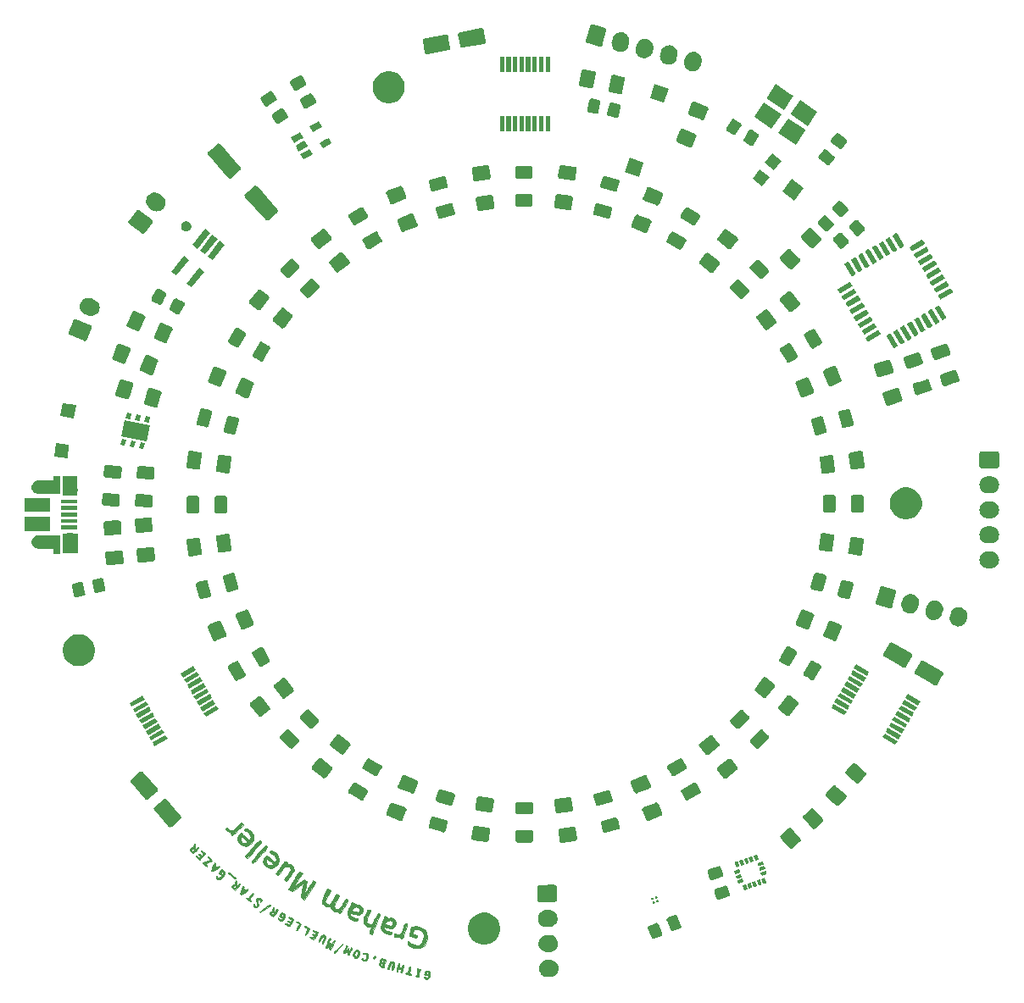
<source format=gbr>
G04 #@! TF.GenerationSoftware,KiCad,Pcbnew,(5.1.4)-1*
G04 #@! TF.CreationDate,2020-09-27T16:22:14-07:00*
G04 #@! TF.ProjectId,StarGazer,53746172-4761-47a6-9572-2e6b69636164,rev?*
G04 #@! TF.SameCoordinates,Original*
G04 #@! TF.FileFunction,Soldermask,Top*
G04 #@! TF.FilePolarity,Negative*
%FSLAX46Y46*%
G04 Gerber Fmt 4.6, Leading zero omitted, Abs format (unit mm)*
G04 Created by KiCad (PCBNEW (5.1.4)-1) date 2020-09-27 16:22:14*
%MOMM*%
%LPD*%
G04 APERTURE LIST*
%ADD10C,0.010000*%
%ADD11C,0.100000*%
G04 APERTURE END LIST*
D10*
G36*
X126724770Y-124763905D02*
G01*
X126614675Y-124677250D01*
X126551255Y-124592525D01*
X126545439Y-124468266D01*
X126603187Y-124344508D01*
X126700329Y-124260998D01*
X126761596Y-124246623D01*
X126842637Y-124230123D01*
X126887488Y-124161063D01*
X126908785Y-124078225D01*
X126936200Y-123952252D01*
X126956893Y-123901845D01*
X126987905Y-123903579D01*
X127022453Y-123921987D01*
X127055293Y-123991810D01*
X127048452Y-124125587D01*
X127040957Y-124162425D01*
X127017714Y-124317754D01*
X127041415Y-124383545D01*
X127113989Y-124361566D01*
X127190100Y-124299376D01*
X127291507Y-124229182D01*
X127362109Y-124219810D01*
X127380195Y-124268878D01*
X127360875Y-124318116D01*
X127303278Y-124394078D01*
X127196860Y-124511827D01*
X127089853Y-124620797D01*
X127051572Y-124657042D01*
X126910204Y-124581876D01*
X126940841Y-124509977D01*
X126940744Y-124507488D01*
X126895398Y-124432626D01*
X126805257Y-124411329D01*
X126738999Y-124440063D01*
X126707308Y-124523708D01*
X126740796Y-124619890D01*
X126784883Y-124659534D01*
X126844339Y-124645269D01*
X126910204Y-124581876D01*
X127051572Y-124657042D01*
X126962259Y-124741602D01*
X126878604Y-124799777D01*
X126812027Y-124805849D01*
X126735674Y-124770345D01*
X126724770Y-124763905D01*
X126724770Y-124763905D01*
G37*
X126724770Y-124763905D02*
X126614675Y-124677250D01*
X126551255Y-124592525D01*
X126545439Y-124468266D01*
X126603187Y-124344508D01*
X126700329Y-124260998D01*
X126761596Y-124246623D01*
X126842637Y-124230123D01*
X126887488Y-124161063D01*
X126908785Y-124078225D01*
X126936200Y-123952252D01*
X126956893Y-123901845D01*
X126987905Y-123903579D01*
X127022453Y-123921987D01*
X127055293Y-123991810D01*
X127048452Y-124125587D01*
X127040957Y-124162425D01*
X127017714Y-124317754D01*
X127041415Y-124383545D01*
X127113989Y-124361566D01*
X127190100Y-124299376D01*
X127291507Y-124229182D01*
X127362109Y-124219810D01*
X127380195Y-124268878D01*
X127360875Y-124318116D01*
X127303278Y-124394078D01*
X127196860Y-124511827D01*
X127089853Y-124620797D01*
X127051572Y-124657042D01*
X126910204Y-124581876D01*
X126940841Y-124509977D01*
X126940744Y-124507488D01*
X126895398Y-124432626D01*
X126805257Y-124411329D01*
X126738999Y-124440063D01*
X126707308Y-124523708D01*
X126740796Y-124619890D01*
X126784883Y-124659534D01*
X126844339Y-124645269D01*
X126910204Y-124581876D01*
X127051572Y-124657042D01*
X126962259Y-124741602D01*
X126878604Y-124799777D01*
X126812027Y-124805849D01*
X126735674Y-124770345D01*
X126724770Y-124763905D01*
G36*
X149925504Y-137273940D02*
G01*
X149890605Y-137198694D01*
X149895884Y-137179354D01*
X149948299Y-137147493D01*
X150046122Y-137188795D01*
X150070021Y-137204227D01*
X150167691Y-137259688D01*
X150226585Y-137244620D01*
X150287171Y-137148203D01*
X150288436Y-137145825D01*
X150334138Y-137013987D01*
X150350543Y-136869892D01*
X150336329Y-136752644D01*
X150303329Y-136705080D01*
X150201257Y-136694364D01*
X150122062Y-136745937D01*
X150107094Y-136785458D01*
X150140706Y-136867636D01*
X150195801Y-136893354D01*
X150265828Y-136937486D01*
X150258839Y-136984642D01*
X150190580Y-137021091D01*
X150081553Y-137016267D01*
X149979923Y-136978435D01*
X149936104Y-136929273D01*
X149942877Y-136847204D01*
X149982655Y-136724007D01*
X149986916Y-136713864D01*
X150048228Y-136604907D01*
X150129204Y-136568357D01*
X150219118Y-136571439D01*
X150386036Y-136620346D01*
X150455879Y-136683014D01*
X150508983Y-136806788D01*
X150520137Y-136914539D01*
X150485833Y-137071830D01*
X150413639Y-137230411D01*
X150322941Y-137356197D01*
X150235768Y-137414598D01*
X150130147Y-137404082D01*
X150016039Y-137349799D01*
X149925504Y-137273940D01*
X149925504Y-137273940D01*
G37*
X149925504Y-137273940D02*
X149890605Y-137198694D01*
X149895884Y-137179354D01*
X149948299Y-137147493D01*
X150046122Y-137188795D01*
X150070021Y-137204227D01*
X150167691Y-137259688D01*
X150226585Y-137244620D01*
X150287171Y-137148203D01*
X150288436Y-137145825D01*
X150334138Y-137013987D01*
X150350543Y-136869892D01*
X150336329Y-136752644D01*
X150303329Y-136705080D01*
X150201257Y-136694364D01*
X150122062Y-136745937D01*
X150107094Y-136785458D01*
X150140706Y-136867636D01*
X150195801Y-136893354D01*
X150265828Y-136937486D01*
X150258839Y-136984642D01*
X150190580Y-137021091D01*
X150081553Y-137016267D01*
X149979923Y-136978435D01*
X149936104Y-136929273D01*
X149942877Y-136847204D01*
X149982655Y-136724007D01*
X149986916Y-136713864D01*
X150048228Y-136604907D01*
X150129204Y-136568357D01*
X150219118Y-136571439D01*
X150386036Y-136620346D01*
X150455879Y-136683014D01*
X150508983Y-136806788D01*
X150520137Y-136914539D01*
X150485833Y-137071830D01*
X150413639Y-137230411D01*
X150322941Y-137356197D01*
X150235768Y-137414598D01*
X150130147Y-137404082D01*
X150016039Y-137349799D01*
X149925504Y-137273940D01*
G36*
X127361382Y-125403291D02*
G01*
X127261033Y-125304717D01*
X127175566Y-125205914D01*
X127129836Y-125132363D01*
X127130771Y-125111775D01*
X127201384Y-125106070D01*
X127275482Y-125142806D01*
X127404918Y-125233706D01*
X127479795Y-125270354D01*
X127525837Y-125261091D01*
X127553656Y-125233003D01*
X127566867Y-125158126D01*
X127488078Y-125064043D01*
X127487449Y-125063508D01*
X127401083Y-124966544D01*
X127399645Y-124901328D01*
X127462033Y-124879329D01*
X127533210Y-124911434D01*
X127607484Y-124979498D01*
X127683757Y-125046667D01*
X127746587Y-125033039D01*
X127775716Y-125007367D01*
X127830676Y-124947647D01*
X127833475Y-124899443D01*
X127776837Y-124828314D01*
X127726940Y-124776469D01*
X127654196Y-124678375D01*
X127630703Y-124600262D01*
X127657568Y-124565979D01*
X127718156Y-124587434D01*
X127807575Y-124655195D01*
X127921720Y-124755751D01*
X127936435Y-124769674D01*
X128075336Y-124902425D01*
X127802356Y-125195535D01*
X127671324Y-125334513D01*
X127568445Y-125440424D01*
X127511944Y-125494597D01*
X127507315Y-125497823D01*
X127451761Y-125476154D01*
X127361382Y-125403291D01*
X127361382Y-125403291D01*
G37*
X127361382Y-125403291D02*
X127261033Y-125304717D01*
X127175566Y-125205914D01*
X127129836Y-125132363D01*
X127130771Y-125111775D01*
X127201384Y-125106070D01*
X127275482Y-125142806D01*
X127404918Y-125233706D01*
X127479795Y-125270354D01*
X127525837Y-125261091D01*
X127553656Y-125233003D01*
X127566867Y-125158126D01*
X127488078Y-125064043D01*
X127487449Y-125063508D01*
X127401083Y-124966544D01*
X127399645Y-124901328D01*
X127462033Y-124879329D01*
X127533210Y-124911434D01*
X127607484Y-124979498D01*
X127683757Y-125046667D01*
X127746587Y-125033039D01*
X127775716Y-125007367D01*
X127830676Y-124947647D01*
X127833475Y-124899443D01*
X127776837Y-124828314D01*
X127726940Y-124776469D01*
X127654196Y-124678375D01*
X127630703Y-124600262D01*
X127657568Y-124565979D01*
X127718156Y-124587434D01*
X127807575Y-124655195D01*
X127921720Y-124755751D01*
X127936435Y-124769674D01*
X128075336Y-124902425D01*
X127802356Y-125195535D01*
X127671324Y-125334513D01*
X127568445Y-125440424D01*
X127511944Y-125494597D01*
X127507315Y-125497823D01*
X127451761Y-125476154D01*
X127361382Y-125403291D01*
G36*
X149062069Y-137118424D02*
G01*
X149090372Y-137057702D01*
X149100577Y-137047251D01*
X149189758Y-136907800D01*
X149245203Y-136722910D01*
X149254250Y-136543705D01*
X149240747Y-136481199D01*
X149216055Y-136381749D01*
X149222835Y-136338806D01*
X149303536Y-136345795D01*
X149419020Y-136380797D01*
X149523609Y-136427116D01*
X149571187Y-136466118D01*
X149544971Y-136523711D01*
X149509760Y-136545024D01*
X149449517Y-136610261D01*
X149397127Y-136731742D01*
X149361334Y-136873526D01*
X149350879Y-136999676D01*
X149374506Y-137074251D01*
X149380093Y-137078052D01*
X149422774Y-137133117D01*
X149391188Y-137187123D01*
X149309626Y-137213519D01*
X149260524Y-137208739D01*
X149115470Y-137165422D01*
X149062069Y-137118424D01*
X149062069Y-137118424D01*
G37*
X149062069Y-137118424D02*
X149090372Y-137057702D01*
X149100577Y-137047251D01*
X149189758Y-136907800D01*
X149245203Y-136722910D01*
X149254250Y-136543705D01*
X149240747Y-136481199D01*
X149216055Y-136381749D01*
X149222835Y-136338806D01*
X149303536Y-136345795D01*
X149419020Y-136380797D01*
X149523609Y-136427116D01*
X149571187Y-136466118D01*
X149544971Y-136523711D01*
X149509760Y-136545024D01*
X149449517Y-136610261D01*
X149397127Y-136731742D01*
X149361334Y-136873526D01*
X149350879Y-136999676D01*
X149374506Y-137074251D01*
X149380093Y-137078052D01*
X149422774Y-137133117D01*
X149391188Y-137187123D01*
X149309626Y-137213519D01*
X149260524Y-137208739D01*
X149115470Y-137165422D01*
X149062069Y-137118424D01*
G36*
X128122044Y-126098667D02*
G01*
X128113142Y-126090751D01*
X127992346Y-125985213D01*
X127895426Y-125903884D01*
X127817847Y-125827617D01*
X127795453Y-125779285D01*
X127848631Y-125750991D01*
X127973312Y-125704925D01*
X128142987Y-125650841D01*
X128150618Y-125648565D01*
X128318421Y-125592991D01*
X128438858Y-125542287D01*
X128487152Y-125506970D01*
X128487222Y-125505668D01*
X128449605Y-125446794D01*
X128363167Y-125364368D01*
X128284401Y-125270529D01*
X128278282Y-125196488D01*
X128315244Y-125141356D01*
X128323789Y-125138007D01*
X128362694Y-125175334D01*
X128453856Y-125261388D01*
X128544312Y-125346361D01*
X128661005Y-125459336D01*
X128741732Y-125544195D01*
X128765127Y-125575258D01*
X128724886Y-125603699D01*
X128609829Y-125651473D01*
X128442847Y-125709314D01*
X128401655Y-125722396D01*
X128028828Y-125838933D01*
X128157388Y-125944196D01*
X128240105Y-126038892D01*
X128250499Y-126116128D01*
X128202879Y-126148007D01*
X128122044Y-126098667D01*
X128122044Y-126098667D01*
G37*
X128122044Y-126098667D02*
X128113142Y-126090751D01*
X127992346Y-125985213D01*
X127895426Y-125903884D01*
X127817847Y-125827617D01*
X127795453Y-125779285D01*
X127848631Y-125750991D01*
X127973312Y-125704925D01*
X128142987Y-125650841D01*
X128150618Y-125648565D01*
X128318421Y-125592991D01*
X128438858Y-125542287D01*
X128487152Y-125506970D01*
X128487222Y-125505668D01*
X128449605Y-125446794D01*
X128363167Y-125364368D01*
X128284401Y-125270529D01*
X128278282Y-125196488D01*
X128315244Y-125141356D01*
X128323789Y-125138007D01*
X128362694Y-125175334D01*
X128453856Y-125261388D01*
X128544312Y-125346361D01*
X128661005Y-125459336D01*
X128741732Y-125544195D01*
X128765127Y-125575258D01*
X128724886Y-125603699D01*
X128609829Y-125651473D01*
X128442847Y-125709314D01*
X128401655Y-125722396D01*
X128028828Y-125838933D01*
X128157388Y-125944196D01*
X128240105Y-126038892D01*
X128250499Y-126116128D01*
X128202879Y-126148007D01*
X128122044Y-126098667D01*
G36*
X148036834Y-136864185D02*
G01*
X148059660Y-136808195D01*
X148135862Y-136782961D01*
X148200325Y-136796658D01*
X148261625Y-136821127D01*
X148270529Y-136819573D01*
X148283932Y-136767956D01*
X148312937Y-136646470D01*
X148341054Y-136525585D01*
X148390858Y-136323598D01*
X148430793Y-136205595D01*
X148469030Y-136155373D01*
X148513740Y-136156723D01*
X148524415Y-136161882D01*
X148546013Y-136227345D01*
X148532313Y-136369015D01*
X148500790Y-136509631D01*
X148459150Y-136684167D01*
X148450464Y-136786553D01*
X148476211Y-136841453D01*
X148522244Y-136867617D01*
X148594919Y-136925250D01*
X148593744Y-136971946D01*
X148532971Y-136991673D01*
X148412002Y-136985424D01*
X148266958Y-136960190D01*
X148133960Y-136922960D01*
X148049130Y-136880724D01*
X148036834Y-136864185D01*
X148036834Y-136864185D01*
G37*
X148036834Y-136864185D02*
X148059660Y-136808195D01*
X148135862Y-136782961D01*
X148200325Y-136796658D01*
X148261625Y-136821127D01*
X148270529Y-136819573D01*
X148283932Y-136767956D01*
X148312937Y-136646470D01*
X148341054Y-136525585D01*
X148390858Y-136323598D01*
X148430793Y-136205595D01*
X148469030Y-136155373D01*
X148513740Y-136156723D01*
X148524415Y-136161882D01*
X148546013Y-136227345D01*
X148532313Y-136369015D01*
X148500790Y-136509631D01*
X148459150Y-136684167D01*
X148450464Y-136786553D01*
X148476211Y-136841453D01*
X148522244Y-136867617D01*
X148594919Y-136925250D01*
X148593744Y-136971946D01*
X148532971Y-136991673D01*
X148412002Y-136985424D01*
X148266958Y-136960190D01*
X148133960Y-136922960D01*
X148049130Y-136880724D01*
X148036834Y-136864185D01*
G36*
X128681684Y-126574791D02*
G01*
X128672702Y-126509451D01*
X128699491Y-126399168D01*
X128765607Y-126226960D01*
X128839386Y-126055477D01*
X128916874Y-125891703D01*
X128972699Y-125808946D01*
X129018144Y-125791894D01*
X129030102Y-125796572D01*
X129066105Y-125864861D01*
X129060858Y-125957049D01*
X129049573Y-126058921D01*
X129065710Y-126103754D01*
X129128853Y-126156084D01*
X129155461Y-126184469D01*
X129229388Y-126206359D01*
X129287898Y-126168412D01*
X129368837Y-126126086D01*
X129445267Y-126131599D01*
X129478971Y-126176777D01*
X129470250Y-126207430D01*
X129403286Y-126275576D01*
X129277400Y-126363402D01*
X129230547Y-126390985D01*
X129051792Y-126295939D01*
X129026776Y-126256304D01*
X129016877Y-126250738D01*
X128940258Y-126258173D01*
X128900086Y-126303940D01*
X128869978Y-126381761D01*
X128873183Y-126404934D01*
X128926295Y-126389044D01*
X128989973Y-126351733D01*
X129051792Y-126295939D01*
X129230547Y-126390985D01*
X129119984Y-126456075D01*
X128958426Y-126538762D01*
X128820119Y-126596629D01*
X128732451Y-126614843D01*
X128722886Y-126612164D01*
X128681684Y-126574791D01*
X128681684Y-126574791D01*
G37*
X128681684Y-126574791D02*
X128672702Y-126509451D01*
X128699491Y-126399168D01*
X128765607Y-126226960D01*
X128839386Y-126055477D01*
X128916874Y-125891703D01*
X128972699Y-125808946D01*
X129018144Y-125791894D01*
X129030102Y-125796572D01*
X129066105Y-125864861D01*
X129060858Y-125957049D01*
X129049573Y-126058921D01*
X129065710Y-126103754D01*
X129128853Y-126156084D01*
X129155461Y-126184469D01*
X129229388Y-126206359D01*
X129287898Y-126168412D01*
X129368837Y-126126086D01*
X129445267Y-126131599D01*
X129478971Y-126176777D01*
X129470250Y-126207430D01*
X129403286Y-126275576D01*
X129277400Y-126363402D01*
X129230547Y-126390985D01*
X129051792Y-126295939D01*
X129026776Y-126256304D01*
X129016877Y-126250738D01*
X128940258Y-126258173D01*
X128900086Y-126303940D01*
X128869978Y-126381761D01*
X128873183Y-126404934D01*
X128926295Y-126389044D01*
X128989973Y-126351733D01*
X129051792Y-126295939D01*
X129230547Y-126390985D01*
X129119984Y-126456075D01*
X128958426Y-126538762D01*
X128820119Y-126596629D01*
X128732451Y-126614843D01*
X128722886Y-126612164D01*
X128681684Y-126574791D01*
G36*
X147189055Y-136632954D02*
G01*
X147185953Y-136525801D01*
X147211950Y-136372493D01*
X147220185Y-136341149D01*
X147268221Y-136165185D01*
X147309253Y-136010644D01*
X147323691Y-135954102D01*
X147363189Y-135864702D01*
X147421844Y-135863883D01*
X147458133Y-135932900D01*
X147452758Y-136050005D01*
X147452021Y-136053148D01*
X147435991Y-136165256D01*
X147448090Y-136223946D01*
X147449030Y-136224508D01*
X147518006Y-136260958D01*
X147575766Y-136291624D01*
X147655804Y-136307213D01*
X147688568Y-136250714D01*
X147715634Y-136125877D01*
X147733154Y-136043822D01*
X147769498Y-135960772D01*
X147826567Y-135963778D01*
X147863473Y-136036627D01*
X147854561Y-136174197D01*
X147850520Y-136192702D01*
X147802463Y-136373612D01*
X147743005Y-136566253D01*
X147734236Y-136592071D01*
X147683110Y-136720667D01*
X147639452Y-136769712D01*
X147589552Y-136760153D01*
X147549407Y-136690291D01*
X147572152Y-136616385D01*
X147614766Y-136505047D01*
X147579904Y-136440986D01*
X147487188Y-136402750D01*
X147403667Y-136389736D01*
X147352375Y-136433299D01*
X147309842Y-136538538D01*
X147257310Y-136653216D01*
X147214944Y-136680057D01*
X147189055Y-136632954D01*
X147189055Y-136632954D01*
G37*
X147189055Y-136632954D02*
X147185953Y-136525801D01*
X147211950Y-136372493D01*
X147220185Y-136341149D01*
X147268221Y-136165185D01*
X147309253Y-136010644D01*
X147323691Y-135954102D01*
X147363189Y-135864702D01*
X147421844Y-135863883D01*
X147458133Y-135932900D01*
X147452758Y-136050005D01*
X147452021Y-136053148D01*
X147435991Y-136165256D01*
X147448090Y-136223946D01*
X147449030Y-136224508D01*
X147518006Y-136260958D01*
X147575766Y-136291624D01*
X147655804Y-136307213D01*
X147688568Y-136250714D01*
X147715634Y-136125877D01*
X147733154Y-136043822D01*
X147769498Y-135960772D01*
X147826567Y-135963778D01*
X147863473Y-136036627D01*
X147854561Y-136174197D01*
X147850520Y-136192702D01*
X147802463Y-136373612D01*
X147743005Y-136566253D01*
X147734236Y-136592071D01*
X147683110Y-136720667D01*
X147639452Y-136769712D01*
X147589552Y-136760153D01*
X147549407Y-136690291D01*
X147572152Y-136616385D01*
X147614766Y-136505047D01*
X147579904Y-136440986D01*
X147487188Y-136402750D01*
X147403667Y-136389736D01*
X147352375Y-136433299D01*
X147309842Y-136538538D01*
X147257310Y-136653216D01*
X147214944Y-136680057D01*
X147189055Y-136632954D01*
G36*
X130957771Y-127328499D02*
G01*
X130830582Y-127231706D01*
X130640185Y-127078038D01*
X130637230Y-127075626D01*
X130488619Y-126948173D01*
X130379709Y-126842920D01*
X130327678Y-126776964D01*
X130326206Y-126766082D01*
X130365959Y-126752985D01*
X130451133Y-126792643D01*
X130590592Y-126890647D01*
X130793202Y-127052588D01*
X130833495Y-127085989D01*
X130970498Y-127207087D01*
X131066335Y-127305574D01*
X131103018Y-127362666D01*
X131102263Y-127366580D01*
X131079395Y-127387040D01*
X131035970Y-127377312D01*
X130957771Y-127328499D01*
X130957771Y-127328499D01*
G37*
X130957771Y-127328499D02*
X130830582Y-127231706D01*
X130640185Y-127078038D01*
X130637230Y-127075626D01*
X130488619Y-126948173D01*
X130379709Y-126842920D01*
X130327678Y-126776964D01*
X130326206Y-126766082D01*
X130365959Y-126752985D01*
X130451133Y-126792643D01*
X130590592Y-126890647D01*
X130793202Y-127052588D01*
X130833495Y-127085989D01*
X130970498Y-127207087D01*
X131066335Y-127305574D01*
X131103018Y-127362666D01*
X131102263Y-127366580D01*
X131079395Y-127387040D01*
X131035970Y-127377312D01*
X130957771Y-127328499D01*
G36*
X129194776Y-127348045D02*
G01*
X129145902Y-127238550D01*
X129136756Y-127133809D01*
X129176775Y-127070996D01*
X129183439Y-127068571D01*
X129250243Y-127075765D01*
X129280797Y-127162158D01*
X129327051Y-127268933D01*
X129416424Y-127289586D01*
X129541896Y-127226594D01*
X129696439Y-127082433D01*
X129777275Y-126987148D01*
X129854669Y-126857104D01*
X129855764Y-126739694D01*
X129852741Y-126729163D01*
X129804051Y-126642994D01*
X129730159Y-126646631D01*
X129630487Y-126728391D01*
X129585779Y-126806978D01*
X129633708Y-126884876D01*
X129638377Y-126889235D01*
X129689563Y-126955703D01*
X129653108Y-126991944D01*
X129646034Y-126994237D01*
X129545164Y-126979734D01*
X129462831Y-126925265D01*
X129402823Y-126860207D01*
X129399190Y-126798940D01*
X129455661Y-126706714D01*
X129491379Y-126659298D01*
X129581547Y-126547088D01*
X129648393Y-126474038D01*
X129661167Y-126463601D01*
X129736050Y-126467771D01*
X129844929Y-126519240D01*
X129948975Y-126594173D01*
X130009359Y-126668734D01*
X130012400Y-126679180D01*
X130003212Y-126846024D01*
X129929133Y-127022059D01*
X129808525Y-127188736D01*
X129659752Y-127327503D01*
X129501179Y-127419811D01*
X129351170Y-127447110D01*
X129273942Y-127425119D01*
X129194776Y-127348045D01*
X129194776Y-127348045D01*
G37*
X129194776Y-127348045D02*
X129145902Y-127238550D01*
X129136756Y-127133809D01*
X129176775Y-127070996D01*
X129183439Y-127068571D01*
X129250243Y-127075765D01*
X129280797Y-127162158D01*
X129327051Y-127268933D01*
X129416424Y-127289586D01*
X129541896Y-127226594D01*
X129696439Y-127082433D01*
X129777275Y-126987148D01*
X129854669Y-126857104D01*
X129855764Y-126739694D01*
X129852741Y-126729163D01*
X129804051Y-126642994D01*
X129730159Y-126646631D01*
X129630487Y-126728391D01*
X129585779Y-126806978D01*
X129633708Y-126884876D01*
X129638377Y-126889235D01*
X129689563Y-126955703D01*
X129653108Y-126991944D01*
X129646034Y-126994237D01*
X129545164Y-126979734D01*
X129462831Y-126925265D01*
X129402823Y-126860207D01*
X129399190Y-126798940D01*
X129455661Y-126706714D01*
X129491379Y-126659298D01*
X129581547Y-126547088D01*
X129648393Y-126474038D01*
X129661167Y-126463601D01*
X129736050Y-126467771D01*
X129844929Y-126519240D01*
X129948975Y-126594173D01*
X130009359Y-126668734D01*
X130012400Y-126679180D01*
X130003212Y-126846024D01*
X129929133Y-127022059D01*
X129808525Y-127188736D01*
X129659752Y-127327503D01*
X129501179Y-127419811D01*
X129351170Y-127447110D01*
X129273942Y-127425119D01*
X129194776Y-127348045D01*
G36*
X146280842Y-136384863D02*
G01*
X146276233Y-136294807D01*
X146315068Y-136148176D01*
X146399787Y-135928866D01*
X146404943Y-135916491D01*
X146474363Y-135756345D01*
X146525564Y-135670197D01*
X146578453Y-135637655D01*
X146652939Y-135638323D01*
X146673992Y-135640876D01*
X146806851Y-135663046D01*
X146876670Y-135699808D01*
X146921913Y-135773535D01*
X146928963Y-135789175D01*
X146938956Y-135889578D01*
X146918943Y-136043888D01*
X146893405Y-136147831D01*
X146831087Y-136348524D01*
X146783060Y-136465905D01*
X146740166Y-136515722D01*
X146693247Y-136513730D01*
X146683452Y-136508971D01*
X146657421Y-136438545D01*
X146689893Y-136288455D01*
X146707462Y-136237946D01*
X146766439Y-136031741D01*
X146774891Y-135881475D01*
X146733393Y-135800091D01*
X146687593Y-135789487D01*
X146629317Y-135836514D01*
X146557436Y-135951619D01*
X146486159Y-136104950D01*
X146429692Y-136266654D01*
X146404409Y-136384521D01*
X146368355Y-136443144D01*
X146326453Y-136434451D01*
X146280842Y-136384863D01*
X146280842Y-136384863D01*
G37*
X146280842Y-136384863D02*
X146276233Y-136294807D01*
X146315068Y-136148176D01*
X146399787Y-135928866D01*
X146404943Y-135916491D01*
X146474363Y-135756345D01*
X146525564Y-135670197D01*
X146578453Y-135637655D01*
X146652939Y-135638323D01*
X146673992Y-135640876D01*
X146806851Y-135663046D01*
X146876670Y-135699808D01*
X146921913Y-135773535D01*
X146928963Y-135789175D01*
X146938956Y-135889578D01*
X146918943Y-136043888D01*
X146893405Y-136147831D01*
X146831087Y-136348524D01*
X146783060Y-136465905D01*
X146740166Y-136515722D01*
X146693247Y-136513730D01*
X146683452Y-136508971D01*
X146657421Y-136438545D01*
X146689893Y-136288455D01*
X146707462Y-136237946D01*
X146766439Y-136031741D01*
X146774891Y-135881475D01*
X146733393Y-135800091D01*
X146687593Y-135789487D01*
X146629317Y-135836514D01*
X146557436Y-135951619D01*
X146486159Y-136104950D01*
X146429692Y-136266654D01*
X146404409Y-136384521D01*
X146368355Y-136443144D01*
X146326453Y-136434451D01*
X146280842Y-136384863D01*
G36*
X145474305Y-136099221D02*
G01*
X145406347Y-136013965D01*
X145414632Y-135912100D01*
X145443285Y-135849562D01*
X145483818Y-135739251D01*
X145481981Y-135668363D01*
X145481792Y-135590229D01*
X145521246Y-135486091D01*
X145596206Y-135392748D01*
X145702694Y-135360752D01*
X145862601Y-135387009D01*
X145972889Y-135422223D01*
X146088603Y-135468216D01*
X146123997Y-135511782D01*
X146095991Y-135580654D01*
X146082764Y-135602338D01*
X145979908Y-135796727D01*
X145848220Y-135726707D01*
X145863266Y-135642381D01*
X145836325Y-135557956D01*
X145757938Y-135526122D01*
X145670867Y-135560875D01*
X145657715Y-135575102D01*
X145638758Y-135641814D01*
X145710696Y-135703452D01*
X145716777Y-135706731D01*
X145809906Y-135749232D01*
X145848220Y-135726707D01*
X145979908Y-135796727D01*
X145950725Y-135851882D01*
X145900820Y-136042155D01*
X145908663Y-136117677D01*
X145743385Y-136029798D01*
X145753300Y-135988061D01*
X145731504Y-135902690D01*
X145667802Y-135860435D01*
X145601561Y-135882386D01*
X145589314Y-135900192D01*
X145586226Y-135983785D01*
X145633357Y-136060762D01*
X145701632Y-136084202D01*
X145703081Y-136083781D01*
X145743385Y-136029798D01*
X145908663Y-136117677D01*
X145909515Y-136125874D01*
X145913321Y-136226337D01*
X145843396Y-136257958D01*
X145701330Y-136220381D01*
X145629800Y-136188386D01*
X145474305Y-136099221D01*
X145474305Y-136099221D01*
G37*
X145474305Y-136099221D02*
X145406347Y-136013965D01*
X145414632Y-135912100D01*
X145443285Y-135849562D01*
X145483818Y-135739251D01*
X145481981Y-135668363D01*
X145481792Y-135590229D01*
X145521246Y-135486091D01*
X145596206Y-135392748D01*
X145702694Y-135360752D01*
X145862601Y-135387009D01*
X145972889Y-135422223D01*
X146088603Y-135468216D01*
X146123997Y-135511782D01*
X146095991Y-135580654D01*
X146082764Y-135602338D01*
X145979908Y-135796727D01*
X145848220Y-135726707D01*
X145863266Y-135642381D01*
X145836325Y-135557956D01*
X145757938Y-135526122D01*
X145670867Y-135560875D01*
X145657715Y-135575102D01*
X145638758Y-135641814D01*
X145710696Y-135703452D01*
X145716777Y-135706731D01*
X145809906Y-135749232D01*
X145848220Y-135726707D01*
X145979908Y-135796727D01*
X145950725Y-135851882D01*
X145900820Y-136042155D01*
X145908663Y-136117677D01*
X145743385Y-136029798D01*
X145753300Y-135988061D01*
X145731504Y-135902690D01*
X145667802Y-135860435D01*
X145601561Y-135882386D01*
X145589314Y-135900192D01*
X145586226Y-135983785D01*
X145633357Y-136060762D01*
X145701632Y-136084202D01*
X145703081Y-136083781D01*
X145743385Y-136029798D01*
X145908663Y-136117677D01*
X145909515Y-136125874D01*
X145913321Y-136226337D01*
X145843396Y-136257958D01*
X145701330Y-136220381D01*
X145629800Y-136188386D01*
X145474305Y-136099221D01*
G36*
X130892003Y-128429861D02*
G01*
X130784898Y-128331224D01*
X130716782Y-128244571D01*
X130712376Y-128235381D01*
X130710934Y-128116497D01*
X130778281Y-128004789D01*
X130887194Y-127941273D01*
X130909709Y-127938080D01*
X130988940Y-127921611D01*
X131025689Y-127865543D01*
X131041796Y-127753101D01*
X131063073Y-127631914D01*
X131093651Y-127566478D01*
X131098317Y-127563936D01*
X131175903Y-127575643D01*
X131200522Y-127673627D01*
X131194931Y-127740316D01*
X131176432Y-127871160D01*
X131164236Y-127954595D01*
X131176563Y-128030899D01*
X131236320Y-128030611D01*
X131325181Y-127954865D01*
X131334222Y-127944090D01*
X131428701Y-127865394D01*
X131502274Y-127860496D01*
X131536496Y-127916221D01*
X131496342Y-127987054D01*
X131423234Y-128075567D01*
X131314314Y-128209062D01*
X131230574Y-128312379D01*
X131225814Y-128318271D01*
X131094466Y-128248432D01*
X131110882Y-128162528D01*
X131108169Y-128150579D01*
X131042766Y-128077842D01*
X130944671Y-128073754D01*
X130905600Y-128096731D01*
X130872464Y-128181222D01*
X130914422Y-128278219D01*
X130978764Y-128330707D01*
X131040443Y-128318389D01*
X131094466Y-128248432D01*
X131225814Y-128318271D01*
X131040134Y-128548045D01*
X130892003Y-128429861D01*
X130892003Y-128429861D01*
G37*
X130892003Y-128429861D02*
X130784898Y-128331224D01*
X130716782Y-128244571D01*
X130712376Y-128235381D01*
X130710934Y-128116497D01*
X130778281Y-128004789D01*
X130887194Y-127941273D01*
X130909709Y-127938080D01*
X130988940Y-127921611D01*
X131025689Y-127865543D01*
X131041796Y-127753101D01*
X131063073Y-127631914D01*
X131093651Y-127566478D01*
X131098317Y-127563936D01*
X131175903Y-127575643D01*
X131200522Y-127673627D01*
X131194931Y-127740316D01*
X131176432Y-127871160D01*
X131164236Y-127954595D01*
X131176563Y-128030899D01*
X131236320Y-128030611D01*
X131325181Y-127954865D01*
X131334222Y-127944090D01*
X131428701Y-127865394D01*
X131502274Y-127860496D01*
X131536496Y-127916221D01*
X131496342Y-127987054D01*
X131423234Y-128075567D01*
X131314314Y-128209062D01*
X131230574Y-128312379D01*
X131225814Y-128318271D01*
X131094466Y-128248432D01*
X131110882Y-128162528D01*
X131108169Y-128150579D01*
X131042766Y-128077842D01*
X130944671Y-128073754D01*
X130905600Y-128096731D01*
X130872464Y-128181222D01*
X130914422Y-128278219D01*
X130978764Y-128330707D01*
X131040443Y-128318389D01*
X131094466Y-128248432D01*
X131225814Y-128318271D01*
X131040134Y-128548045D01*
X130892003Y-128429861D01*
G36*
X144843134Y-135321367D02*
G01*
X144840321Y-135313606D01*
X144851907Y-135240779D01*
X144883500Y-135167587D01*
X144952570Y-135096303D01*
X145029147Y-135110513D01*
X145086031Y-135176188D01*
X145061849Y-135265856D01*
X144988675Y-135341549D01*
X144902324Y-135362951D01*
X144843134Y-135321367D01*
X144843134Y-135321367D01*
G37*
X144843134Y-135321367D02*
X144840321Y-135313606D01*
X144851907Y-135240779D01*
X144883500Y-135167587D01*
X144952570Y-135096303D01*
X145029147Y-135110513D01*
X145086031Y-135176188D01*
X145061849Y-135265856D01*
X144988675Y-135341549D01*
X144902324Y-135362951D01*
X144843134Y-135321367D01*
G36*
X131551951Y-128846193D02*
G01*
X131597391Y-128675702D01*
X131606570Y-128650987D01*
X131673483Y-128470164D01*
X131733510Y-128300383D01*
X131753959Y-128239332D01*
X131800573Y-128131431D01*
X131851087Y-128107153D01*
X131875009Y-128116333D01*
X131914276Y-128186284D01*
X131904894Y-128261935D01*
X131907116Y-128370151D01*
X131973714Y-128453078D01*
X132071685Y-128487341D01*
X132168023Y-128449565D01*
X132168776Y-128448833D01*
X132247342Y-128395724D01*
X132286580Y-128392819D01*
X132327188Y-128444271D01*
X132292126Y-128521712D01*
X132176087Y-128632075D01*
X132026271Y-128744434D01*
X131874615Y-128663797D01*
X131898539Y-128602144D01*
X131870325Y-128575041D01*
X131792825Y-128580021D01*
X131768475Y-128607362D01*
X131758368Y-128678753D01*
X131772765Y-128696118D01*
X131840914Y-128686474D01*
X131874615Y-128663797D01*
X132026271Y-128744434D01*
X132005643Y-128759904D01*
X131793770Y-128895859D01*
X131648575Y-128955846D01*
X131568491Y-128939432D01*
X131551951Y-128846193D01*
X131551951Y-128846193D01*
G37*
X131551951Y-128846193D02*
X131597391Y-128675702D01*
X131606570Y-128650987D01*
X131673483Y-128470164D01*
X131733510Y-128300383D01*
X131753959Y-128239332D01*
X131800573Y-128131431D01*
X131851087Y-128107153D01*
X131875009Y-128116333D01*
X131914276Y-128186284D01*
X131904894Y-128261935D01*
X131907116Y-128370151D01*
X131973714Y-128453078D01*
X132071685Y-128487341D01*
X132168023Y-128449565D01*
X132168776Y-128448833D01*
X132247342Y-128395724D01*
X132286580Y-128392819D01*
X132327188Y-128444271D01*
X132292126Y-128521712D01*
X132176087Y-128632075D01*
X132026271Y-128744434D01*
X131874615Y-128663797D01*
X131898539Y-128602144D01*
X131870325Y-128575041D01*
X131792825Y-128580021D01*
X131768475Y-128607362D01*
X131758368Y-128678753D01*
X131772765Y-128696118D01*
X131840914Y-128686474D01*
X131874615Y-128663797D01*
X132026271Y-128744434D01*
X132005643Y-128759904D01*
X131793770Y-128895859D01*
X131648575Y-128955846D01*
X131568491Y-128939432D01*
X131551951Y-128846193D01*
G36*
X143727809Y-135512594D02*
G01*
X143703361Y-135470832D01*
X143663708Y-135364167D01*
X143697846Y-135314408D01*
X143702262Y-135312939D01*
X143778700Y-135326909D01*
X143814275Y-135384923D01*
X143879680Y-135462211D01*
X143964122Y-135460917D01*
X144050213Y-135397522D01*
X144120568Y-135288507D01*
X144157799Y-135150354D01*
X144156972Y-135060069D01*
X144135858Y-134960927D01*
X144082209Y-134929496D01*
X143992200Y-134933202D01*
X143866670Y-134925308D01*
X143810908Y-134885059D01*
X143836424Y-134830629D01*
X143904841Y-134795234D01*
X144052680Y-134787631D01*
X144176754Y-134830236D01*
X144285636Y-134912217D01*
X144322671Y-135026180D01*
X144324003Y-135078617D01*
X144297487Y-135243764D01*
X144233415Y-135410345D01*
X144149819Y-135537698D01*
X144103675Y-135575435D01*
X144009919Y-135599752D01*
X143911052Y-135606825D01*
X143802090Y-135588160D01*
X143727809Y-135512594D01*
X143727809Y-135512594D01*
G37*
X143727809Y-135512594D02*
X143703361Y-135470832D01*
X143663708Y-135364167D01*
X143697846Y-135314408D01*
X143702262Y-135312939D01*
X143778700Y-135326909D01*
X143814275Y-135384923D01*
X143879680Y-135462211D01*
X143964122Y-135460917D01*
X144050213Y-135397522D01*
X144120568Y-135288507D01*
X144157799Y-135150354D01*
X144156972Y-135060069D01*
X144135858Y-134960927D01*
X144082209Y-134929496D01*
X143992200Y-134933202D01*
X143866670Y-134925308D01*
X143810908Y-134885059D01*
X143836424Y-134830629D01*
X143904841Y-134795234D01*
X144052680Y-134787631D01*
X144176754Y-134830236D01*
X144285636Y-134912217D01*
X144322671Y-135026180D01*
X144324003Y-135078617D01*
X144297487Y-135243764D01*
X144233415Y-135410345D01*
X144149819Y-135537698D01*
X144103675Y-135575435D01*
X144009919Y-135599752D01*
X143911052Y-135606825D01*
X143802090Y-135588160D01*
X143727809Y-135512594D01*
G36*
X132435502Y-129590177D02*
G01*
X132290292Y-129477241D01*
X132216925Y-129417409D01*
X132153900Y-129337804D01*
X132164232Y-129286494D01*
X132237497Y-129290597D01*
X132261366Y-129301809D01*
X132339138Y-129312275D01*
X132423115Y-129247284D01*
X132466033Y-129194447D01*
X132614905Y-129002808D01*
X132716882Y-128885152D01*
X132782622Y-128831484D01*
X132822781Y-128831812D01*
X132835804Y-128847695D01*
X132840596Y-128909264D01*
X132792247Y-129008060D01*
X132690274Y-129151669D01*
X132574279Y-129314084D01*
X132522019Y-129419712D01*
X132528180Y-129486574D01*
X132579235Y-129528473D01*
X132617655Y-129595008D01*
X132608750Y-129629200D01*
X132578894Y-129657595D01*
X132526424Y-129647441D01*
X132435502Y-129590177D01*
X132435502Y-129590177D01*
G37*
X132435502Y-129590177D02*
X132290292Y-129477241D01*
X132216925Y-129417409D01*
X132153900Y-129337804D01*
X132164232Y-129286494D01*
X132237497Y-129290597D01*
X132261366Y-129301809D01*
X132339138Y-129312275D01*
X132423115Y-129247284D01*
X132466033Y-129194447D01*
X132614905Y-129002808D01*
X132716882Y-128885152D01*
X132782622Y-128831484D01*
X132822781Y-128831812D01*
X132835804Y-128847695D01*
X132840596Y-128909264D01*
X132792247Y-129008060D01*
X132690274Y-129151669D01*
X132574279Y-129314084D01*
X132522019Y-129419712D01*
X132528180Y-129486574D01*
X132579235Y-129528473D01*
X132617655Y-129595008D01*
X132608750Y-129629200D01*
X132578894Y-129657595D01*
X132526424Y-129647441D01*
X132435502Y-129590177D01*
G36*
X142848177Y-135166528D02*
G01*
X142814401Y-135010668D01*
X142834869Y-134828413D01*
X142887266Y-134693437D01*
X143006668Y-134539048D01*
X143143820Y-134464759D01*
X143277646Y-134469912D01*
X143387071Y-134553843D01*
X143450183Y-134711111D01*
X143446189Y-134895249D01*
X143379722Y-135064193D01*
X143361332Y-135086486D01*
X143233318Y-135018420D01*
X143293075Y-134858288D01*
X143299169Y-134727711D01*
X143262521Y-134642316D01*
X143194061Y-134617728D01*
X143104711Y-134669573D01*
X143043563Y-134747036D01*
X142981499Y-134884101D01*
X142963444Y-135011017D01*
X142964101Y-135016334D01*
X143011319Y-135121609D01*
X143093987Y-135144973D01*
X143186836Y-135086230D01*
X143233318Y-135018420D01*
X143361332Y-135086486D01*
X143268931Y-135198494D01*
X143131967Y-135278700D01*
X142986982Y-135285363D01*
X142933650Y-135264613D01*
X142848177Y-135166528D01*
X142848177Y-135166528D01*
G37*
X142848177Y-135166528D02*
X142814401Y-135010668D01*
X142834869Y-134828413D01*
X142887266Y-134693437D01*
X143006668Y-134539048D01*
X143143820Y-134464759D01*
X143277646Y-134469912D01*
X143387071Y-134553843D01*
X143450183Y-134711111D01*
X143446189Y-134895249D01*
X143379722Y-135064193D01*
X143361332Y-135086486D01*
X143233318Y-135018420D01*
X143293075Y-134858288D01*
X143299169Y-134727711D01*
X143262521Y-134642316D01*
X143194061Y-134617728D01*
X143104711Y-134669573D01*
X143043563Y-134747036D01*
X142981499Y-134884101D01*
X142963444Y-135011017D01*
X142964101Y-135016334D01*
X143011319Y-135121609D01*
X143093987Y-135144973D01*
X143186836Y-135086230D01*
X143233318Y-135018420D01*
X143361332Y-135086486D01*
X143268931Y-135198494D01*
X143131967Y-135278700D01*
X142986982Y-135285363D01*
X142933650Y-135264613D01*
X142848177Y-135166528D01*
G36*
X132902479Y-130174551D02*
G01*
X132862919Y-130050401D01*
X132857939Y-129932400D01*
X132868333Y-129899962D01*
X132916253Y-129881383D01*
X132973045Y-129923809D01*
X133002684Y-129996876D01*
X133002150Y-130012766D01*
X133028186Y-130103915D01*
X133107918Y-130135996D01*
X133190185Y-130101172D01*
X133223795Y-130015968D01*
X133196470Y-129863997D01*
X133178430Y-129809611D01*
X133135680Y-129595676D01*
X133175149Y-129433945D01*
X133295355Y-129330175D01*
X133302738Y-129326918D01*
X133465964Y-129301135D01*
X133602662Y-129373579D01*
X133645620Y-129424521D01*
X133696540Y-129553525D01*
X133677359Y-129670351D01*
X133595820Y-129738614D01*
X133545640Y-129722554D01*
X133540525Y-129623028D01*
X133541767Y-129612589D01*
X133531196Y-129491313D01*
X133461882Y-129452664D01*
X133352446Y-129491413D01*
X133307688Y-129543734D01*
X133302803Y-129642276D01*
X133336701Y-129810997D01*
X133337686Y-129814926D01*
X133372419Y-129996173D01*
X133363941Y-130111202D01*
X133325252Y-130173455D01*
X133183637Y-130261146D01*
X133027987Y-130273707D01*
X132962207Y-130250952D01*
X132902479Y-130174551D01*
X132902479Y-130174551D01*
G37*
X132902479Y-130174551D02*
X132862919Y-130050401D01*
X132857939Y-129932400D01*
X132868333Y-129899962D01*
X132916253Y-129881383D01*
X132973045Y-129923809D01*
X133002684Y-129996876D01*
X133002150Y-130012766D01*
X133028186Y-130103915D01*
X133107918Y-130135996D01*
X133190185Y-130101172D01*
X133223795Y-130015968D01*
X133196470Y-129863997D01*
X133178430Y-129809611D01*
X133135680Y-129595676D01*
X133175149Y-129433945D01*
X133295355Y-129330175D01*
X133302738Y-129326918D01*
X133465964Y-129301135D01*
X133602662Y-129373579D01*
X133645620Y-129424521D01*
X133696540Y-129553525D01*
X133677359Y-129670351D01*
X133595820Y-129738614D01*
X133545640Y-129722554D01*
X133540525Y-129623028D01*
X133541767Y-129612589D01*
X133531196Y-129491313D01*
X133461882Y-129452664D01*
X133352446Y-129491413D01*
X133307688Y-129543734D01*
X133302803Y-129642276D01*
X133336701Y-129810997D01*
X133337686Y-129814926D01*
X133372419Y-129996173D01*
X133363941Y-130111202D01*
X133325252Y-130173455D01*
X133183637Y-130261146D01*
X133027987Y-130273707D01*
X132962207Y-130250952D01*
X132902479Y-130174551D01*
G36*
X141866972Y-134772278D02*
G01*
X141867324Y-134736510D01*
X141889967Y-134654622D01*
X141940514Y-134510846D01*
X142003512Y-134347722D01*
X142074683Y-134178863D01*
X142124656Y-134088556D01*
X142165994Y-134059315D01*
X142203534Y-134069305D01*
X142241438Y-134128993D01*
X142206347Y-134240474D01*
X142199208Y-134254368D01*
X142140360Y-134392631D01*
X142127139Y-134483174D01*
X142156882Y-134510731D01*
X142226928Y-134460038D01*
X142233786Y-134452596D01*
X142333002Y-134342749D01*
X142359335Y-134499460D01*
X142385667Y-134656172D01*
X142500178Y-134443221D01*
X142584305Y-134308092D01*
X142648491Y-134258962D01*
X142678680Y-134264295D01*
X142701222Y-134305257D01*
X142683531Y-134394633D01*
X142621269Y-134547899D01*
X142566100Y-134665770D01*
X142475460Y-134848683D01*
X142413289Y-134954350D01*
X142367158Y-134998753D01*
X142324638Y-134997876D01*
X142312366Y-134992057D01*
X142257157Y-134915851D01*
X142236127Y-134799052D01*
X142237049Y-134647209D01*
X142112723Y-134762262D01*
X142000923Y-134832844D01*
X141910540Y-134835294D01*
X141866972Y-134772278D01*
X141866972Y-134772278D01*
G37*
X141866972Y-134772278D02*
X141867324Y-134736510D01*
X141889967Y-134654622D01*
X141940514Y-134510846D01*
X142003512Y-134347722D01*
X142074683Y-134178863D01*
X142124656Y-134088556D01*
X142165994Y-134059315D01*
X142203534Y-134069305D01*
X142241438Y-134128993D01*
X142206347Y-134240474D01*
X142199208Y-134254368D01*
X142140360Y-134392631D01*
X142127139Y-134483174D01*
X142156882Y-134510731D01*
X142226928Y-134460038D01*
X142233786Y-134452596D01*
X142333002Y-134342749D01*
X142359335Y-134499460D01*
X142385667Y-134656172D01*
X142500178Y-134443221D01*
X142584305Y-134308092D01*
X142648491Y-134258962D01*
X142678680Y-134264295D01*
X142701222Y-134305257D01*
X142683531Y-134394633D01*
X142621269Y-134547899D01*
X142566100Y-134665770D01*
X142475460Y-134848683D01*
X142413289Y-134954350D01*
X142367158Y-134998753D01*
X142324638Y-134997876D01*
X142312366Y-134992057D01*
X142257157Y-134915851D01*
X142236127Y-134799052D01*
X142237049Y-134647209D01*
X142112723Y-134762262D01*
X142000923Y-134832844D01*
X141910540Y-134835294D01*
X141866972Y-134772278D01*
G36*
X133491545Y-130682183D02*
G01*
X133493172Y-130676436D01*
X133544576Y-130627689D01*
X133658911Y-130540524D01*
X133816413Y-130428216D01*
X133997322Y-130304042D01*
X134181875Y-130181278D01*
X134350309Y-130073199D01*
X134482865Y-129993083D01*
X134559779Y-129954205D01*
X134570154Y-129952916D01*
X134604002Y-129994087D01*
X134602375Y-129999833D01*
X134550971Y-130048580D01*
X134436637Y-130135747D01*
X134279134Y-130248053D01*
X134098225Y-130372228D01*
X133913673Y-130494992D01*
X133745238Y-130603070D01*
X133612682Y-130683187D01*
X133535767Y-130722065D01*
X133525393Y-130723354D01*
X133491545Y-130682183D01*
X133491545Y-130682183D01*
G37*
X133491545Y-130682183D02*
X133493172Y-130676436D01*
X133544576Y-130627689D01*
X133658911Y-130540524D01*
X133816413Y-130428216D01*
X133997322Y-130304042D01*
X134181875Y-130181278D01*
X134350309Y-130073199D01*
X134482865Y-129993083D01*
X134559779Y-129954205D01*
X134570154Y-129952916D01*
X134604002Y-129994087D01*
X134602375Y-129999833D01*
X134550971Y-130048580D01*
X134436637Y-130135747D01*
X134279134Y-130248053D01*
X134098225Y-130372228D01*
X133913673Y-130494992D01*
X133745238Y-130603070D01*
X133612682Y-130683187D01*
X133535767Y-130722065D01*
X133525393Y-130723354D01*
X133491545Y-130682183D01*
G36*
X140915202Y-134738496D02*
G01*
X140959034Y-134665354D01*
X141061350Y-134543825D01*
X141229053Y-134365156D01*
X141307328Y-134284583D01*
X141491030Y-134103240D01*
X141644402Y-133964597D01*
X141754533Y-133879637D01*
X141807650Y-133858810D01*
X141804585Y-133902585D01*
X141731661Y-134003301D01*
X141586101Y-134164403D01*
X141441663Y-134312773D01*
X141274895Y-134482017D01*
X141136028Y-134625216D01*
X141039984Y-134726830D01*
X141001949Y-134770771D01*
X140949017Y-134782156D01*
X140922952Y-134772005D01*
X140915202Y-134738496D01*
X140915202Y-134738496D01*
G37*
X140915202Y-134738496D02*
X140959034Y-134665354D01*
X141061350Y-134543825D01*
X141229053Y-134365156D01*
X141307328Y-134284583D01*
X141491030Y-134103240D01*
X141644402Y-133964597D01*
X141754533Y-133879637D01*
X141807650Y-133858810D01*
X141804585Y-133902585D01*
X141731661Y-134003301D01*
X141586101Y-134164403D01*
X141441663Y-134312773D01*
X141274895Y-134482017D01*
X141136028Y-134625216D01*
X141039984Y-134726830D01*
X141001949Y-134770771D01*
X140949017Y-134782156D01*
X140922952Y-134772005D01*
X140915202Y-134738496D01*
G36*
X134580426Y-131012543D02*
G01*
X134523079Y-130907933D01*
X134496027Y-130785279D01*
X134525034Y-130710886D01*
X134628349Y-130644318D01*
X134646193Y-130635145D01*
X134746915Y-130560224D01*
X134781406Y-130449439D01*
X134782643Y-130432733D01*
X134802633Y-130288080D01*
X134844122Y-130231974D01*
X134901096Y-130244181D01*
X134936651Y-130312214D01*
X134942218Y-130436476D01*
X134938844Y-130466026D01*
X134935596Y-130595776D01*
X134961643Y-130677424D01*
X134970474Y-130684619D01*
X135035364Y-130666106D01*
X135112154Y-130559009D01*
X135112500Y-130558360D01*
X135188980Y-130449790D01*
X135257264Y-130433923D01*
X135263554Y-130436903D01*
X135295509Y-130500895D01*
X135252914Y-130618608D01*
X135176511Y-130748345D01*
X135072169Y-130910304D01*
X135021058Y-130985351D01*
X135013500Y-130995745D01*
X134864432Y-130916485D01*
X134872591Y-130824472D01*
X134822338Y-130778803D01*
X134730326Y-130770644D01*
X134684657Y-130820897D01*
X134676498Y-130912909D01*
X134726751Y-130958577D01*
X134818763Y-130966737D01*
X134864432Y-130916485D01*
X135013500Y-130995745D01*
X134928949Y-131112004D01*
X134865155Y-131167883D01*
X134800688Y-131166353D01*
X134716215Y-131125926D01*
X134580426Y-131012543D01*
X134580426Y-131012543D01*
G37*
X134580426Y-131012543D02*
X134523079Y-130907933D01*
X134496027Y-130785279D01*
X134525034Y-130710886D01*
X134628349Y-130644318D01*
X134646193Y-130635145D01*
X134746915Y-130560224D01*
X134781406Y-130449439D01*
X134782643Y-130432733D01*
X134802633Y-130288080D01*
X134844122Y-130231974D01*
X134901096Y-130244181D01*
X134936651Y-130312214D01*
X134942218Y-130436476D01*
X134938844Y-130466026D01*
X134935596Y-130595776D01*
X134961643Y-130677424D01*
X134970474Y-130684619D01*
X135035364Y-130666106D01*
X135112154Y-130559009D01*
X135112500Y-130558360D01*
X135188980Y-130449790D01*
X135257264Y-130433923D01*
X135263554Y-130436903D01*
X135295509Y-130500895D01*
X135252914Y-130618608D01*
X135176511Y-130748345D01*
X135072169Y-130910304D01*
X135021058Y-130985351D01*
X135013500Y-130995745D01*
X134864432Y-130916485D01*
X134872591Y-130824472D01*
X134822338Y-130778803D01*
X134730326Y-130770644D01*
X134684657Y-130820897D01*
X134676498Y-130912909D01*
X134726751Y-130958577D01*
X134818763Y-130966737D01*
X134864432Y-130916485D01*
X135013500Y-130995745D01*
X134928949Y-131112004D01*
X134865155Y-131167883D01*
X134800688Y-131166353D01*
X134716215Y-131125926D01*
X134580426Y-131012543D01*
G36*
X140068705Y-134233035D02*
G01*
X140066467Y-134215716D01*
X140084777Y-134152649D01*
X140136043Y-134019277D01*
X140211356Y-133838097D01*
X140264444Y-133715659D01*
X140358663Y-133505957D01*
X140424178Y-133375229D01*
X140470951Y-133308277D01*
X140508945Y-133289900D01*
X140537660Y-133298845D01*
X140573760Y-133349229D01*
X140552088Y-133446641D01*
X140513339Y-133530924D01*
X140456728Y-133657986D01*
X140412312Y-133782177D01*
X140385359Y-133882283D01*
X140381133Y-133937087D01*
X140404899Y-133925372D01*
X140421701Y-133900162D01*
X140504157Y-133804174D01*
X140549680Y-133770278D01*
X140597798Y-133763913D01*
X140613569Y-133831158D01*
X140609891Y-133917592D01*
X140595085Y-134107651D01*
X140760055Y-133806231D01*
X140855756Y-133641688D01*
X140922797Y-133555870D01*
X140973741Y-133534421D01*
X140992441Y-133540656D01*
X141015534Y-133571492D01*
X141007340Y-133635218D01*
X140962216Y-133747444D01*
X140874520Y-133923784D01*
X140808939Y-134048410D01*
X140693012Y-134261796D01*
X140611647Y-134397370D01*
X140554758Y-134468809D01*
X140512256Y-134489792D01*
X140488267Y-134483229D01*
X140446737Y-134412145D01*
X140442454Y-134291411D01*
X140443202Y-134286318D01*
X140450516Y-134170548D01*
X140434441Y-134108869D01*
X140432962Y-134107924D01*
X140380122Y-134129587D01*
X140301196Y-134207632D01*
X140299376Y-134209844D01*
X140205730Y-134282445D01*
X140117932Y-134290449D01*
X140068705Y-134233035D01*
X140068705Y-134233035D01*
G37*
X140068705Y-134233035D02*
X140066467Y-134215716D01*
X140084777Y-134152649D01*
X140136043Y-134019277D01*
X140211356Y-133838097D01*
X140264444Y-133715659D01*
X140358663Y-133505957D01*
X140424178Y-133375229D01*
X140470951Y-133308277D01*
X140508945Y-133289900D01*
X140537660Y-133298845D01*
X140573760Y-133349229D01*
X140552088Y-133446641D01*
X140513339Y-133530924D01*
X140456728Y-133657986D01*
X140412312Y-133782177D01*
X140385359Y-133882283D01*
X140381133Y-133937087D01*
X140404899Y-133925372D01*
X140421701Y-133900162D01*
X140504157Y-133804174D01*
X140549680Y-133770278D01*
X140597798Y-133763913D01*
X140613569Y-133831158D01*
X140609891Y-133917592D01*
X140595085Y-134107651D01*
X140760055Y-133806231D01*
X140855756Y-133641688D01*
X140922797Y-133555870D01*
X140973741Y-133534421D01*
X140992441Y-133540656D01*
X141015534Y-133571492D01*
X141007340Y-133635218D01*
X140962216Y-133747444D01*
X140874520Y-133923784D01*
X140808939Y-134048410D01*
X140693012Y-134261796D01*
X140611647Y-134397370D01*
X140554758Y-134468809D01*
X140512256Y-134489792D01*
X140488267Y-134483229D01*
X140446737Y-134412145D01*
X140442454Y-134291411D01*
X140443202Y-134286318D01*
X140450516Y-134170548D01*
X140434441Y-134108869D01*
X140432962Y-134107924D01*
X140380122Y-134129587D01*
X140301196Y-134207632D01*
X140299376Y-134209844D01*
X140205730Y-134282445D01*
X140117932Y-134290449D01*
X140068705Y-134233035D01*
G36*
X135311362Y-131449293D02*
G01*
X135296806Y-131408332D01*
X135304135Y-131308398D01*
X135358969Y-131278914D01*
X135429551Y-131333729D01*
X135437718Y-131346884D01*
X135517512Y-131428838D01*
X135573569Y-131451498D01*
X135669896Y-131418310D01*
X135765616Y-131318299D01*
X135834721Y-131183226D01*
X135851152Y-131112564D01*
X135833973Y-131003323D01*
X135771198Y-130935718D01*
X135692835Y-130928130D01*
X135637024Y-130981380D01*
X135628865Y-131073392D01*
X135679118Y-131119061D01*
X135737379Y-131186086D01*
X135733159Y-131234270D01*
X135682217Y-131276105D01*
X135600550Y-131244581D01*
X135498894Y-131159848D01*
X135448033Y-131079934D01*
X135468431Y-130976966D01*
X135492191Y-130928500D01*
X135599946Y-130810957D01*
X135734612Y-130774364D01*
X135867735Y-130814239D01*
X135970859Y-130926100D01*
X136002600Y-131008887D01*
X135998354Y-131168646D01*
X135929957Y-131344546D01*
X135818665Y-131497321D01*
X135690124Y-131586170D01*
X135544626Y-131597484D01*
X135405068Y-131545843D01*
X135311362Y-131449293D01*
X135311362Y-131449293D01*
G37*
X135311362Y-131449293D02*
X135296806Y-131408332D01*
X135304135Y-131308398D01*
X135358969Y-131278914D01*
X135429551Y-131333729D01*
X135437718Y-131346884D01*
X135517512Y-131428838D01*
X135573569Y-131451498D01*
X135669896Y-131418310D01*
X135765616Y-131318299D01*
X135834721Y-131183226D01*
X135851152Y-131112564D01*
X135833973Y-131003323D01*
X135771198Y-130935718D01*
X135692835Y-130928130D01*
X135637024Y-130981380D01*
X135628865Y-131073392D01*
X135679118Y-131119061D01*
X135737379Y-131186086D01*
X135733159Y-131234270D01*
X135682217Y-131276105D01*
X135600550Y-131244581D01*
X135498894Y-131159848D01*
X135448033Y-131079934D01*
X135468431Y-130976966D01*
X135492191Y-130928500D01*
X135599946Y-130810957D01*
X135734612Y-130774364D01*
X135867735Y-130814239D01*
X135970859Y-130926100D01*
X136002600Y-131008887D01*
X135998354Y-131168646D01*
X135929957Y-131344546D01*
X135818665Y-131497321D01*
X135690124Y-131586170D01*
X135544626Y-131597484D01*
X135405068Y-131545843D01*
X135311362Y-131449293D01*
G36*
X139365942Y-133699326D02*
G01*
X139360755Y-133629257D01*
X139397765Y-133502432D01*
X139463423Y-133347279D01*
X139544182Y-133192231D01*
X139626494Y-133065711D01*
X139696811Y-132996153D01*
X139702257Y-132993589D01*
X139821925Y-132989702D01*
X139952090Y-133045533D01*
X140053928Y-133137406D01*
X140089283Y-133229598D01*
X140066163Y-133333901D01*
X140006080Y-133487661D01*
X139944633Y-133613885D01*
X139854724Y-133769942D01*
X139790520Y-133845450D01*
X139739738Y-133854312D01*
X139734409Y-133851796D01*
X139708607Y-133805290D01*
X139729670Y-133705955D01*
X139801180Y-133537433D01*
X139805114Y-133529079D01*
X139876935Y-133368236D01*
X139904206Y-133271380D01*
X139890025Y-133212537D01*
X139847602Y-133172936D01*
X139796342Y-133142961D01*
X139753069Y-133151397D01*
X139701925Y-133213437D01*
X139627054Y-133344275D01*
X139583183Y-133426283D01*
X139485096Y-133599824D01*
X139418152Y-133689564D01*
X139374278Y-133705651D01*
X139365942Y-133699326D01*
X139365942Y-133699326D01*
G37*
X139365942Y-133699326D02*
X139360755Y-133629257D01*
X139397765Y-133502432D01*
X139463423Y-133347279D01*
X139544182Y-133192231D01*
X139626494Y-133065711D01*
X139696811Y-132996153D01*
X139702257Y-132993589D01*
X139821925Y-132989702D01*
X139952090Y-133045533D01*
X140053928Y-133137406D01*
X140089283Y-133229598D01*
X140066163Y-133333901D01*
X140006080Y-133487661D01*
X139944633Y-133613885D01*
X139854724Y-133769942D01*
X139790520Y-133845450D01*
X139739738Y-133854312D01*
X139734409Y-133851796D01*
X139708607Y-133805290D01*
X139729670Y-133705955D01*
X139801180Y-133537433D01*
X139805114Y-133529079D01*
X139876935Y-133368236D01*
X139904206Y-133271380D01*
X139890025Y-133212537D01*
X139847602Y-133172936D01*
X139796342Y-133142961D01*
X139753069Y-133151397D01*
X139701925Y-133213437D01*
X139627054Y-133344275D01*
X139583183Y-133426283D01*
X139485096Y-133599824D01*
X139418152Y-133689564D01*
X139374278Y-133705651D01*
X139365942Y-133699326D01*
G36*
X138560761Y-133268287D02*
G01*
X138508586Y-133199552D01*
X138535115Y-133164340D01*
X138638597Y-133177269D01*
X138711648Y-133203444D01*
X138836752Y-133230139D01*
X138899566Y-133200136D01*
X138886702Y-133135623D01*
X138795574Y-133064359D01*
X138699218Y-132987344D01*
X138696588Y-132925253D01*
X138765245Y-132893106D01*
X138867265Y-132929529D01*
X138970055Y-132968671D01*
X139032638Y-132936008D01*
X139061838Y-132888861D01*
X139090517Y-132811252D01*
X139061341Y-132754468D01*
X138957440Y-132689277D01*
X138941806Y-132680914D01*
X138834007Y-132612041D01*
X138783363Y-132556248D01*
X138783622Y-132544720D01*
X138835246Y-132543239D01*
X138943998Y-132574365D01*
X139076177Y-132624728D01*
X139198080Y-132680957D01*
X139276007Y-132729683D01*
X139287492Y-132744614D01*
X139269373Y-132799959D01*
X139213482Y-132920948D01*
X139130910Y-133083916D01*
X139109047Y-133125344D01*
X138921854Y-133477402D01*
X138693391Y-133355927D01*
X138560761Y-133268287D01*
X138560761Y-133268287D01*
G37*
X138560761Y-133268287D02*
X138508586Y-133199552D01*
X138535115Y-133164340D01*
X138638597Y-133177269D01*
X138711648Y-133203444D01*
X138836752Y-133230139D01*
X138899566Y-133200136D01*
X138886702Y-133135623D01*
X138795574Y-133064359D01*
X138699218Y-132987344D01*
X138696588Y-132925253D01*
X138765245Y-132893106D01*
X138867265Y-132929529D01*
X138970055Y-132968671D01*
X139032638Y-132936008D01*
X139061838Y-132888861D01*
X139090517Y-132811252D01*
X139061341Y-132754468D01*
X138957440Y-132689277D01*
X138941806Y-132680914D01*
X138834007Y-132612041D01*
X138783363Y-132556248D01*
X138783622Y-132544720D01*
X138835246Y-132543239D01*
X138943998Y-132574365D01*
X139076177Y-132624728D01*
X139198080Y-132680957D01*
X139276007Y-132729683D01*
X139287492Y-132744614D01*
X139269373Y-132799959D01*
X139213482Y-132920948D01*
X139130910Y-133083916D01*
X139109047Y-133125344D01*
X138921854Y-133477402D01*
X138693391Y-133355927D01*
X138560761Y-133268287D01*
G36*
X136084144Y-131958835D02*
G01*
X136031138Y-131897099D01*
X136036363Y-131856686D01*
X136090974Y-131825594D01*
X136199649Y-131858601D01*
X136251983Y-131884858D01*
X136373607Y-131939858D01*
X136441787Y-131937029D01*
X136479552Y-131890559D01*
X136495076Y-131820073D01*
X136441228Y-131759111D01*
X136366298Y-131715041D01*
X136259947Y-131642650D01*
X136250250Y-131588762D01*
X136254993Y-131583796D01*
X136330409Y-131575957D01*
X136439846Y-131624654D01*
X136539029Y-131675556D01*
X136597863Y-131656042D01*
X136634792Y-131598596D01*
X136663553Y-131520897D01*
X136634481Y-131464106D01*
X136530710Y-131398964D01*
X136514850Y-131390478D01*
X136395766Y-131312881D01*
X136363878Y-131248591D01*
X136370921Y-131227475D01*
X136414730Y-131198619D01*
X136503731Y-131219093D01*
X136653956Y-131291493D01*
X136901146Y-131422926D01*
X136787141Y-131636145D01*
X136688503Y-131805685D01*
X136582791Y-131966172D01*
X136555665Y-132003091D01*
X136481362Y-132092774D01*
X136418803Y-132123108D01*
X136331818Y-132098113D01*
X136219356Y-132040459D01*
X136084144Y-131958835D01*
X136084144Y-131958835D01*
G37*
X136084144Y-131958835D02*
X136031138Y-131897099D01*
X136036363Y-131856686D01*
X136090974Y-131825594D01*
X136199649Y-131858601D01*
X136251983Y-131884858D01*
X136373607Y-131939858D01*
X136441787Y-131937029D01*
X136479552Y-131890559D01*
X136495076Y-131820073D01*
X136441228Y-131759111D01*
X136366298Y-131715041D01*
X136259947Y-131642650D01*
X136250250Y-131588762D01*
X136254993Y-131583796D01*
X136330409Y-131575957D01*
X136439846Y-131624654D01*
X136539029Y-131675556D01*
X136597863Y-131656042D01*
X136634792Y-131598596D01*
X136663553Y-131520897D01*
X136634481Y-131464106D01*
X136530710Y-131398964D01*
X136514850Y-131390478D01*
X136395766Y-131312881D01*
X136363878Y-131248591D01*
X136370921Y-131227475D01*
X136414730Y-131198619D01*
X136503731Y-131219093D01*
X136653956Y-131291493D01*
X136901146Y-131422926D01*
X136787141Y-131636145D01*
X136688503Y-131805685D01*
X136582791Y-131966172D01*
X136555665Y-132003091D01*
X136481362Y-132092774D01*
X136418803Y-132123108D01*
X136331818Y-132098113D01*
X136219356Y-132040459D01*
X136084144Y-131958835D01*
G36*
X138017932Y-132971599D02*
G01*
X138034176Y-132890336D01*
X138099206Y-132748755D01*
X138131994Y-132686017D01*
X138285951Y-132396468D01*
X138105781Y-132282943D01*
X137996300Y-132198007D01*
X137939433Y-132122243D01*
X137937009Y-132103416D01*
X137971562Y-132079226D01*
X138066353Y-132106628D01*
X138221813Y-132182786D01*
X138495220Y-132328159D01*
X138304044Y-132687709D01*
X138202779Y-132870502D01*
X138132389Y-132975090D01*
X138081399Y-133015843D01*
X138045453Y-133011412D01*
X138017932Y-132971599D01*
X138017932Y-132971599D01*
G37*
X138017932Y-132971599D02*
X138034176Y-132890336D01*
X138099206Y-132748755D01*
X138131994Y-132686017D01*
X138285951Y-132396468D01*
X138105781Y-132282943D01*
X137996300Y-132198007D01*
X137939433Y-132122243D01*
X137937009Y-132103416D01*
X137971562Y-132079226D01*
X138066353Y-132106628D01*
X138221813Y-132182786D01*
X138495220Y-132328159D01*
X138304044Y-132687709D01*
X138202779Y-132870502D01*
X138132389Y-132975090D01*
X138081399Y-133015843D01*
X138045453Y-133011412D01*
X138017932Y-132971599D01*
G36*
X137153733Y-132522136D02*
G01*
X137160174Y-132464387D01*
X137211618Y-132360906D01*
X137301819Y-132212466D01*
X137491608Y-131909829D01*
X137295363Y-131805484D01*
X137181728Y-131733285D01*
X137124214Y-131672997D01*
X137123014Y-131656195D01*
X137176704Y-131654162D01*
X137292804Y-131695116D01*
X137421382Y-131757189D01*
X137570951Y-131841052D01*
X137642476Y-131896274D01*
X137650380Y-131936806D01*
X137630772Y-131959714D01*
X137573623Y-132032648D01*
X137490255Y-132165607D01*
X137412316Y-132304758D01*
X137323284Y-132462676D01*
X137261134Y-132543461D01*
X137211406Y-132563008D01*
X137185485Y-132554159D01*
X137153733Y-132522136D01*
X137153733Y-132522136D01*
G37*
X137153733Y-132522136D02*
X137160174Y-132464387D01*
X137211618Y-132360906D01*
X137301819Y-132212466D01*
X137491608Y-131909829D01*
X137295363Y-131805484D01*
X137181728Y-131733285D01*
X137124214Y-131672997D01*
X137123014Y-131656195D01*
X137176704Y-131654162D01*
X137292804Y-131695116D01*
X137421382Y-131757189D01*
X137570951Y-131841052D01*
X137642476Y-131896274D01*
X137650380Y-131936806D01*
X137630772Y-131959714D01*
X137573623Y-132032648D01*
X137490255Y-132165607D01*
X137412316Y-132304758D01*
X137323284Y-132462676D01*
X137261134Y-132543461D01*
X137211406Y-132563008D01*
X137185485Y-132554159D01*
X137153733Y-132522136D01*
G36*
X130643421Y-122996222D02*
G01*
X130583735Y-122906212D01*
X130585017Y-122839134D01*
X130589687Y-122791655D01*
X130529901Y-122740180D01*
X130389624Y-122671003D01*
X130386825Y-122669761D01*
X130201538Y-122572378D01*
X130110669Y-122481931D01*
X130108159Y-122388978D01*
X130158585Y-122314174D01*
X130221390Y-122253906D01*
X130271262Y-122256243D01*
X130341681Y-122328765D01*
X130368912Y-122361790D01*
X130529809Y-122494279D01*
X130710850Y-122531904D01*
X130833942Y-122503057D01*
X130908929Y-122453199D01*
X131036089Y-122349668D01*
X131194680Y-122209845D01*
X131297563Y-122114563D01*
X131669381Y-121763738D01*
X131760941Y-121879335D01*
X131852501Y-121994933D01*
X131297234Y-122542280D01*
X131085562Y-122750189D01*
X130933666Y-122895239D01*
X130828953Y-122986172D01*
X130758831Y-123031733D01*
X130710708Y-123040663D01*
X130671989Y-123021705D01*
X130643421Y-122996222D01*
X130643421Y-122996222D01*
G37*
X130643421Y-122996222D02*
X130583735Y-122906212D01*
X130585017Y-122839134D01*
X130589687Y-122791655D01*
X130529901Y-122740180D01*
X130389624Y-122671003D01*
X130386825Y-122669761D01*
X130201538Y-122572378D01*
X130110669Y-122481931D01*
X130108159Y-122388978D01*
X130158585Y-122314174D01*
X130221390Y-122253906D01*
X130271262Y-122256243D01*
X130341681Y-122328765D01*
X130368912Y-122361790D01*
X130529809Y-122494279D01*
X130710850Y-122531904D01*
X130833942Y-122503057D01*
X130908929Y-122453199D01*
X131036089Y-122349668D01*
X131194680Y-122209845D01*
X131297563Y-122114563D01*
X131669381Y-121763738D01*
X131760941Y-121879335D01*
X131852501Y-121994933D01*
X131297234Y-122542280D01*
X131085562Y-122750189D01*
X130933666Y-122895239D01*
X130828953Y-122986172D01*
X130758831Y-123031733D01*
X130710708Y-123040663D01*
X130671989Y-123021705D01*
X130643421Y-122996222D01*
G36*
X131460298Y-123829245D02*
G01*
X131334718Y-123638929D01*
X131288985Y-123431441D01*
X131313225Y-123285055D01*
X131373649Y-123115723D01*
X131454379Y-122956208D01*
X131539536Y-122839273D01*
X131595182Y-122799680D01*
X131669870Y-122825765D01*
X131809165Y-122929459D01*
X132012397Y-123110248D01*
X132070518Y-123164963D01*
X132477287Y-123551208D01*
X132558876Y-123397763D01*
X132609410Y-123207018D01*
X132560605Y-123017469D01*
X132414883Y-122833223D01*
X132174667Y-122658385D01*
X132096983Y-122614949D01*
X131986477Y-122547671D01*
X131957398Y-122499481D01*
X131983098Y-122463206D01*
X132052876Y-122390477D01*
X132070121Y-122365353D01*
X132121044Y-122365937D01*
X132228178Y-122406801D01*
X132362193Y-122473023D01*
X132493758Y-122549686D01*
X132593542Y-122621869D01*
X132614648Y-122642329D01*
X132789052Y-122866320D01*
X132881275Y-123066909D01*
X132901497Y-123185372D01*
X132870427Y-123425254D01*
X132759931Y-123660006D01*
X132589850Y-123866804D01*
X132573108Y-123879253D01*
X132266741Y-123716355D01*
X132226118Y-123662560D01*
X132133764Y-123562813D01*
X132012828Y-123440134D01*
X131886456Y-123317544D01*
X131777797Y-123218065D01*
X131715389Y-123168035D01*
X131654755Y-123179984D01*
X131601090Y-123247472D01*
X131570158Y-123402233D01*
X131609713Y-123572631D01*
X131705822Y-123717401D01*
X131777948Y-123771263D01*
X131885484Y-123801440D01*
X132021096Y-123806789D01*
X132151612Y-123791036D01*
X132243854Y-123757908D01*
X132266741Y-123716355D01*
X132573108Y-123879253D01*
X132380025Y-124022823D01*
X132150298Y-124105238D01*
X132096471Y-124111400D01*
X131863138Y-124083976D01*
X131643759Y-123983760D01*
X131460298Y-123829245D01*
X131460298Y-123829245D01*
G37*
X131460298Y-123829245D02*
X131334718Y-123638929D01*
X131288985Y-123431441D01*
X131313225Y-123285055D01*
X131373649Y-123115723D01*
X131454379Y-122956208D01*
X131539536Y-122839273D01*
X131595182Y-122799680D01*
X131669870Y-122825765D01*
X131809165Y-122929459D01*
X132012397Y-123110248D01*
X132070518Y-123164963D01*
X132477287Y-123551208D01*
X132558876Y-123397763D01*
X132609410Y-123207018D01*
X132560605Y-123017469D01*
X132414883Y-122833223D01*
X132174667Y-122658385D01*
X132096983Y-122614949D01*
X131986477Y-122547671D01*
X131957398Y-122499481D01*
X131983098Y-122463206D01*
X132052876Y-122390477D01*
X132070121Y-122365353D01*
X132121044Y-122365937D01*
X132228178Y-122406801D01*
X132362193Y-122473023D01*
X132493758Y-122549686D01*
X132593542Y-122621869D01*
X132614648Y-122642329D01*
X132789052Y-122866320D01*
X132881275Y-123066909D01*
X132901497Y-123185372D01*
X132870427Y-123425254D01*
X132759931Y-123660006D01*
X132589850Y-123866804D01*
X132573108Y-123879253D01*
X132266741Y-123716355D01*
X132226118Y-123662560D01*
X132133764Y-123562813D01*
X132012828Y-123440134D01*
X131886456Y-123317544D01*
X131777797Y-123218065D01*
X131715389Y-123168035D01*
X131654755Y-123179984D01*
X131601090Y-123247472D01*
X131570158Y-123402233D01*
X131609713Y-123572631D01*
X131705822Y-123717401D01*
X131777948Y-123771263D01*
X131885484Y-123801440D01*
X132021096Y-123806789D01*
X132151612Y-123791036D01*
X132243854Y-123757908D01*
X132266741Y-123716355D01*
X132573108Y-123879253D01*
X132380025Y-124022823D01*
X132150298Y-124105238D01*
X132096471Y-124111400D01*
X131863138Y-124083976D01*
X131643759Y-123983760D01*
X131460298Y-123829245D01*
G36*
X132063769Y-125169138D02*
G01*
X132051782Y-125113097D01*
X132093828Y-125059510D01*
X132192999Y-124942528D01*
X132338501Y-124774595D01*
X132519541Y-124568150D01*
X132725324Y-124335639D01*
X132761947Y-124294464D01*
X132994758Y-124034148D01*
X133170782Y-123841461D01*
X133300025Y-123707205D01*
X133392493Y-123622177D01*
X133458188Y-123577180D01*
X133507119Y-123563012D01*
X133549289Y-123570474D01*
X133549290Y-123570474D01*
X133633624Y-123634711D01*
X133647453Y-123690810D01*
X133611740Y-123752215D01*
X133517959Y-123876071D01*
X133376593Y-124049567D01*
X133198128Y-124259892D01*
X132993047Y-124494234D01*
X132954799Y-124537210D01*
X132272134Y-125302323D01*
X132146471Y-125235506D01*
X132063769Y-125169138D01*
X132063769Y-125169138D01*
G37*
X132063769Y-125169138D02*
X132051782Y-125113097D01*
X132093828Y-125059510D01*
X132192999Y-124942528D01*
X132338501Y-124774595D01*
X132519541Y-124568150D01*
X132725324Y-124335639D01*
X132761947Y-124294464D01*
X132994758Y-124034148D01*
X133170782Y-123841461D01*
X133300025Y-123707205D01*
X133392493Y-123622177D01*
X133458188Y-123577180D01*
X133507119Y-123563012D01*
X133549289Y-123570474D01*
X133549290Y-123570474D01*
X133633624Y-123634711D01*
X133647453Y-123690810D01*
X133611740Y-123752215D01*
X133517959Y-123876071D01*
X133376593Y-124049567D01*
X133198128Y-124259892D01*
X132993047Y-124494234D01*
X132954799Y-124537210D01*
X132272134Y-125302323D01*
X132146471Y-125235506D01*
X132063769Y-125169138D01*
G36*
X148385991Y-134023394D02*
G01*
X148285687Y-133904354D01*
X148263949Y-133770686D01*
X148275949Y-133705113D01*
X148308347Y-133625712D01*
X148358296Y-133637366D01*
X148390359Y-133665840D01*
X148656334Y-133873705D01*
X148929936Y-134003340D01*
X149195593Y-134049923D01*
X149437738Y-134008628D01*
X149463003Y-133998190D01*
X149620366Y-133878472D01*
X149749500Y-133686613D01*
X149841683Y-133450389D01*
X149888192Y-133197574D01*
X149880305Y-132955945D01*
X149837103Y-132806868D01*
X149717481Y-132647463D01*
X149526867Y-132516936D01*
X149295511Y-132433442D01*
X149185890Y-132416024D01*
X149031082Y-132412271D01*
X148936782Y-132451023D01*
X148876891Y-132553133D01*
X148835918Y-132695651D01*
X148808437Y-132846373D01*
X148823284Y-132923939D01*
X148862792Y-132946234D01*
X149046437Y-132987461D01*
X149148778Y-133025125D01*
X149189078Y-133071486D01*
X149186598Y-133138803D01*
X149183928Y-133150623D01*
X149144679Y-133246342D01*
X149108728Y-133279698D01*
X149031973Y-133272805D01*
X148898182Y-133241156D01*
X148738897Y-133194616D01*
X148585663Y-133143047D01*
X148470020Y-133096314D01*
X148423743Y-133065502D01*
X148430372Y-133000715D01*
X148458831Y-132863370D01*
X148503630Y-132678980D01*
X148522349Y-132607312D01*
X148633386Y-132189780D01*
X148780638Y-132161157D01*
X149086986Y-132138903D01*
X149397275Y-132181359D01*
X149684237Y-132280156D01*
X149920603Y-132426921D01*
X150036074Y-132546570D01*
X150181523Y-132822683D01*
X150233692Y-133135908D01*
X150207081Y-133410454D01*
X150102079Y-133756581D01*
X149942870Y-134018525D01*
X149726233Y-134200215D01*
X149479965Y-134298252D01*
X149209938Y-134333508D01*
X148941309Y-134295721D01*
X148647098Y-134180282D01*
X148575744Y-134143734D01*
X148385991Y-134023394D01*
X148385991Y-134023394D01*
G37*
X148385991Y-134023394D02*
X148285687Y-133904354D01*
X148263949Y-133770686D01*
X148275949Y-133705113D01*
X148308347Y-133625712D01*
X148358296Y-133637366D01*
X148390359Y-133665840D01*
X148656334Y-133873705D01*
X148929936Y-134003340D01*
X149195593Y-134049923D01*
X149437738Y-134008628D01*
X149463003Y-133998190D01*
X149620366Y-133878472D01*
X149749500Y-133686613D01*
X149841683Y-133450389D01*
X149888192Y-133197574D01*
X149880305Y-132955945D01*
X149837103Y-132806868D01*
X149717481Y-132647463D01*
X149526867Y-132516936D01*
X149295511Y-132433442D01*
X149185890Y-132416024D01*
X149031082Y-132412271D01*
X148936782Y-132451023D01*
X148876891Y-132553133D01*
X148835918Y-132695651D01*
X148808437Y-132846373D01*
X148823284Y-132923939D01*
X148862792Y-132946234D01*
X149046437Y-132987461D01*
X149148778Y-133025125D01*
X149189078Y-133071486D01*
X149186598Y-133138803D01*
X149183928Y-133150623D01*
X149144679Y-133246342D01*
X149108728Y-133279698D01*
X149031973Y-133272805D01*
X148898182Y-133241156D01*
X148738897Y-133194616D01*
X148585663Y-133143047D01*
X148470020Y-133096314D01*
X148423743Y-133065502D01*
X148430372Y-133000715D01*
X148458831Y-132863370D01*
X148503630Y-132678980D01*
X148522349Y-132607312D01*
X148633386Y-132189780D01*
X148780638Y-132161157D01*
X149086986Y-132138903D01*
X149397275Y-132181359D01*
X149684237Y-132280156D01*
X149920603Y-132426921D01*
X150036074Y-132546570D01*
X150181523Y-132822683D01*
X150233692Y-133135908D01*
X150207081Y-133410454D01*
X150102079Y-133756581D01*
X149942870Y-134018525D01*
X149726233Y-134200215D01*
X149479965Y-134298252D01*
X149209938Y-134333508D01*
X148941309Y-134295721D01*
X148647098Y-134180282D01*
X148575744Y-134143734D01*
X148385991Y-134023394D01*
G36*
X132728622Y-125738939D02*
G01*
X132713849Y-125713977D01*
X132706399Y-125675983D01*
X132725917Y-125619386D01*
X132780526Y-125532773D01*
X132878348Y-125404729D01*
X133027508Y-125223840D01*
X133236127Y-124978697D01*
X133242155Y-124971670D01*
X133499570Y-124672143D01*
X133698938Y-124441826D01*
X133848069Y-124272301D01*
X133954777Y-124155147D01*
X134026872Y-124081945D01*
X134072168Y-124044275D01*
X134098477Y-124033718D01*
X134109046Y-124037370D01*
X134168253Y-124087847D01*
X134205972Y-124121958D01*
X134243925Y-124210246D01*
X134232399Y-124259033D01*
X134187533Y-124319616D01*
X134087116Y-124443965D01*
X133942152Y-124618815D01*
X133763648Y-124830901D01*
X133562609Y-125066957D01*
X133546470Y-125085792D01*
X133310256Y-125359061D01*
X133129330Y-125560650D01*
X132994395Y-125697576D01*
X132896155Y-125776853D01*
X132825311Y-125805497D01*
X132772565Y-125790520D01*
X132728622Y-125738939D01*
X132728622Y-125738939D01*
G37*
X132728622Y-125738939D02*
X132713849Y-125713977D01*
X132706399Y-125675983D01*
X132725917Y-125619386D01*
X132780526Y-125532773D01*
X132878348Y-125404729D01*
X133027508Y-125223840D01*
X133236127Y-124978697D01*
X133242155Y-124971670D01*
X133499570Y-124672143D01*
X133698938Y-124441826D01*
X133848069Y-124272301D01*
X133954777Y-124155147D01*
X134026872Y-124081945D01*
X134072168Y-124044275D01*
X134098477Y-124033718D01*
X134109046Y-124037370D01*
X134168253Y-124087847D01*
X134205972Y-124121958D01*
X134243925Y-124210246D01*
X134232399Y-124259033D01*
X134187533Y-124319616D01*
X134087116Y-124443965D01*
X133942152Y-124618815D01*
X133763648Y-124830901D01*
X133562609Y-125066957D01*
X133546470Y-125085792D01*
X133310256Y-125359061D01*
X133129330Y-125560650D01*
X132994395Y-125697576D01*
X132896155Y-125776853D01*
X132825311Y-125805497D01*
X132772565Y-125790520D01*
X132728622Y-125738939D01*
G36*
X134074104Y-126107726D02*
G01*
X133913115Y-125915012D01*
X133840412Y-125693408D01*
X133860480Y-125455905D01*
X133965093Y-125234003D01*
X134048253Y-125119233D01*
X134111314Y-125048705D01*
X134124787Y-125039819D01*
X134177130Y-125065250D01*
X134290273Y-125142930D01*
X134446588Y-125260200D01*
X134596567Y-125378597D01*
X134774734Y-125519187D01*
X134923579Y-125631003D01*
X135025725Y-125701346D01*
X135062627Y-125719124D01*
X135106702Y-125658790D01*
X135128896Y-125535868D01*
X135127346Y-125387587D01*
X135100192Y-125251171D01*
X135087581Y-125219818D01*
X135017983Y-125110352D01*
X134908650Y-125016115D01*
X134731984Y-124913632D01*
X134720710Y-124907778D01*
X134564765Y-124824056D01*
X134483813Y-124767101D01*
X134461168Y-124719414D01*
X134480146Y-124663496D01*
X134482866Y-124658326D01*
X134566361Y-124597174D01*
X134701257Y-124601515D01*
X134867879Y-124663955D01*
X135046552Y-124777101D01*
X135217603Y-124933561D01*
X135218800Y-124934872D01*
X135375854Y-125157329D01*
X135440753Y-125388477D01*
X135440152Y-125529277D01*
X135367835Y-125794530D01*
X135209319Y-126026246D01*
X135118616Y-126097561D01*
X134835383Y-125946963D01*
X134815596Y-125880695D01*
X134716631Y-125776047D01*
X134631897Y-125706227D01*
X134442914Y-125562867D01*
X134316526Y-125477183D01*
X134236697Y-125442197D01*
X134187388Y-125450927D01*
X134152558Y-125496395D01*
X134152022Y-125497400D01*
X134129554Y-125634131D01*
X134170297Y-125793616D01*
X134258749Y-125934051D01*
X134337275Y-125996829D01*
X134470384Y-126034580D01*
X134625559Y-126035338D01*
X134761677Y-126003221D01*
X134835383Y-125946963D01*
X135118616Y-126097561D01*
X134978849Y-126207448D01*
X134803521Y-126287886D01*
X134648272Y-126331597D01*
X134519204Y-126329566D01*
X134365814Y-126278739D01*
X134318894Y-126258554D01*
X134074104Y-126107726D01*
X134074104Y-126107726D01*
G37*
X134074104Y-126107726D02*
X133913115Y-125915012D01*
X133840412Y-125693408D01*
X133860480Y-125455905D01*
X133965093Y-125234003D01*
X134048253Y-125119233D01*
X134111314Y-125048705D01*
X134124787Y-125039819D01*
X134177130Y-125065250D01*
X134290273Y-125142930D01*
X134446588Y-125260200D01*
X134596567Y-125378597D01*
X134774734Y-125519187D01*
X134923579Y-125631003D01*
X135025725Y-125701346D01*
X135062627Y-125719124D01*
X135106702Y-125658790D01*
X135128896Y-125535868D01*
X135127346Y-125387587D01*
X135100192Y-125251171D01*
X135087581Y-125219818D01*
X135017983Y-125110352D01*
X134908650Y-125016115D01*
X134731984Y-124913632D01*
X134720710Y-124907778D01*
X134564765Y-124824056D01*
X134483813Y-124767101D01*
X134461168Y-124719414D01*
X134480146Y-124663496D01*
X134482866Y-124658326D01*
X134566361Y-124597174D01*
X134701257Y-124601515D01*
X134867879Y-124663955D01*
X135046552Y-124777101D01*
X135217603Y-124933561D01*
X135218800Y-124934872D01*
X135375854Y-125157329D01*
X135440753Y-125388477D01*
X135440152Y-125529277D01*
X135367835Y-125794530D01*
X135209319Y-126026246D01*
X135118616Y-126097561D01*
X134835383Y-125946963D01*
X134815596Y-125880695D01*
X134716631Y-125776047D01*
X134631897Y-125706227D01*
X134442914Y-125562867D01*
X134316526Y-125477183D01*
X134236697Y-125442197D01*
X134187388Y-125450927D01*
X134152558Y-125496395D01*
X134152022Y-125497400D01*
X134129554Y-125634131D01*
X134170297Y-125793616D01*
X134258749Y-125934051D01*
X134337275Y-125996829D01*
X134470384Y-126034580D01*
X134625559Y-126035338D01*
X134761677Y-126003221D01*
X134835383Y-125946963D01*
X135118616Y-126097561D01*
X134978849Y-126207448D01*
X134803521Y-126287886D01*
X134648272Y-126331597D01*
X134519204Y-126329566D01*
X134365814Y-126278739D01*
X134318894Y-126258554D01*
X134074104Y-126107726D01*
G36*
X146901279Y-133133133D02*
G01*
X146905962Y-133067975D01*
X146927272Y-132964768D01*
X146957349Y-132875285D01*
X147005913Y-132857281D01*
X147105842Y-132901330D01*
X147120856Y-132909279D01*
X147277228Y-132959743D01*
X147431393Y-132926844D01*
X147435883Y-132924883D01*
X147533620Y-132870684D01*
X147611488Y-132793704D01*
X147680475Y-132674980D01*
X147751565Y-132495545D01*
X147835744Y-132236437D01*
X147836953Y-132232522D01*
X147898787Y-132046996D01*
X147955557Y-131902048D01*
X147997039Y-131823164D01*
X148003768Y-131816784D01*
X148080756Y-131816673D01*
X148155542Y-131845236D01*
X148197762Y-131874720D01*
X148218335Y-131919243D01*
X148215044Y-131996337D01*
X148185670Y-132123538D01*
X148127996Y-132318379D01*
X148073850Y-132490963D01*
X147971917Y-132809017D01*
X147892648Y-133041363D01*
X147829553Y-133199837D01*
X147776146Y-133296275D01*
X147725937Y-133342509D01*
X147672439Y-133350374D01*
X147612245Y-133332922D01*
X147521699Y-133279692D01*
X147517536Y-133214072D01*
X147523839Y-133201025D01*
X147542389Y-133149498D01*
X147499560Y-133156181D01*
X147445136Y-133182486D01*
X147343434Y-133205952D01*
X147200780Y-133208553D01*
X147054529Y-133193680D01*
X146942039Y-133164722D01*
X146901279Y-133133133D01*
X146901279Y-133133133D01*
G37*
X146901279Y-133133133D02*
X146905962Y-133067975D01*
X146927272Y-132964768D01*
X146957349Y-132875285D01*
X147005913Y-132857281D01*
X147105842Y-132901330D01*
X147120856Y-132909279D01*
X147277228Y-132959743D01*
X147431393Y-132926844D01*
X147435883Y-132924883D01*
X147533620Y-132870684D01*
X147611488Y-132793704D01*
X147680475Y-132674980D01*
X147751565Y-132495545D01*
X147835744Y-132236437D01*
X147836953Y-132232522D01*
X147898787Y-132046996D01*
X147955557Y-131902048D01*
X147997039Y-131823164D01*
X148003768Y-131816784D01*
X148080756Y-131816673D01*
X148155542Y-131845236D01*
X148197762Y-131874720D01*
X148218335Y-131919243D01*
X148215044Y-131996337D01*
X148185670Y-132123538D01*
X148127996Y-132318379D01*
X148073850Y-132490963D01*
X147971917Y-132809017D01*
X147892648Y-133041363D01*
X147829553Y-133199837D01*
X147776146Y-133296275D01*
X147725937Y-133342509D01*
X147672439Y-133350374D01*
X147612245Y-133332922D01*
X147521699Y-133279692D01*
X147517536Y-133214072D01*
X147523839Y-133201025D01*
X147542389Y-133149498D01*
X147499560Y-133156181D01*
X147445136Y-133182486D01*
X147343434Y-133205952D01*
X147200780Y-133208553D01*
X147054529Y-133193680D01*
X146942039Y-133164722D01*
X146901279Y-133133133D01*
G36*
X145809203Y-132695699D02*
G01*
X145716716Y-132623624D01*
X145665414Y-132540352D01*
X145631801Y-132427293D01*
X145614559Y-132311191D01*
X145621108Y-132177970D01*
X145655396Y-132010563D01*
X145721371Y-131791900D01*
X145822981Y-131504910D01*
X145880984Y-131349982D01*
X145938401Y-131207168D01*
X145983666Y-131139999D01*
X146039086Y-131128326D01*
X146107020Y-131145806D01*
X146213955Y-131206642D01*
X146230662Y-131264385D01*
X146243591Y-131313280D01*
X146316060Y-131314079D01*
X146378819Y-131298929D01*
X146574752Y-131294611D01*
X146772063Y-131353689D01*
X146917963Y-131421857D01*
X147000220Y-131492562D01*
X147052000Y-131599817D01*
X147071741Y-131661002D01*
X147104243Y-131823352D01*
X147079424Y-131963371D01*
X147040148Y-132047616D01*
X146778390Y-131908437D01*
X146800628Y-131779608D01*
X146784283Y-131711531D01*
X146715024Y-131609656D01*
X146611005Y-131555178D01*
X146481392Y-131531206D01*
X146352067Y-131551973D01*
X146208224Y-131625487D01*
X146086473Y-131727028D01*
X146023420Y-131831877D01*
X146021754Y-131841582D01*
X146053105Y-131926589D01*
X146092749Y-131958755D01*
X146218021Y-132004977D01*
X146387593Y-132045969D01*
X146547889Y-132070200D01*
X146618140Y-132071832D01*
X146711086Y-132019882D01*
X146778390Y-131908437D01*
X147040148Y-132047616D01*
X147028597Y-132072392D01*
X146941869Y-132208442D01*
X146844430Y-132280672D01*
X146724277Y-132316271D01*
X146541219Y-132328775D01*
X146359375Y-132302716D01*
X146344748Y-132298203D01*
X146175373Y-132245262D01*
X146016547Y-132200030D01*
X146011096Y-132198604D01*
X145859903Y-132159244D01*
X145919025Y-132352623D01*
X145976324Y-132490865D01*
X146061030Y-132567743D01*
X146146940Y-132603406D01*
X146324633Y-132646344D01*
X146494936Y-132665462D01*
X146620788Y-132678319D01*
X146673034Y-132715929D01*
X146679994Y-132746110D01*
X146651120Y-132865431D01*
X146549645Y-132927335D01*
X146387460Y-132931197D01*
X146176455Y-132876388D01*
X145968436Y-132783639D01*
X145809203Y-132695699D01*
X145809203Y-132695699D01*
G37*
X145809203Y-132695699D02*
X145716716Y-132623624D01*
X145665414Y-132540352D01*
X145631801Y-132427293D01*
X145614559Y-132311191D01*
X145621108Y-132177970D01*
X145655396Y-132010563D01*
X145721371Y-131791900D01*
X145822981Y-131504910D01*
X145880984Y-131349982D01*
X145938401Y-131207168D01*
X145983666Y-131139999D01*
X146039086Y-131128326D01*
X146107020Y-131145806D01*
X146213955Y-131206642D01*
X146230662Y-131264385D01*
X146243591Y-131313280D01*
X146316060Y-131314079D01*
X146378819Y-131298929D01*
X146574752Y-131294611D01*
X146772063Y-131353689D01*
X146917963Y-131421857D01*
X147000220Y-131492562D01*
X147052000Y-131599817D01*
X147071741Y-131661002D01*
X147104243Y-131823352D01*
X147079424Y-131963371D01*
X147040148Y-132047616D01*
X146778390Y-131908437D01*
X146800628Y-131779608D01*
X146784283Y-131711531D01*
X146715024Y-131609656D01*
X146611005Y-131555178D01*
X146481392Y-131531206D01*
X146352067Y-131551973D01*
X146208224Y-131625487D01*
X146086473Y-131727028D01*
X146023420Y-131831877D01*
X146021754Y-131841582D01*
X146053105Y-131926589D01*
X146092749Y-131958755D01*
X146218021Y-132004977D01*
X146387593Y-132045969D01*
X146547889Y-132070200D01*
X146618140Y-132071832D01*
X146711086Y-132019882D01*
X146778390Y-131908437D01*
X147040148Y-132047616D01*
X147028597Y-132072392D01*
X146941869Y-132208442D01*
X146844430Y-132280672D01*
X146724277Y-132316271D01*
X146541219Y-132328775D01*
X146359375Y-132302716D01*
X146344748Y-132298203D01*
X146175373Y-132245262D01*
X146016547Y-132200030D01*
X146011096Y-132198604D01*
X145859903Y-132159244D01*
X145919025Y-132352623D01*
X145976324Y-132490865D01*
X146061030Y-132567743D01*
X146146940Y-132603406D01*
X146324633Y-132646344D01*
X146494936Y-132665462D01*
X146620788Y-132678319D01*
X146673034Y-132715929D01*
X146679994Y-132746110D01*
X146651120Y-132865431D01*
X146549645Y-132927335D01*
X146387460Y-132931197D01*
X146176455Y-132876388D01*
X145968436Y-132783639D01*
X145809203Y-132695699D01*
G36*
X136023077Y-127561162D02*
G01*
X135959612Y-127473194D01*
X135984628Y-127404083D01*
X136041009Y-127335043D01*
X136138901Y-127205422D01*
X136261298Y-127037946D01*
X136322025Y-126953219D01*
X136452933Y-126765487D01*
X136533121Y-126636298D01*
X136573463Y-126543141D01*
X136584837Y-126463505D01*
X136582414Y-126414283D01*
X136523842Y-126264728D01*
X136397336Y-126166753D01*
X136229882Y-126135136D01*
X136112514Y-126156948D01*
X136015581Y-126207144D01*
X135907569Y-126302219D01*
X135773332Y-126457332D01*
X135642313Y-126627561D01*
X135500318Y-126814988D01*
X135403243Y-126932545D01*
X135336499Y-126992955D01*
X135285490Y-127008945D01*
X135235629Y-126993240D01*
X135227726Y-126989139D01*
X135144692Y-126924542D01*
X135120831Y-126879707D01*
X135148273Y-126820841D01*
X135225985Y-126697206D01*
X135342965Y-126525332D01*
X135488208Y-126321746D01*
X135533411Y-126259994D01*
X135686657Y-126051015D01*
X135817878Y-125870534D01*
X135915337Y-125734806D01*
X135967301Y-125660086D01*
X135972116Y-125652280D01*
X136027041Y-125643223D01*
X136127886Y-125680621D01*
X136129534Y-125681493D01*
X136225889Y-125758508D01*
X136228519Y-125820599D01*
X136223782Y-125895551D01*
X136284318Y-125919141D01*
X136328930Y-125902814D01*
X136413106Y-125904402D01*
X136539489Y-125958694D01*
X136677221Y-126047500D01*
X136795441Y-126152631D01*
X136834200Y-126200631D01*
X136897447Y-126335332D01*
X136903408Y-126486363D01*
X136847924Y-126666883D01*
X136726841Y-126890056D01*
X136535999Y-127169042D01*
X136522547Y-127187423D01*
X136386816Y-127368990D01*
X136271703Y-127516719D01*
X136191112Y-127613149D01*
X136160931Y-127641594D01*
X136100315Y-127619542D01*
X136023077Y-127561162D01*
X136023077Y-127561162D01*
G37*
X136023077Y-127561162D02*
X135959612Y-127473194D01*
X135984628Y-127404083D01*
X136041009Y-127335043D01*
X136138901Y-127205422D01*
X136261298Y-127037946D01*
X136322025Y-126953219D01*
X136452933Y-126765487D01*
X136533121Y-126636298D01*
X136573463Y-126543141D01*
X136584837Y-126463505D01*
X136582414Y-126414283D01*
X136523842Y-126264728D01*
X136397336Y-126166753D01*
X136229882Y-126135136D01*
X136112514Y-126156948D01*
X136015581Y-126207144D01*
X135907569Y-126302219D01*
X135773332Y-126457332D01*
X135642313Y-126627561D01*
X135500318Y-126814988D01*
X135403243Y-126932545D01*
X135336499Y-126992955D01*
X135285490Y-127008945D01*
X135235629Y-126993240D01*
X135227726Y-126989139D01*
X135144692Y-126924542D01*
X135120831Y-126879707D01*
X135148273Y-126820841D01*
X135225985Y-126697206D01*
X135342965Y-126525332D01*
X135488208Y-126321746D01*
X135533411Y-126259994D01*
X135686657Y-126051015D01*
X135817878Y-125870534D01*
X135915337Y-125734806D01*
X135967301Y-125660086D01*
X135972116Y-125652280D01*
X136027041Y-125643223D01*
X136127886Y-125680621D01*
X136129534Y-125681493D01*
X136225889Y-125758508D01*
X136228519Y-125820599D01*
X136223782Y-125895551D01*
X136284318Y-125919141D01*
X136328930Y-125902814D01*
X136413106Y-125904402D01*
X136539489Y-125958694D01*
X136677221Y-126047500D01*
X136795441Y-126152631D01*
X136834200Y-126200631D01*
X136897447Y-126335332D01*
X136903408Y-126486363D01*
X136847924Y-126666883D01*
X136726841Y-126890056D01*
X136535999Y-127169042D01*
X136522547Y-127187423D01*
X136386816Y-127368990D01*
X136271703Y-127516719D01*
X136191112Y-127613149D01*
X136160931Y-127641594D01*
X136100315Y-127619542D01*
X136023077Y-127561162D01*
G36*
X144504844Y-132822847D02*
G01*
X144479107Y-132731919D01*
X144512895Y-132597352D01*
X144605324Y-132402866D01*
X144673853Y-132253460D01*
X144677582Y-132173323D01*
X144611753Y-132149504D01*
X144516192Y-132160392D01*
X144332615Y-132152843D01*
X144145518Y-132081659D01*
X143989095Y-131965917D01*
X143897540Y-131824693D01*
X143894175Y-131813359D01*
X143868906Y-131672653D01*
X143875586Y-131527208D01*
X143919137Y-131352638D01*
X144004485Y-131124562D01*
X144059797Y-130993436D01*
X144141013Y-130800385D01*
X144206447Y-130636112D01*
X144245163Y-130528364D01*
X144250113Y-130510409D01*
X144302128Y-130452950D01*
X144403452Y-130459423D01*
X144505963Y-130494527D01*
X144548268Y-130525206D01*
X144534657Y-130582771D01*
X144490205Y-130714490D01*
X144422081Y-130900071D01*
X144347287Y-131094254D01*
X144251503Y-131347891D01*
X144194712Y-131526003D01*
X144172717Y-131645252D01*
X144181321Y-131722300D01*
X144186158Y-131733730D01*
X144301064Y-131866073D01*
X144474704Y-131918085D01*
X144607940Y-131908685D01*
X144784558Y-131876942D01*
X145022121Y-131357548D01*
X145128354Y-131129361D01*
X145204283Y-130979595D01*
X145259615Y-130893061D01*
X145304055Y-130854566D01*
X145347099Y-130848896D01*
X145418436Y-130861215D01*
X145465064Y-130886017D01*
X145484684Y-130935640D01*
X145474993Y-131022426D01*
X145433690Y-131158713D01*
X145358475Y-131356841D01*
X145247046Y-131629150D01*
X145164880Y-131826031D01*
X145044547Y-132115687D01*
X144936661Y-132379223D01*
X144847949Y-132599898D01*
X144785137Y-132760970D01*
X144754953Y-132845700D01*
X144754509Y-132847305D01*
X144720485Y-132920775D01*
X144657094Y-132921339D01*
X144589483Y-132889271D01*
X144504844Y-132822847D01*
X144504844Y-132822847D01*
G37*
X144504844Y-132822847D02*
X144479107Y-132731919D01*
X144512895Y-132597352D01*
X144605324Y-132402866D01*
X144673853Y-132253460D01*
X144677582Y-132173323D01*
X144611753Y-132149504D01*
X144516192Y-132160392D01*
X144332615Y-132152843D01*
X144145518Y-132081659D01*
X143989095Y-131965917D01*
X143897540Y-131824693D01*
X143894175Y-131813359D01*
X143868906Y-131672653D01*
X143875586Y-131527208D01*
X143919137Y-131352638D01*
X144004485Y-131124562D01*
X144059797Y-130993436D01*
X144141013Y-130800385D01*
X144206447Y-130636112D01*
X144245163Y-130528364D01*
X144250113Y-130510409D01*
X144302128Y-130452950D01*
X144403452Y-130459423D01*
X144505963Y-130494527D01*
X144548268Y-130525206D01*
X144534657Y-130582771D01*
X144490205Y-130714490D01*
X144422081Y-130900071D01*
X144347287Y-131094254D01*
X144251503Y-131347891D01*
X144194712Y-131526003D01*
X144172717Y-131645252D01*
X144181321Y-131722300D01*
X144186158Y-131733730D01*
X144301064Y-131866073D01*
X144474704Y-131918085D01*
X144607940Y-131908685D01*
X144784558Y-131876942D01*
X145022121Y-131357548D01*
X145128354Y-131129361D01*
X145204283Y-130979595D01*
X145259615Y-130893061D01*
X145304055Y-130854566D01*
X145347099Y-130848896D01*
X145418436Y-130861215D01*
X145465064Y-130886017D01*
X145484684Y-130935640D01*
X145474993Y-131022426D01*
X145433690Y-131158713D01*
X145358475Y-131356841D01*
X145247046Y-131629150D01*
X145164880Y-131826031D01*
X145044547Y-132115687D01*
X144936661Y-132379223D01*
X144847949Y-132599898D01*
X144785137Y-132760970D01*
X144754953Y-132845700D01*
X144754509Y-132847305D01*
X144720485Y-132920775D01*
X144657094Y-132921339D01*
X144589483Y-132889271D01*
X144504844Y-132822847D01*
G36*
X137786288Y-129362213D02*
G01*
X137677569Y-129275675D01*
X137609552Y-129213409D01*
X137602027Y-129203826D01*
X137605310Y-129144056D01*
X137628502Y-129004940D01*
X137667909Y-128806161D01*
X137719832Y-128567402D01*
X137729622Y-128524327D01*
X137782789Y-128283096D01*
X137823583Y-128080816D01*
X137848477Y-127936351D01*
X137853952Y-127868566D01*
X137852555Y-127865937D01*
X137805030Y-127889798D01*
X137692207Y-127964353D01*
X137529854Y-128078707D01*
X137333735Y-128221967D01*
X137286783Y-128256908D01*
X136745645Y-128660979D01*
X136320833Y-128435102D01*
X136484622Y-128190704D01*
X136572820Y-128057414D01*
X136700617Y-127862104D01*
X136852604Y-127628417D01*
X137013376Y-127379995D01*
X137056589Y-127313002D01*
X137464767Y-126679698D01*
X137768358Y-126841120D01*
X137642061Y-127018979D01*
X137531973Y-127177696D01*
X137403348Y-127368789D01*
X137267827Y-127574226D01*
X137137050Y-127775971D01*
X137022657Y-127955989D01*
X136936287Y-128096246D01*
X136889582Y-128178709D01*
X136884662Y-128192445D01*
X136925313Y-128172545D01*
X137031292Y-128101482D01*
X137187161Y-127990060D01*
X137377477Y-127849083D01*
X137405514Y-127827963D01*
X137618410Y-127668386D01*
X137767409Y-127562573D01*
X137869590Y-127502587D01*
X137942033Y-127480494D01*
X138001817Y-127488358D01*
X138066021Y-127518241D01*
X138068858Y-127519747D01*
X138160286Y-127578650D01*
X138192897Y-127647563D01*
X138179154Y-127764172D01*
X138167162Y-127817029D01*
X138088306Y-128163949D01*
X138030467Y-128444708D01*
X137994936Y-128651603D01*
X137983004Y-128776930D01*
X137995961Y-128812987D01*
X138000878Y-128809549D01*
X138048945Y-128748390D01*
X138139828Y-128618613D01*
X138261741Y-128437526D01*
X138402906Y-128222436D01*
X138447511Y-128153455D01*
X138587422Y-127937249D01*
X138706446Y-127755052D01*
X138794414Y-127622299D01*
X138841154Y-127554426D01*
X138845887Y-127548856D01*
X138888491Y-127574420D01*
X138973308Y-127639224D01*
X139089717Y-127733059D01*
X138879528Y-128059881D01*
X138765862Y-128235874D01*
X138616723Y-128465744D01*
X138452436Y-128718211D01*
X138309956Y-128936548D01*
X137950575Y-129486394D01*
X137786288Y-129362213D01*
X137786288Y-129362213D01*
G37*
X137786288Y-129362213D02*
X137677569Y-129275675D01*
X137609552Y-129213409D01*
X137602027Y-129203826D01*
X137605310Y-129144056D01*
X137628502Y-129004940D01*
X137667909Y-128806161D01*
X137719832Y-128567402D01*
X137729622Y-128524327D01*
X137782789Y-128283096D01*
X137823583Y-128080816D01*
X137848477Y-127936351D01*
X137853952Y-127868566D01*
X137852555Y-127865937D01*
X137805030Y-127889798D01*
X137692207Y-127964353D01*
X137529854Y-128078707D01*
X137333735Y-128221967D01*
X137286783Y-128256908D01*
X136745645Y-128660979D01*
X136320833Y-128435102D01*
X136484622Y-128190704D01*
X136572820Y-128057414D01*
X136700617Y-127862104D01*
X136852604Y-127628417D01*
X137013376Y-127379995D01*
X137056589Y-127313002D01*
X137464767Y-126679698D01*
X137768358Y-126841120D01*
X137642061Y-127018979D01*
X137531973Y-127177696D01*
X137403348Y-127368789D01*
X137267827Y-127574226D01*
X137137050Y-127775971D01*
X137022657Y-127955989D01*
X136936287Y-128096246D01*
X136889582Y-128178709D01*
X136884662Y-128192445D01*
X136925313Y-128172545D01*
X137031292Y-128101482D01*
X137187161Y-127990060D01*
X137377477Y-127849083D01*
X137405514Y-127827963D01*
X137618410Y-127668386D01*
X137767409Y-127562573D01*
X137869590Y-127502587D01*
X137942033Y-127480494D01*
X138001817Y-127488358D01*
X138066021Y-127518241D01*
X138068858Y-127519747D01*
X138160286Y-127578650D01*
X138192897Y-127647563D01*
X138179154Y-127764172D01*
X138167162Y-127817029D01*
X138088306Y-128163949D01*
X138030467Y-128444708D01*
X137994936Y-128651603D01*
X137983004Y-128776930D01*
X137995961Y-128812987D01*
X138000878Y-128809549D01*
X138048945Y-128748390D01*
X138139828Y-128618613D01*
X138261741Y-128437526D01*
X138402906Y-128222436D01*
X138447511Y-128153455D01*
X138587422Y-127937249D01*
X138706446Y-127755052D01*
X138794414Y-127622299D01*
X138841154Y-127554426D01*
X138845887Y-127548856D01*
X138888491Y-127574420D01*
X138973308Y-127639224D01*
X139089717Y-127733059D01*
X138879528Y-128059881D01*
X138765862Y-128235874D01*
X138616723Y-128465744D01*
X138452436Y-128718211D01*
X138309956Y-128936548D01*
X137950575Y-129486394D01*
X137786288Y-129362213D01*
G36*
X142485606Y-131336788D02*
G01*
X142331328Y-131161232D01*
X142263043Y-130958074D01*
X142260773Y-130906451D01*
X142287904Y-130756905D01*
X142363783Y-130533831D01*
X142483848Y-130250435D01*
X142497473Y-130220667D01*
X142732158Y-129711019D01*
X142873856Y-129786361D01*
X142965570Y-129849365D01*
X142995146Y-129899629D01*
X142994233Y-129901802D01*
X143025609Y-129927047D01*
X143129719Y-129943160D01*
X143184936Y-129945551D01*
X143451354Y-129992142D01*
X143661346Y-130118763D01*
X143754940Y-130229071D01*
X143808812Y-130392352D01*
X143797190Y-130586677D01*
X143726670Y-130771212D01*
X143711714Y-130790373D01*
X143453905Y-130653294D01*
X143500668Y-130535450D01*
X143480336Y-130397081D01*
X143416346Y-130268248D01*
X143307962Y-130202575D01*
X143136103Y-130183473D01*
X142977989Y-130218369D01*
X142847457Y-130298025D01*
X142728406Y-130417257D01*
X142692717Y-130495659D01*
X142744690Y-130556539D01*
X142888626Y-130623204D01*
X142908973Y-130631376D01*
X143150742Y-130704257D01*
X143334824Y-130710563D01*
X143453905Y-130653294D01*
X143711714Y-130790373D01*
X143651843Y-130867075D01*
X143479270Y-130973541D01*
X143269171Y-130995263D01*
X143013292Y-130932456D01*
X142902411Y-130886503D01*
X142712739Y-130811720D01*
X142598712Y-130797182D01*
X142552377Y-130845038D01*
X142565778Y-130957441D01*
X142571220Y-130976014D01*
X142668937Y-131137684D01*
X142849837Y-131248071D01*
X143043699Y-131299158D01*
X143187560Y-131326926D01*
X143279985Y-131350453D01*
X143297753Y-131359238D01*
X143285477Y-131414020D01*
X143258382Y-131489827D01*
X143212638Y-131560156D01*
X143131513Y-131580017D01*
X143004511Y-131563037D01*
X142713970Y-131474227D01*
X142485606Y-131336788D01*
X142485606Y-131336788D01*
G37*
X142485606Y-131336788D02*
X142331328Y-131161232D01*
X142263043Y-130958074D01*
X142260773Y-130906451D01*
X142287904Y-130756905D01*
X142363783Y-130533831D01*
X142483848Y-130250435D01*
X142497473Y-130220667D01*
X142732158Y-129711019D01*
X142873856Y-129786361D01*
X142965570Y-129849365D01*
X142995146Y-129899629D01*
X142994233Y-129901802D01*
X143025609Y-129927047D01*
X143129719Y-129943160D01*
X143184936Y-129945551D01*
X143451354Y-129992142D01*
X143661346Y-130118763D01*
X143754940Y-130229071D01*
X143808812Y-130392352D01*
X143797190Y-130586677D01*
X143726670Y-130771212D01*
X143711714Y-130790373D01*
X143453905Y-130653294D01*
X143500668Y-130535450D01*
X143480336Y-130397081D01*
X143416346Y-130268248D01*
X143307962Y-130202575D01*
X143136103Y-130183473D01*
X142977989Y-130218369D01*
X142847457Y-130298025D01*
X142728406Y-130417257D01*
X142692717Y-130495659D01*
X142744690Y-130556539D01*
X142888626Y-130623204D01*
X142908973Y-130631376D01*
X143150742Y-130704257D01*
X143334824Y-130710563D01*
X143453905Y-130653294D01*
X143711714Y-130790373D01*
X143651843Y-130867075D01*
X143479270Y-130973541D01*
X143269171Y-130995263D01*
X143013292Y-130932456D01*
X142902411Y-130886503D01*
X142712739Y-130811720D01*
X142598712Y-130797182D01*
X142552377Y-130845038D01*
X142565778Y-130957441D01*
X142571220Y-130976014D01*
X142668937Y-131137684D01*
X142849837Y-131248071D01*
X143043699Y-131299158D01*
X143187560Y-131326926D01*
X143279985Y-131350453D01*
X143297753Y-131359238D01*
X143285477Y-131414020D01*
X143258382Y-131489827D01*
X143212638Y-131560156D01*
X143131513Y-131580017D01*
X143004511Y-131563037D01*
X142713970Y-131474227D01*
X142485606Y-131336788D01*
G36*
X140686675Y-130414323D02*
G01*
X140620543Y-130287339D01*
X140567347Y-130113344D01*
X140371947Y-130155159D01*
X140157147Y-130156200D01*
X139957416Y-130078976D01*
X139806481Y-129938481D01*
X139778230Y-129891174D01*
X139731274Y-129749682D01*
X139731838Y-129587298D01*
X139783672Y-129388015D01*
X139890525Y-129135821D01*
X140010359Y-128899813D01*
X140273993Y-128403989D01*
X140543654Y-128547371D01*
X140294291Y-129016353D01*
X140154375Y-129292199D01*
X140068122Y-129498021D01*
X140032278Y-129648196D01*
X140043582Y-129757104D01*
X140098779Y-129839122D01*
X140106308Y-129846147D01*
X140253843Y-129943117D01*
X140396908Y-129957315D01*
X140541566Y-129884980D01*
X140693880Y-129722352D01*
X140859914Y-129465670D01*
X140932709Y-129333597D01*
X141172865Y-128881928D01*
X141442527Y-129025310D01*
X141173029Y-129532162D01*
X141045634Y-129779973D01*
X140965468Y-129958360D01*
X140925877Y-130084273D01*
X140920213Y-130174665D01*
X140920385Y-130176101D01*
X140980906Y-130315349D01*
X141111406Y-130390189D01*
X141297631Y-130393389D01*
X141334348Y-130386167D01*
X141416561Y-130363865D01*
X141482317Y-130328765D01*
X141546272Y-130264124D01*
X141623085Y-130153199D01*
X141727414Y-129979246D01*
X141799266Y-129855095D01*
X141923062Y-129642316D01*
X142008621Y-129504547D01*
X142067839Y-129428189D01*
X142112615Y-129399649D01*
X142154847Y-129405335D01*
X142181578Y-129418270D01*
X142267543Y-129479599D01*
X142295505Y-129517280D01*
X142278311Y-129597665D01*
X142203729Y-129757756D01*
X142073457Y-129994356D01*
X141889191Y-130304267D01*
X141804106Y-130442625D01*
X141682850Y-130635909D01*
X141600500Y-130755981D01*
X141543179Y-130816678D01*
X141497015Y-130831840D01*
X141448130Y-130815306D01*
X141436512Y-130809258D01*
X141363804Y-130737665D01*
X141368512Y-130682442D01*
X141377707Y-130637344D01*
X141322062Y-130629442D01*
X141238143Y-130641949D01*
X141033495Y-130634251D01*
X140838831Y-130552151D01*
X140686675Y-130414323D01*
X140686675Y-130414323D01*
G37*
X140686675Y-130414323D02*
X140620543Y-130287339D01*
X140567347Y-130113344D01*
X140371947Y-130155159D01*
X140157147Y-130156200D01*
X139957416Y-130078976D01*
X139806481Y-129938481D01*
X139778230Y-129891174D01*
X139731274Y-129749682D01*
X139731838Y-129587298D01*
X139783672Y-129388015D01*
X139890525Y-129135821D01*
X140010359Y-128899813D01*
X140273993Y-128403989D01*
X140543654Y-128547371D01*
X140294291Y-129016353D01*
X140154375Y-129292199D01*
X140068122Y-129498021D01*
X140032278Y-129648196D01*
X140043582Y-129757104D01*
X140098779Y-129839122D01*
X140106308Y-129846147D01*
X140253843Y-129943117D01*
X140396908Y-129957315D01*
X140541566Y-129884980D01*
X140693880Y-129722352D01*
X140859914Y-129465670D01*
X140932709Y-129333597D01*
X141172865Y-128881928D01*
X141442527Y-129025310D01*
X141173029Y-129532162D01*
X141045634Y-129779973D01*
X140965468Y-129958360D01*
X140925877Y-130084273D01*
X140920213Y-130174665D01*
X140920385Y-130176101D01*
X140980906Y-130315349D01*
X141111406Y-130390189D01*
X141297631Y-130393389D01*
X141334348Y-130386167D01*
X141416561Y-130363865D01*
X141482317Y-130328765D01*
X141546272Y-130264124D01*
X141623085Y-130153199D01*
X141727414Y-129979246D01*
X141799266Y-129855095D01*
X141923062Y-129642316D01*
X142008621Y-129504547D01*
X142067839Y-129428189D01*
X142112615Y-129399649D01*
X142154847Y-129405335D01*
X142181578Y-129418270D01*
X142267543Y-129479599D01*
X142295505Y-129517280D01*
X142278311Y-129597665D01*
X142203729Y-129757756D01*
X142073457Y-129994356D01*
X141889191Y-130304267D01*
X141804106Y-130442625D01*
X141682850Y-130635909D01*
X141600500Y-130755981D01*
X141543179Y-130816678D01*
X141497015Y-130831840D01*
X141448130Y-130815306D01*
X141436512Y-130809258D01*
X141363804Y-130737665D01*
X141368512Y-130682442D01*
X141377707Y-130637344D01*
X141322062Y-130629442D01*
X141238143Y-130641949D01*
X141033495Y-130634251D01*
X140838831Y-130552151D01*
X140686675Y-130414323D01*
D11*
G36*
X162652544Y-135515898D02*
G01*
X162788647Y-135553834D01*
X162813835Y-135560855D01*
X162813836Y-135560855D01*
X162813838Y-135560856D01*
X162963251Y-135636412D01*
X163095057Y-135739667D01*
X163204186Y-135866655D01*
X163286445Y-136012490D01*
X163338673Y-136171576D01*
X163358860Y-136337786D01*
X163346233Y-136504740D01*
X163346232Y-136504743D01*
X163346232Y-136504744D01*
X163301277Y-136666031D01*
X163263708Y-136740322D01*
X163225717Y-136815452D01*
X163122465Y-136947253D01*
X162995477Y-137056383D01*
X162950285Y-137081873D01*
X162849641Y-137138642D01*
X162828101Y-137145713D01*
X162690559Y-137190869D01*
X162567734Y-137205786D01*
X162565990Y-137205998D01*
X162232579Y-137213564D01*
X162232571Y-137213564D01*
X162107456Y-137204102D01*
X162008495Y-137176518D01*
X161946165Y-137159145D01*
X161796748Y-137083587D01*
X161796744Y-137083585D01*
X161664943Y-136980333D01*
X161598142Y-136902600D01*
X161555813Y-136853345D01*
X161473554Y-136707509D01*
X161459937Y-136666029D01*
X161421327Y-136548427D01*
X161401139Y-136382214D01*
X161413766Y-136215260D01*
X161441350Y-136116299D01*
X161458723Y-136053969D01*
X161534281Y-135904552D01*
X161534283Y-135904548D01*
X161637535Y-135772747D01*
X161715268Y-135705946D01*
X161764523Y-135663617D01*
X161910359Y-135581358D01*
X161949678Y-135568450D01*
X162069441Y-135529131D01*
X162185326Y-135515057D01*
X162194009Y-135514002D01*
X162527421Y-135506436D01*
X162527428Y-135506436D01*
X162652544Y-135515898D01*
X162652544Y-135515898D01*
G37*
G36*
X162595826Y-133016541D02*
G01*
X162731929Y-133054477D01*
X162757117Y-133061498D01*
X162757118Y-133061498D01*
X162757120Y-133061499D01*
X162906533Y-133137055D01*
X163038339Y-133240310D01*
X163147468Y-133367298D01*
X163229727Y-133513133D01*
X163281955Y-133672219D01*
X163302142Y-133838429D01*
X163289515Y-134005383D01*
X163289514Y-134005386D01*
X163289514Y-134005387D01*
X163244559Y-134166674D01*
X163206990Y-134240965D01*
X163168999Y-134316095D01*
X163065747Y-134447896D01*
X162938759Y-134557026D01*
X162893567Y-134582516D01*
X162792923Y-134639285D01*
X162771383Y-134646356D01*
X162633841Y-134691512D01*
X162511016Y-134706429D01*
X162509272Y-134706641D01*
X162175861Y-134714207D01*
X162175853Y-134714207D01*
X162050738Y-134704745D01*
X161951777Y-134677161D01*
X161889447Y-134659788D01*
X161740030Y-134584230D01*
X161740026Y-134584228D01*
X161608225Y-134480976D01*
X161541424Y-134403243D01*
X161499095Y-134353988D01*
X161416836Y-134208152D01*
X161403219Y-134166672D01*
X161364609Y-134049070D01*
X161344421Y-133882857D01*
X161357048Y-133715903D01*
X161384632Y-133616942D01*
X161402005Y-133554612D01*
X161477563Y-133405195D01*
X161477565Y-133405191D01*
X161580817Y-133273390D01*
X161658550Y-133206589D01*
X161707805Y-133164260D01*
X161853641Y-133082001D01*
X161892960Y-133069093D01*
X162012723Y-133029774D01*
X162128608Y-133015700D01*
X162137291Y-133014645D01*
X162470703Y-133007079D01*
X162470710Y-133007079D01*
X162595826Y-133016541D01*
X162595826Y-133016541D01*
G37*
G36*
X156386703Y-130841487D02*
G01*
X156677885Y-130962097D01*
X156939942Y-131137199D01*
X157162801Y-131360058D01*
X157337903Y-131622115D01*
X157458513Y-131913297D01*
X157520000Y-132222413D01*
X157520000Y-132537587D01*
X157458513Y-132846703D01*
X157337903Y-133137885D01*
X157162801Y-133399942D01*
X156939942Y-133622801D01*
X156677885Y-133797903D01*
X156386703Y-133918513D01*
X156077587Y-133980000D01*
X155762413Y-133980000D01*
X155453297Y-133918513D01*
X155162115Y-133797903D01*
X154900058Y-133622801D01*
X154677199Y-133399942D01*
X154502097Y-133137885D01*
X154381487Y-132846703D01*
X154320000Y-132537587D01*
X154320000Y-132222413D01*
X154381487Y-131913297D01*
X154502097Y-131622115D01*
X154677199Y-131360058D01*
X154900058Y-131137199D01*
X155162115Y-130962097D01*
X155453297Y-130841487D01*
X155762413Y-130780000D01*
X156077587Y-130780000D01*
X156386703Y-130841487D01*
X156386703Y-130841487D01*
G37*
G36*
X173172759Y-131800074D02*
G01*
X173214231Y-131812655D01*
X173252444Y-131833080D01*
X173285939Y-131860569D01*
X173313428Y-131894064D01*
X173335036Y-131934489D01*
X173699516Y-132814422D01*
X173712825Y-132858296D01*
X173717072Y-132901415D01*
X173712825Y-132944534D01*
X173700244Y-132986007D01*
X173679819Y-133024220D01*
X173652330Y-133057715D01*
X173618835Y-133085204D01*
X173578410Y-133106812D01*
X172929446Y-133375621D01*
X172885572Y-133388930D01*
X172842453Y-133393177D01*
X172799333Y-133388930D01*
X172757861Y-133376349D01*
X172719648Y-133355924D01*
X172686153Y-133328435D01*
X172658664Y-133294940D01*
X172637056Y-133254515D01*
X172272576Y-132374582D01*
X172259267Y-132330708D01*
X172255020Y-132287589D01*
X172259267Y-132244470D01*
X172271848Y-132202997D01*
X172292273Y-132164784D01*
X172319762Y-132131289D01*
X172353257Y-132103800D01*
X172393682Y-132082192D01*
X173042646Y-131813383D01*
X173086520Y-131800074D01*
X173129639Y-131795827D01*
X173172759Y-131800074D01*
X173172759Y-131800074D01*
G37*
G36*
X175066713Y-131015572D02*
G01*
X175108185Y-131028153D01*
X175146398Y-131048578D01*
X175179893Y-131076067D01*
X175207382Y-131109562D01*
X175228990Y-131149987D01*
X175593470Y-132029920D01*
X175606779Y-132073794D01*
X175611026Y-132116913D01*
X175606779Y-132160032D01*
X175594198Y-132201505D01*
X175573773Y-132239718D01*
X175546284Y-132273213D01*
X175512789Y-132300702D01*
X175472364Y-132322310D01*
X174823400Y-132591119D01*
X174779526Y-132604428D01*
X174736407Y-132608675D01*
X174693287Y-132604428D01*
X174651815Y-132591847D01*
X174613602Y-132571422D01*
X174580107Y-132543933D01*
X174552618Y-132510438D01*
X174531010Y-132470013D01*
X174166530Y-131590080D01*
X174153221Y-131546206D01*
X174148974Y-131503087D01*
X174153221Y-131459968D01*
X174165802Y-131418495D01*
X174186227Y-131380282D01*
X174213716Y-131346787D01*
X174247211Y-131319298D01*
X174287636Y-131297690D01*
X174936600Y-131028881D01*
X174980474Y-131015572D01*
X175023593Y-131011325D01*
X175066713Y-131015572D01*
X175066713Y-131015572D01*
G37*
G36*
X162539107Y-130517185D02*
G01*
X162675210Y-130555121D01*
X162700398Y-130562142D01*
X162700399Y-130562142D01*
X162700401Y-130562143D01*
X162849814Y-130637699D01*
X162981620Y-130740954D01*
X163090749Y-130867942D01*
X163173008Y-131013777D01*
X163225236Y-131172863D01*
X163245423Y-131339073D01*
X163232796Y-131506027D01*
X163232795Y-131506030D01*
X163232795Y-131506031D01*
X163187840Y-131667318D01*
X163150271Y-131741609D01*
X163112280Y-131816739D01*
X163009028Y-131948540D01*
X162882040Y-132057670D01*
X162838565Y-132082192D01*
X162736204Y-132139929D01*
X162714664Y-132147000D01*
X162577122Y-132192156D01*
X162454297Y-132207073D01*
X162452553Y-132207285D01*
X162119142Y-132214851D01*
X162119134Y-132214851D01*
X161994019Y-132205389D01*
X161895058Y-132177805D01*
X161832728Y-132160432D01*
X161683311Y-132084874D01*
X161683307Y-132084872D01*
X161551506Y-131981620D01*
X161476263Y-131894064D01*
X161442376Y-131854632D01*
X161360117Y-131708796D01*
X161346500Y-131667316D01*
X161307890Y-131549714D01*
X161287702Y-131383501D01*
X161300329Y-131216547D01*
X161327913Y-131117586D01*
X161345286Y-131055256D01*
X161420844Y-130905839D01*
X161420846Y-130905835D01*
X161524098Y-130774034D01*
X161601831Y-130707233D01*
X161651086Y-130664904D01*
X161796922Y-130582645D01*
X161836241Y-130569737D01*
X161956004Y-130530418D01*
X162071889Y-130516344D01*
X162080572Y-130515289D01*
X162413984Y-130507723D01*
X162413991Y-130507723D01*
X162539107Y-130517185D01*
X162539107Y-130517185D01*
G37*
G36*
X172898252Y-129650029D02*
G01*
X172911379Y-129655467D01*
X172921003Y-129659453D01*
X172921004Y-129659454D01*
X172941478Y-129673134D01*
X172958886Y-129690542D01*
X172958887Y-129690544D01*
X172972567Y-129711017D01*
X172972686Y-129711305D01*
X172981991Y-129733768D01*
X172986793Y-129757914D01*
X172986793Y-129782540D01*
X172981991Y-129806686D01*
X172975708Y-129821854D01*
X172972567Y-129829437D01*
X172972566Y-129829438D01*
X172958886Y-129849912D01*
X172941478Y-129867320D01*
X172931171Y-129874207D01*
X172921003Y-129881001D01*
X172913420Y-129884142D01*
X172898252Y-129890425D01*
X172874106Y-129895227D01*
X172849480Y-129895227D01*
X172825334Y-129890425D01*
X172810166Y-129884142D01*
X172802583Y-129881001D01*
X172792415Y-129874207D01*
X172782108Y-129867320D01*
X172764700Y-129849912D01*
X172751020Y-129829438D01*
X172751019Y-129829437D01*
X172747878Y-129821854D01*
X172741595Y-129806686D01*
X172736793Y-129782540D01*
X172736793Y-129757914D01*
X172741595Y-129733768D01*
X172750900Y-129711305D01*
X172751019Y-129711017D01*
X172764699Y-129690544D01*
X172764700Y-129690542D01*
X172782108Y-129673134D01*
X172802582Y-129659454D01*
X172802583Y-129659453D01*
X172812207Y-129655467D01*
X172825334Y-129650029D01*
X172849480Y-129645227D01*
X172874106Y-129645227D01*
X172898252Y-129650029D01*
X172898252Y-129650029D01*
G37*
G36*
X173276459Y-129519802D02*
G01*
X173291627Y-129526085D01*
X173299210Y-129529226D01*
X173299211Y-129529227D01*
X173319685Y-129542907D01*
X173337093Y-129560315D01*
X173337094Y-129560317D01*
X173350774Y-129580790D01*
X173353915Y-129588373D01*
X173360198Y-129603541D01*
X173365000Y-129627687D01*
X173365000Y-129652313D01*
X173360198Y-129676459D01*
X173354856Y-129689354D01*
X173350774Y-129699210D01*
X173350773Y-129699211D01*
X173337093Y-129719685D01*
X173319685Y-129737093D01*
X173309378Y-129743980D01*
X173299210Y-129750774D01*
X173291627Y-129753915D01*
X173276459Y-129760198D01*
X173252313Y-129765000D01*
X173227687Y-129765000D01*
X173203541Y-129760198D01*
X173188373Y-129753915D01*
X173180790Y-129750774D01*
X173170622Y-129743980D01*
X173160315Y-129737093D01*
X173142907Y-129719685D01*
X173129227Y-129699211D01*
X173129226Y-129699210D01*
X173125144Y-129689354D01*
X173119802Y-129676459D01*
X173115000Y-129652313D01*
X173115000Y-129627687D01*
X173119802Y-129603541D01*
X173126085Y-129588373D01*
X173129226Y-129580790D01*
X173142906Y-129560317D01*
X173142907Y-129560315D01*
X173160315Y-129542907D01*
X173180789Y-129529227D01*
X173180790Y-129529226D01*
X173188373Y-129526085D01*
X173203541Y-129519802D01*
X173227687Y-129515000D01*
X173252313Y-129515000D01*
X173276459Y-129519802D01*
X173276459Y-129519802D01*
G37*
G36*
X162993037Y-127998294D02*
G01*
X163033434Y-128009554D01*
X163070850Y-128028475D01*
X163103857Y-128054332D01*
X163131186Y-128086134D01*
X163151788Y-128122659D01*
X163164867Y-128162497D01*
X163170224Y-128206606D01*
X163170981Y-128239954D01*
X163170982Y-128239964D01*
X163198207Y-129439655D01*
X163198206Y-129439665D01*
X163198963Y-129473013D01*
X163195613Y-129517318D01*
X163184353Y-129557715D01*
X163165432Y-129595131D01*
X163139575Y-129628138D01*
X163107773Y-129655467D01*
X163071248Y-129676069D01*
X163031410Y-129689148D01*
X162987301Y-129694505D01*
X162953953Y-129695262D01*
X162953943Y-129695263D01*
X161504316Y-129728160D01*
X161504306Y-129728159D01*
X161470958Y-129728916D01*
X161426653Y-129725566D01*
X161386256Y-129714306D01*
X161348840Y-129695385D01*
X161315833Y-129669528D01*
X161288504Y-129637726D01*
X161267902Y-129601201D01*
X161254823Y-129561363D01*
X161249466Y-129517254D01*
X161248709Y-129483906D01*
X161248708Y-129483896D01*
X161221483Y-128284205D01*
X161221484Y-128284195D01*
X161220727Y-128250847D01*
X161224077Y-128206542D01*
X161235337Y-128166145D01*
X161254258Y-128128729D01*
X161280115Y-128095722D01*
X161311917Y-128068393D01*
X161348442Y-128047791D01*
X161388280Y-128034712D01*
X161432389Y-128029355D01*
X161465737Y-128028598D01*
X161465747Y-128028597D01*
X162915374Y-127995700D01*
X162915384Y-127995701D01*
X162948732Y-127994944D01*
X162993037Y-127998294D01*
X162993037Y-127998294D01*
G37*
G36*
X172768025Y-129271822D02*
G01*
X172783193Y-129278105D01*
X172790776Y-129281246D01*
X172790777Y-129281247D01*
X172811251Y-129294927D01*
X172828659Y-129312335D01*
X172828660Y-129312337D01*
X172842340Y-129332810D01*
X172842493Y-129333180D01*
X172851764Y-129355561D01*
X172856566Y-129379707D01*
X172856566Y-129404333D01*
X172851764Y-129428479D01*
X172847134Y-129439655D01*
X172842340Y-129451230D01*
X172842339Y-129451231D01*
X172828659Y-129471705D01*
X172811251Y-129489113D01*
X172800944Y-129496000D01*
X172790776Y-129502794D01*
X172783193Y-129505935D01*
X172768025Y-129512218D01*
X172743879Y-129517020D01*
X172719253Y-129517020D01*
X172695107Y-129512218D01*
X172679939Y-129505935D01*
X172672356Y-129502794D01*
X172662188Y-129496000D01*
X172651881Y-129489113D01*
X172634473Y-129471705D01*
X172620793Y-129451231D01*
X172620792Y-129451230D01*
X172615998Y-129439655D01*
X172611368Y-129428479D01*
X172606566Y-129404333D01*
X172606566Y-129379707D01*
X172611368Y-129355561D01*
X172620639Y-129333180D01*
X172620792Y-129332810D01*
X172634472Y-129312337D01*
X172634473Y-129312335D01*
X172651881Y-129294927D01*
X172672355Y-129281247D01*
X172672356Y-129281246D01*
X172679939Y-129278105D01*
X172695107Y-129271822D01*
X172719253Y-129267020D01*
X172743879Y-129267020D01*
X172768025Y-129271822D01*
X172768025Y-129271822D01*
G37*
G36*
X180079540Y-128069143D02*
G01*
X180120167Y-128084232D01*
X180157058Y-128106950D01*
X180188817Y-128136436D01*
X180214211Y-128171549D01*
X180233309Y-128213214D01*
X180288762Y-128374261D01*
X180453465Y-128852593D01*
X180453466Y-128852598D01*
X180462000Y-128877382D01*
X180472605Y-128921978D01*
X180474211Y-128965280D01*
X180467340Y-129008059D01*
X180452251Y-129048687D01*
X180429533Y-129085578D01*
X180400045Y-129117339D01*
X180364939Y-129142728D01*
X180323263Y-129161830D01*
X180138834Y-129225334D01*
X179447510Y-129463376D01*
X179447505Y-129463377D01*
X179422724Y-129471910D01*
X179378125Y-129482515D01*
X179334822Y-129484122D01*
X179292044Y-129477251D01*
X179251417Y-129462162D01*
X179214526Y-129439444D01*
X179182767Y-129409958D01*
X179157373Y-129374845D01*
X179138275Y-129333180D01*
X178972796Y-128852593D01*
X178918119Y-128693801D01*
X178918118Y-128693796D01*
X178909584Y-128669012D01*
X178898979Y-128624416D01*
X178897373Y-128581114D01*
X178904244Y-128538335D01*
X178919333Y-128497707D01*
X178942051Y-128460816D01*
X178971539Y-128429055D01*
X179006645Y-128403666D01*
X179048321Y-128384564D01*
X179372582Y-128272912D01*
X179924074Y-128083018D01*
X179924079Y-128083017D01*
X179948860Y-128074484D01*
X179993459Y-128063879D01*
X180036762Y-128062272D01*
X180079540Y-128069143D01*
X180079540Y-128069143D01*
G37*
G36*
X173146232Y-129141595D02*
G01*
X173161400Y-129147878D01*
X173168983Y-129151019D01*
X173168984Y-129151020D01*
X173189458Y-129164700D01*
X173206866Y-129182108D01*
X173206867Y-129182110D01*
X173220547Y-129202583D01*
X173223688Y-129210166D01*
X173229971Y-129225334D01*
X173234773Y-129249480D01*
X173234773Y-129274106D01*
X173229971Y-129298252D01*
X173224137Y-129312335D01*
X173220547Y-129321003D01*
X173220546Y-129321004D01*
X173206866Y-129341478D01*
X173189458Y-129358886D01*
X173179151Y-129365773D01*
X173168983Y-129372567D01*
X173161400Y-129375708D01*
X173146232Y-129381991D01*
X173122086Y-129386793D01*
X173097460Y-129386793D01*
X173073314Y-129381991D01*
X173058146Y-129375708D01*
X173050563Y-129372567D01*
X173040395Y-129365773D01*
X173030088Y-129358886D01*
X173012680Y-129341478D01*
X172999000Y-129321004D01*
X172998999Y-129321003D01*
X172995409Y-129312335D01*
X172989575Y-129298252D01*
X172984773Y-129274106D01*
X172984773Y-129249480D01*
X172989575Y-129225334D01*
X172995858Y-129210166D01*
X172998999Y-129202583D01*
X173012679Y-129182110D01*
X173012680Y-129182108D01*
X173030088Y-129164700D01*
X173050562Y-129151020D01*
X173050563Y-129151019D01*
X173058146Y-129147878D01*
X173073314Y-129141595D01*
X173097460Y-129136793D01*
X173122086Y-129136793D01*
X173146232Y-129141595D01*
X173146232Y-129141595D01*
G37*
G36*
X182032171Y-127950665D02*
G01*
X182043535Y-127954886D01*
X182053864Y-127961247D01*
X182062747Y-127969495D01*
X182069856Y-127979324D01*
X182075952Y-127992622D01*
X182212954Y-128390505D01*
X182216339Y-128404743D01*
X182216789Y-128416862D01*
X182214867Y-128428828D01*
X182210643Y-128440202D01*
X182204287Y-128450524D01*
X182196037Y-128459408D01*
X182186208Y-128466517D01*
X182172910Y-128472613D01*
X182151253Y-128480070D01*
X182151251Y-128480071D01*
X182143328Y-128482799D01*
X181964130Y-128544502D01*
X181949892Y-128547887D01*
X181937773Y-128548337D01*
X181925803Y-128546415D01*
X181914439Y-128542194D01*
X181904110Y-128535833D01*
X181895227Y-128527585D01*
X181888118Y-128517756D01*
X181882022Y-128504458D01*
X181745020Y-128106575D01*
X181741635Y-128092337D01*
X181741185Y-128080218D01*
X181743107Y-128068252D01*
X181747331Y-128056878D01*
X181753687Y-128046556D01*
X181761937Y-128037672D01*
X181771766Y-128030563D01*
X181785064Y-128024467D01*
X181806721Y-128017010D01*
X181806723Y-128017009D01*
X181857875Y-127999396D01*
X181993844Y-127952578D01*
X182008082Y-127949193D01*
X182020201Y-127948743D01*
X182032171Y-127950665D01*
X182032171Y-127950665D01*
G37*
G36*
X182504931Y-127787881D02*
G01*
X182516295Y-127792102D01*
X182526624Y-127798463D01*
X182535507Y-127806711D01*
X182542616Y-127816540D01*
X182548712Y-127829838D01*
X182685714Y-128227721D01*
X182689099Y-128241959D01*
X182689549Y-128254078D01*
X182687627Y-128266044D01*
X182683403Y-128277418D01*
X182677047Y-128287740D01*
X182668797Y-128296624D01*
X182658968Y-128303733D01*
X182645670Y-128309829D01*
X182624013Y-128317286D01*
X182624011Y-128317287D01*
X182616088Y-128320015D01*
X182436890Y-128381718D01*
X182422652Y-128385103D01*
X182410533Y-128385553D01*
X182398563Y-128383631D01*
X182387199Y-128379410D01*
X182376870Y-128373049D01*
X182367987Y-128364801D01*
X182360878Y-128354972D01*
X182354782Y-128341674D01*
X182217780Y-127943791D01*
X182214395Y-127929553D01*
X182213945Y-127917434D01*
X182215867Y-127905468D01*
X182220091Y-127894094D01*
X182226447Y-127883772D01*
X182234697Y-127874888D01*
X182244526Y-127867779D01*
X182257824Y-127861683D01*
X182279481Y-127854226D01*
X182279483Y-127854225D01*
X182326465Y-127838048D01*
X182466604Y-127789794D01*
X182480842Y-127786409D01*
X182492961Y-127785959D01*
X182504931Y-127787881D01*
X182504931Y-127787881D01*
G37*
G36*
X182977690Y-127625097D02*
G01*
X182989054Y-127629318D01*
X182999383Y-127635679D01*
X183008266Y-127643927D01*
X183015375Y-127653756D01*
X183021471Y-127667054D01*
X183158473Y-128064937D01*
X183161858Y-128079175D01*
X183162308Y-128091294D01*
X183160386Y-128103260D01*
X183156162Y-128114634D01*
X183149806Y-128124956D01*
X183141556Y-128133840D01*
X183131727Y-128140949D01*
X183118429Y-128147045D01*
X183096772Y-128154502D01*
X183096770Y-128154503D01*
X183062959Y-128166145D01*
X182909649Y-128218934D01*
X182895411Y-128222319D01*
X182883292Y-128222769D01*
X182871322Y-128220847D01*
X182859958Y-128216626D01*
X182849629Y-128210265D01*
X182840746Y-128202017D01*
X182833637Y-128192188D01*
X182827541Y-128178890D01*
X182690539Y-127781007D01*
X182687154Y-127766769D01*
X182686704Y-127754650D01*
X182688626Y-127742684D01*
X182692850Y-127731310D01*
X182699206Y-127720988D01*
X182707456Y-127712104D01*
X182717285Y-127704995D01*
X182730583Y-127698899D01*
X182752240Y-127691442D01*
X182752242Y-127691441D01*
X182792713Y-127677506D01*
X182939363Y-127627010D01*
X182953601Y-127623625D01*
X182965720Y-127623175D01*
X182977690Y-127625097D01*
X182977690Y-127625097D01*
G37*
G36*
X183450449Y-127462313D02*
G01*
X183461813Y-127466534D01*
X183472142Y-127472895D01*
X183481025Y-127481143D01*
X183488134Y-127490972D01*
X183494230Y-127504270D01*
X183631232Y-127902153D01*
X183634617Y-127916391D01*
X183635067Y-127928510D01*
X183633145Y-127940476D01*
X183628921Y-127951850D01*
X183622565Y-127962172D01*
X183614315Y-127971056D01*
X183604486Y-127978165D01*
X183591188Y-127984261D01*
X183569531Y-127991718D01*
X183569529Y-127991719D01*
X183549289Y-127998688D01*
X183382408Y-128056150D01*
X183368170Y-128059535D01*
X183356051Y-128059985D01*
X183344081Y-128058063D01*
X183332717Y-128053842D01*
X183322388Y-128047481D01*
X183313505Y-128039233D01*
X183306396Y-128029404D01*
X183300300Y-128016106D01*
X183163298Y-127618223D01*
X183159913Y-127603985D01*
X183159463Y-127591866D01*
X183161385Y-127579900D01*
X183165609Y-127568526D01*
X183171965Y-127558204D01*
X183180215Y-127549320D01*
X183190044Y-127542211D01*
X183203342Y-127536115D01*
X183224999Y-127528658D01*
X183225001Y-127528657D01*
X183269366Y-127513381D01*
X183412122Y-127464226D01*
X183426360Y-127460841D01*
X183438479Y-127460391D01*
X183450449Y-127462313D01*
X183450449Y-127462313D01*
G37*
G36*
X183923209Y-127299529D02*
G01*
X183934573Y-127303750D01*
X183944902Y-127310111D01*
X183953785Y-127318359D01*
X183960894Y-127328188D01*
X183966990Y-127341486D01*
X184103992Y-127739369D01*
X184107377Y-127753607D01*
X184107827Y-127765726D01*
X184105905Y-127777692D01*
X184101681Y-127789066D01*
X184095325Y-127799388D01*
X184087075Y-127808272D01*
X184077246Y-127815381D01*
X184063948Y-127821477D01*
X184042291Y-127828934D01*
X184042289Y-127828935D01*
X184034366Y-127831663D01*
X183855168Y-127893366D01*
X183840930Y-127896751D01*
X183828811Y-127897201D01*
X183816841Y-127895279D01*
X183805477Y-127891058D01*
X183795148Y-127884697D01*
X183786265Y-127876449D01*
X183779156Y-127866620D01*
X183773060Y-127853322D01*
X183636058Y-127455439D01*
X183632673Y-127441201D01*
X183632223Y-127429082D01*
X183634145Y-127417116D01*
X183638369Y-127405742D01*
X183644725Y-127395420D01*
X183652975Y-127386536D01*
X183662804Y-127379427D01*
X183676102Y-127373331D01*
X183697759Y-127365874D01*
X183697761Y-127365873D01*
X183739823Y-127351390D01*
X183884882Y-127301442D01*
X183899120Y-127298057D01*
X183911239Y-127297607D01*
X183923209Y-127299529D01*
X183923209Y-127299529D01*
G37*
G36*
X181710497Y-127400412D02*
G01*
X181721871Y-127404636D01*
X181732193Y-127410992D01*
X181741077Y-127419242D01*
X181748186Y-127429071D01*
X181754282Y-127442369D01*
X181761739Y-127464026D01*
X181761740Y-127464028D01*
X181767633Y-127481143D01*
X181826171Y-127651149D01*
X181829556Y-127665387D01*
X181830006Y-127677506D01*
X181828084Y-127689476D01*
X181823863Y-127700840D01*
X181817502Y-127711169D01*
X181809254Y-127720052D01*
X181799425Y-127727161D01*
X181786127Y-127733257D01*
X181388244Y-127870259D01*
X181374006Y-127873644D01*
X181361887Y-127874094D01*
X181349921Y-127872172D01*
X181338547Y-127867948D01*
X181328225Y-127861592D01*
X181319341Y-127853342D01*
X181312232Y-127843513D01*
X181306136Y-127830215D01*
X181296194Y-127801340D01*
X181263019Y-127704995D01*
X181234247Y-127621435D01*
X181230862Y-127607197D01*
X181230412Y-127595078D01*
X181232334Y-127583108D01*
X181236555Y-127571744D01*
X181242916Y-127561415D01*
X181251164Y-127552532D01*
X181260993Y-127545423D01*
X181274291Y-127539327D01*
X181672174Y-127402325D01*
X181686412Y-127398940D01*
X181698531Y-127398490D01*
X181710497Y-127400412D01*
X181710497Y-127400412D01*
G37*
G36*
X179412126Y-126130829D02*
G01*
X179452753Y-126145918D01*
X179489644Y-126168636D01*
X179521403Y-126198122D01*
X179546797Y-126233235D01*
X179565895Y-126274900D01*
X179587207Y-126336796D01*
X179786051Y-126914279D01*
X179786052Y-126914284D01*
X179794586Y-126939068D01*
X179805191Y-126983664D01*
X179806797Y-127026966D01*
X179799926Y-127069745D01*
X179784837Y-127110373D01*
X179762119Y-127147264D01*
X179732631Y-127179025D01*
X179697525Y-127204414D01*
X179655849Y-127223516D01*
X179440673Y-127297607D01*
X178780096Y-127525062D01*
X178780091Y-127525063D01*
X178755310Y-127533596D01*
X178710711Y-127544201D01*
X178667408Y-127545808D01*
X178624630Y-127538937D01*
X178584003Y-127523848D01*
X178547112Y-127501130D01*
X178515353Y-127471644D01*
X178489959Y-127436531D01*
X178470861Y-127394866D01*
X178365502Y-127088881D01*
X178250705Y-126755487D01*
X178250704Y-126755482D01*
X178242170Y-126730698D01*
X178231565Y-126686102D01*
X178229959Y-126642800D01*
X178236830Y-126600021D01*
X178251919Y-126559393D01*
X178274637Y-126522502D01*
X178304125Y-126490741D01*
X178339231Y-126465352D01*
X178380907Y-126446250D01*
X178634030Y-126359093D01*
X179256660Y-126144704D01*
X179256665Y-126144703D01*
X179281446Y-126136170D01*
X179326045Y-126125565D01*
X179369348Y-126123958D01*
X179412126Y-126130829D01*
X179412126Y-126130829D01*
G37*
G36*
X181547713Y-126927653D02*
G01*
X181559087Y-126931877D01*
X181569409Y-126938233D01*
X181578293Y-126946483D01*
X181585402Y-126956312D01*
X181591498Y-126969610D01*
X181663387Y-127178390D01*
X181666772Y-127192628D01*
X181667222Y-127204747D01*
X181665300Y-127216717D01*
X181661079Y-127228081D01*
X181654718Y-127238410D01*
X181646470Y-127247293D01*
X181636641Y-127254402D01*
X181623343Y-127260498D01*
X181225460Y-127397500D01*
X181211222Y-127400885D01*
X181199103Y-127401335D01*
X181187137Y-127399413D01*
X181175763Y-127395189D01*
X181165441Y-127388833D01*
X181156557Y-127380583D01*
X181149448Y-127370754D01*
X181143352Y-127357456D01*
X181071463Y-127148676D01*
X181068078Y-127134438D01*
X181067628Y-127122319D01*
X181069550Y-127110349D01*
X181073771Y-127098985D01*
X181080132Y-127088656D01*
X181088380Y-127079773D01*
X181098209Y-127072664D01*
X181111507Y-127066568D01*
X181509390Y-126929566D01*
X181523628Y-126926181D01*
X181535747Y-126925731D01*
X181547713Y-126927653D01*
X181547713Y-126927653D01*
G37*
G36*
X184027017Y-126602770D02*
G01*
X184038391Y-126606994D01*
X184048713Y-126613350D01*
X184057597Y-126621600D01*
X184064706Y-126631429D01*
X184070802Y-126644727D01*
X184142691Y-126853507D01*
X184146076Y-126867745D01*
X184146526Y-126879864D01*
X184144604Y-126891834D01*
X184140383Y-126903198D01*
X184134022Y-126913527D01*
X184125774Y-126922410D01*
X184115945Y-126929519D01*
X184102647Y-126935615D01*
X183704764Y-127072617D01*
X183690526Y-127076002D01*
X183678407Y-127076452D01*
X183666441Y-127074530D01*
X183655067Y-127070306D01*
X183644745Y-127063950D01*
X183635861Y-127055700D01*
X183628752Y-127045871D01*
X183622656Y-127032573D01*
X183550767Y-126823793D01*
X183547382Y-126809555D01*
X183546932Y-126797436D01*
X183548854Y-126785466D01*
X183553075Y-126774102D01*
X183559436Y-126763773D01*
X183567684Y-126754890D01*
X183577513Y-126747781D01*
X183590811Y-126741685D01*
X183988694Y-126604683D01*
X184002932Y-126601298D01*
X184015051Y-126600848D01*
X184027017Y-126602770D01*
X184027017Y-126602770D01*
G37*
G36*
X181384929Y-126454894D02*
G01*
X181396303Y-126459118D01*
X181406625Y-126465474D01*
X181415509Y-126473724D01*
X181422618Y-126483553D01*
X181428714Y-126496851D01*
X181436171Y-126518508D01*
X181436172Y-126518510D01*
X181442936Y-126538155D01*
X181500603Y-126705631D01*
X181503988Y-126719869D01*
X181504438Y-126731988D01*
X181502516Y-126743958D01*
X181498295Y-126755322D01*
X181491934Y-126765651D01*
X181483686Y-126774534D01*
X181473857Y-126781643D01*
X181460559Y-126787739D01*
X181062676Y-126924741D01*
X181048438Y-126928126D01*
X181036319Y-126928576D01*
X181024353Y-126926654D01*
X181012979Y-126922430D01*
X181002657Y-126916074D01*
X180993773Y-126907824D01*
X180986664Y-126897995D01*
X180980568Y-126884697D01*
X180908679Y-126675917D01*
X180905294Y-126661679D01*
X180904844Y-126649560D01*
X180906766Y-126637590D01*
X180910987Y-126626226D01*
X180917348Y-126615897D01*
X180925596Y-126607014D01*
X180935425Y-126599905D01*
X180948723Y-126593809D01*
X181346606Y-126456807D01*
X181360844Y-126453422D01*
X181372963Y-126452972D01*
X181384929Y-126454894D01*
X181384929Y-126454894D01*
G37*
G36*
X183864233Y-126130011D02*
G01*
X183875607Y-126134235D01*
X183885929Y-126140591D01*
X183894813Y-126148841D01*
X183901922Y-126158670D01*
X183908018Y-126171968D01*
X183979907Y-126380748D01*
X183983292Y-126394986D01*
X183983742Y-126407105D01*
X183981820Y-126419075D01*
X183977599Y-126430439D01*
X183971238Y-126440768D01*
X183962990Y-126449651D01*
X183953161Y-126456760D01*
X183939863Y-126462856D01*
X183541980Y-126599858D01*
X183527742Y-126603243D01*
X183515623Y-126603693D01*
X183503657Y-126601771D01*
X183492283Y-126597547D01*
X183481961Y-126591191D01*
X183473077Y-126582941D01*
X183465968Y-126573112D01*
X183459872Y-126559814D01*
X183387983Y-126351034D01*
X183384598Y-126336796D01*
X183384148Y-126324677D01*
X183386070Y-126312707D01*
X183390291Y-126301343D01*
X183396652Y-126291014D01*
X183404900Y-126282131D01*
X183414729Y-126275022D01*
X183428027Y-126268926D01*
X183825910Y-126131924D01*
X183840148Y-126128539D01*
X183852267Y-126128089D01*
X183864233Y-126130011D01*
X183864233Y-126130011D01*
G37*
G36*
X181234529Y-125634145D02*
G01*
X181245893Y-125638366D01*
X181256222Y-125644727D01*
X181265105Y-125652975D01*
X181272214Y-125662804D01*
X181278310Y-125676102D01*
X181415312Y-126073985D01*
X181418697Y-126088223D01*
X181419147Y-126100342D01*
X181417225Y-126112308D01*
X181413001Y-126123682D01*
X181406645Y-126134004D01*
X181398395Y-126142888D01*
X181388566Y-126149997D01*
X181375268Y-126156093D01*
X181353611Y-126163550D01*
X181353609Y-126163551D01*
X181345686Y-126166279D01*
X181166488Y-126227982D01*
X181152250Y-126231367D01*
X181140131Y-126231817D01*
X181128161Y-126229895D01*
X181116797Y-126225674D01*
X181106468Y-126219313D01*
X181097585Y-126211065D01*
X181090476Y-126201236D01*
X181084380Y-126187938D01*
X180947378Y-125790055D01*
X180943993Y-125775817D01*
X180943543Y-125763698D01*
X180945465Y-125751732D01*
X180949689Y-125740358D01*
X180956045Y-125730036D01*
X180964295Y-125721152D01*
X180974124Y-125714043D01*
X180987422Y-125707947D01*
X181009079Y-125700490D01*
X181009081Y-125700489D01*
X181051419Y-125685911D01*
X181196202Y-125636058D01*
X181210440Y-125632673D01*
X181222559Y-125632223D01*
X181234529Y-125634145D01*
X181234529Y-125634145D01*
G37*
G36*
X183701449Y-125657252D02*
G01*
X183712823Y-125661476D01*
X183723145Y-125667832D01*
X183732029Y-125676082D01*
X183739138Y-125685911D01*
X183745234Y-125699209D01*
X183752691Y-125720866D01*
X183752692Y-125720868D01*
X183759152Y-125739630D01*
X183817123Y-125907989D01*
X183820508Y-125922227D01*
X183820958Y-125934346D01*
X183819036Y-125946316D01*
X183814815Y-125957680D01*
X183808454Y-125968009D01*
X183800206Y-125976892D01*
X183790377Y-125984001D01*
X183777079Y-125990097D01*
X183379196Y-126127099D01*
X183364958Y-126130484D01*
X183352839Y-126130934D01*
X183340873Y-126129012D01*
X183329499Y-126124788D01*
X183319177Y-126118432D01*
X183310293Y-126110182D01*
X183303184Y-126100353D01*
X183297088Y-126087055D01*
X183288580Y-126062345D01*
X183261604Y-125984001D01*
X183225199Y-125878275D01*
X183221814Y-125864037D01*
X183221364Y-125851918D01*
X183223286Y-125839948D01*
X183227507Y-125828584D01*
X183233868Y-125818255D01*
X183242116Y-125809372D01*
X183251945Y-125802263D01*
X183265243Y-125796167D01*
X183663126Y-125659165D01*
X183677364Y-125655780D01*
X183689483Y-125655330D01*
X183701449Y-125657252D01*
X183701449Y-125657252D01*
G37*
G36*
X181707289Y-125471361D02*
G01*
X181718653Y-125475582D01*
X181728982Y-125481943D01*
X181737865Y-125490191D01*
X181744974Y-125500020D01*
X181751070Y-125513318D01*
X181888072Y-125911201D01*
X181891457Y-125925439D01*
X181891907Y-125937558D01*
X181889985Y-125949524D01*
X181885761Y-125960898D01*
X181879405Y-125971220D01*
X181871155Y-125980104D01*
X181861326Y-125987213D01*
X181848028Y-125993309D01*
X181826371Y-126000766D01*
X181826369Y-126000767D01*
X181818446Y-126003495D01*
X181639248Y-126065198D01*
X181625010Y-126068583D01*
X181612891Y-126069033D01*
X181600921Y-126067111D01*
X181589557Y-126062890D01*
X181579228Y-126056529D01*
X181570345Y-126048281D01*
X181563236Y-126038452D01*
X181557140Y-126025154D01*
X181420138Y-125627271D01*
X181416753Y-125613033D01*
X181416303Y-125600914D01*
X181418225Y-125588948D01*
X181422449Y-125577574D01*
X181428805Y-125567252D01*
X181437055Y-125558368D01*
X181446884Y-125551259D01*
X181460182Y-125545163D01*
X181481839Y-125537706D01*
X181481841Y-125537705D01*
X181522130Y-125523832D01*
X181668962Y-125473274D01*
X181683200Y-125469889D01*
X181695319Y-125469439D01*
X181707289Y-125471361D01*
X181707289Y-125471361D01*
G37*
G36*
X182180048Y-125308577D02*
G01*
X182191412Y-125312798D01*
X182201741Y-125319159D01*
X182210624Y-125327407D01*
X182217733Y-125337236D01*
X182223829Y-125350534D01*
X182360831Y-125748417D01*
X182364216Y-125762655D01*
X182364666Y-125774774D01*
X182362744Y-125786740D01*
X182358520Y-125798114D01*
X182352164Y-125808436D01*
X182343914Y-125817320D01*
X182334085Y-125824429D01*
X182320787Y-125830525D01*
X182299130Y-125837982D01*
X182299128Y-125837983D01*
X182293421Y-125839948D01*
X182112007Y-125902414D01*
X182097769Y-125905799D01*
X182085650Y-125906249D01*
X182073680Y-125904327D01*
X182062316Y-125900106D01*
X182051987Y-125893745D01*
X182043104Y-125885497D01*
X182035995Y-125875668D01*
X182029899Y-125862370D01*
X181892897Y-125464487D01*
X181889512Y-125450249D01*
X181889062Y-125438130D01*
X181890984Y-125426164D01*
X181895208Y-125414790D01*
X181901564Y-125404468D01*
X181909814Y-125395584D01*
X181919643Y-125388475D01*
X181932941Y-125382379D01*
X181954598Y-125374922D01*
X181954600Y-125374921D01*
X181994889Y-125361048D01*
X182141721Y-125310490D01*
X182155959Y-125307105D01*
X182168078Y-125306655D01*
X182180048Y-125308577D01*
X182180048Y-125308577D01*
G37*
G36*
X182652807Y-125145793D02*
G01*
X182664171Y-125150014D01*
X182674500Y-125156375D01*
X182683383Y-125164623D01*
X182690492Y-125174452D01*
X182696588Y-125187750D01*
X182833590Y-125585633D01*
X182836975Y-125599871D01*
X182837425Y-125611990D01*
X182835503Y-125623956D01*
X182831279Y-125635330D01*
X182824923Y-125645652D01*
X182816673Y-125654536D01*
X182806844Y-125661645D01*
X182793546Y-125667741D01*
X182771889Y-125675198D01*
X182771887Y-125675199D01*
X182751647Y-125682168D01*
X182584766Y-125739630D01*
X182570528Y-125743015D01*
X182558409Y-125743465D01*
X182546439Y-125741543D01*
X182535075Y-125737322D01*
X182524746Y-125730961D01*
X182515863Y-125722713D01*
X182508754Y-125712884D01*
X182502658Y-125699586D01*
X182365656Y-125301703D01*
X182362271Y-125287465D01*
X182361821Y-125275346D01*
X182363743Y-125263380D01*
X182367967Y-125252006D01*
X182374323Y-125241684D01*
X182382573Y-125232800D01*
X182392402Y-125225691D01*
X182405700Y-125219595D01*
X182427357Y-125212138D01*
X182427359Y-125212137D01*
X182467648Y-125198264D01*
X182614480Y-125147706D01*
X182628718Y-125144321D01*
X182640837Y-125143871D01*
X182652807Y-125145793D01*
X182652807Y-125145793D01*
G37*
G36*
X183125567Y-124983009D02*
G01*
X183136931Y-124987230D01*
X183147260Y-124993591D01*
X183156143Y-125001839D01*
X183163252Y-125011668D01*
X183169348Y-125024966D01*
X183306350Y-125422849D01*
X183309735Y-125437087D01*
X183310185Y-125449206D01*
X183308263Y-125461172D01*
X183304039Y-125472546D01*
X183297683Y-125482868D01*
X183289433Y-125491752D01*
X183279604Y-125498861D01*
X183266306Y-125504957D01*
X183244649Y-125512414D01*
X183244647Y-125512415D01*
X183242024Y-125513318D01*
X183057526Y-125576846D01*
X183043288Y-125580231D01*
X183031169Y-125580681D01*
X183019199Y-125578759D01*
X183007835Y-125574538D01*
X182997506Y-125568177D01*
X182988623Y-125559929D01*
X182981514Y-125550100D01*
X182975418Y-125536802D01*
X182838416Y-125138919D01*
X182835031Y-125124681D01*
X182834581Y-125112562D01*
X182836503Y-125100596D01*
X182840727Y-125089222D01*
X182847083Y-125078900D01*
X182855333Y-125070016D01*
X182865162Y-125062907D01*
X182878460Y-125056811D01*
X182900117Y-125049354D01*
X182900119Y-125049353D01*
X182940408Y-125035480D01*
X183087240Y-124984922D01*
X183101478Y-124981537D01*
X183113597Y-124981087D01*
X183125567Y-124983009D01*
X183125567Y-124983009D01*
G37*
G36*
X186517255Y-122308824D02*
G01*
X186557019Y-122323829D01*
X186593085Y-122346300D01*
X186625903Y-122377091D01*
X187190149Y-123021624D01*
X187461060Y-123331083D01*
X187489419Y-123363478D01*
X187515601Y-123400083D01*
X187533106Y-123438805D01*
X187542719Y-123480201D01*
X187544073Y-123522676D01*
X187537114Y-123564597D01*
X187522110Y-123604356D01*
X187499638Y-123640425D01*
X187468847Y-123673242D01*
X187445911Y-123693321D01*
X186750494Y-124302113D01*
X186726994Y-124322685D01*
X186690388Y-124348867D01*
X186651667Y-124366372D01*
X186610271Y-124375985D01*
X186567797Y-124377339D01*
X186525877Y-124370380D01*
X186486113Y-124355375D01*
X186450047Y-124332904D01*
X186417229Y-124302113D01*
X185726413Y-123513000D01*
X185573789Y-123338659D01*
X185573788Y-123338657D01*
X185553713Y-123315726D01*
X185527531Y-123279121D01*
X185510026Y-123240399D01*
X185500413Y-123199003D01*
X185499059Y-123156528D01*
X185506018Y-123114607D01*
X185521022Y-123074848D01*
X185543494Y-123038779D01*
X185574285Y-123005962D01*
X185597221Y-122985883D01*
X186293205Y-122376595D01*
X186293207Y-122376594D01*
X186316138Y-122356519D01*
X186352744Y-122330337D01*
X186391465Y-122312832D01*
X186432861Y-122303219D01*
X186475335Y-122301865D01*
X186517255Y-122308824D01*
X186517255Y-122308824D01*
G37*
G36*
X164895649Y-122200238D02*
G01*
X164935423Y-122215207D01*
X164971513Y-122237650D01*
X165002528Y-122266698D01*
X165027280Y-122301240D01*
X165044821Y-122339952D01*
X165055040Y-122383781D01*
X165183732Y-123361296D01*
X165185205Y-123406284D01*
X165178283Y-123448208D01*
X165163315Y-123487979D01*
X165140870Y-123524073D01*
X165111823Y-123555086D01*
X165077281Y-123579838D01*
X165038569Y-123597379D01*
X164994740Y-123607598D01*
X163695006Y-123778711D01*
X163650018Y-123780184D01*
X163608095Y-123773262D01*
X163568321Y-123758293D01*
X163532231Y-123735850D01*
X163501216Y-123706802D01*
X163476464Y-123672260D01*
X163458923Y-123633548D01*
X163448704Y-123589719D01*
X163320012Y-122612204D01*
X163318539Y-122567216D01*
X163325461Y-122525292D01*
X163340429Y-122485521D01*
X163362874Y-122449427D01*
X163391921Y-122418414D01*
X163426463Y-122393662D01*
X163465175Y-122376121D01*
X163509004Y-122365902D01*
X164808738Y-122194789D01*
X164853726Y-122193316D01*
X164895649Y-122200238D01*
X164895649Y-122200238D01*
G37*
G36*
X160634255Y-122517458D02*
G01*
X160675392Y-122529937D01*
X160713303Y-122550201D01*
X160746530Y-122577470D01*
X160773799Y-122610697D01*
X160794063Y-122648608D01*
X160806542Y-122689745D01*
X160811000Y-122735011D01*
X160811000Y-123540989D01*
X160806542Y-123586255D01*
X160794063Y-123627392D01*
X160773799Y-123665303D01*
X160746530Y-123698530D01*
X160713303Y-123725799D01*
X160675392Y-123746063D01*
X160634255Y-123758542D01*
X160588989Y-123763000D01*
X159283011Y-123763000D01*
X159237745Y-123758542D01*
X159196608Y-123746063D01*
X159158697Y-123725799D01*
X159125470Y-123698530D01*
X159098201Y-123665303D01*
X159077937Y-123627392D01*
X159065458Y-123586255D01*
X159061000Y-123540989D01*
X159061000Y-122735011D01*
X159065458Y-122689745D01*
X159077937Y-122648608D01*
X159098201Y-122610697D01*
X159125470Y-122577470D01*
X159158697Y-122550201D01*
X159196608Y-122529937D01*
X159237745Y-122517458D01*
X159283011Y-122513000D01*
X160588989Y-122513000D01*
X160634255Y-122517458D01*
X160634255Y-122517458D01*
G37*
G36*
X155024976Y-122104313D02*
G01*
X156324710Y-122275426D01*
X156368539Y-122285645D01*
X156407251Y-122303186D01*
X156441793Y-122327938D01*
X156470841Y-122358953D01*
X156493284Y-122395043D01*
X156508253Y-122434817D01*
X156515175Y-122476740D01*
X156513702Y-122521728D01*
X156385010Y-123499243D01*
X156374791Y-123543072D01*
X156357250Y-123581784D01*
X156332498Y-123616326D01*
X156301485Y-123645373D01*
X156265391Y-123667818D01*
X156225620Y-123682786D01*
X156183696Y-123689708D01*
X156138708Y-123688235D01*
X154838974Y-123517122D01*
X154795145Y-123506903D01*
X154756433Y-123489362D01*
X154721891Y-123464610D01*
X154692843Y-123433595D01*
X154670400Y-123397505D01*
X154655431Y-123357731D01*
X154648509Y-123315808D01*
X154649982Y-123270820D01*
X154778674Y-122293305D01*
X154788893Y-122249476D01*
X154806434Y-122210764D01*
X154831186Y-122176222D01*
X154862199Y-122147175D01*
X154898293Y-122124730D01*
X154938064Y-122109762D01*
X154979988Y-122102840D01*
X155024976Y-122104313D01*
X155024976Y-122104313D01*
G37*
G36*
X169073515Y-121255879D02*
G01*
X169115376Y-121265640D01*
X169154531Y-121283380D01*
X169189471Y-121308418D01*
X169218854Y-121339790D01*
X169241555Y-121376295D01*
X169257579Y-121418871D01*
X169466178Y-122197372D01*
X169473589Y-122242264D01*
X169472183Y-122285226D01*
X169462422Y-122327087D01*
X169444682Y-122366241D01*
X169419644Y-122401182D01*
X169388271Y-122430566D01*
X169351768Y-122453265D01*
X169309191Y-122469290D01*
X168047727Y-122807298D01*
X168002835Y-122814709D01*
X167959873Y-122813303D01*
X167918012Y-122803542D01*
X167878857Y-122785802D01*
X167843917Y-122760764D01*
X167814534Y-122729392D01*
X167791833Y-122692887D01*
X167775809Y-122650311D01*
X167567210Y-121871810D01*
X167559799Y-121826918D01*
X167561205Y-121783956D01*
X167570966Y-121742095D01*
X167588706Y-121702941D01*
X167613744Y-121668000D01*
X167645117Y-121638616D01*
X167681620Y-121615917D01*
X167724197Y-121599892D01*
X168985661Y-121261884D01*
X169030553Y-121254473D01*
X169073515Y-121255879D01*
X169073515Y-121255879D01*
G37*
G36*
X150862339Y-121199885D02*
G01*
X152123803Y-121537893D01*
X152166379Y-121553917D01*
X152202884Y-121576618D01*
X152234256Y-121606001D01*
X152259294Y-121640941D01*
X152277034Y-121680096D01*
X152286795Y-121721957D01*
X152288201Y-121764919D01*
X152280790Y-121809811D01*
X152072191Y-122588312D01*
X152056166Y-122630889D01*
X152033467Y-122667392D01*
X152004083Y-122698765D01*
X151969142Y-122723803D01*
X151929988Y-122741543D01*
X151888127Y-122751304D01*
X151845165Y-122752710D01*
X151800273Y-122745299D01*
X150538809Y-122407291D01*
X150496233Y-122391267D01*
X150459728Y-122368566D01*
X150428356Y-122339183D01*
X150403318Y-122304243D01*
X150385578Y-122265088D01*
X150375817Y-122223227D01*
X150374411Y-122180265D01*
X150381822Y-122135373D01*
X150590421Y-121356872D01*
X150606446Y-121314295D01*
X150629145Y-121277792D01*
X150658529Y-121246419D01*
X150693470Y-121221381D01*
X150732624Y-121203641D01*
X150774485Y-121193880D01*
X150817447Y-121192474D01*
X150862339Y-121199885D01*
X150862339Y-121199885D01*
G37*
G36*
X188755689Y-120349222D02*
G01*
X188795453Y-120364227D01*
X188831519Y-120386698D01*
X188864337Y-120417489D01*
X189415909Y-121047545D01*
X189686050Y-121356124D01*
X189727853Y-121403876D01*
X189754035Y-121440481D01*
X189771540Y-121479203D01*
X189781153Y-121520599D01*
X189782507Y-121563074D01*
X189775548Y-121604995D01*
X189760544Y-121644754D01*
X189738072Y-121680823D01*
X189707281Y-121713640D01*
X189684345Y-121733719D01*
X188988928Y-122342511D01*
X188965428Y-122363083D01*
X188928822Y-122389265D01*
X188890101Y-122406770D01*
X188848705Y-122416383D01*
X188806231Y-122417737D01*
X188764311Y-122410778D01*
X188724547Y-122395773D01*
X188688481Y-122373302D01*
X188655663Y-122342511D01*
X187967991Y-121556989D01*
X187812223Y-121379057D01*
X187812222Y-121379055D01*
X187792147Y-121356124D01*
X187765965Y-121319519D01*
X187748460Y-121280797D01*
X187738847Y-121239401D01*
X187737493Y-121196926D01*
X187744452Y-121155005D01*
X187759456Y-121115246D01*
X187781928Y-121079177D01*
X187812719Y-121046360D01*
X187876859Y-120990210D01*
X188531639Y-120416993D01*
X188531641Y-120416992D01*
X188554572Y-120396917D01*
X188591178Y-120370735D01*
X188629899Y-120353230D01*
X188671295Y-120343617D01*
X188713769Y-120342263D01*
X188755689Y-120349222D01*
X188755689Y-120349222D01*
G37*
G36*
X124097709Y-119412172D02*
G01*
X124136845Y-119427726D01*
X124172195Y-119450617D01*
X124204195Y-119481709D01*
X124225124Y-119506475D01*
X124225130Y-119506481D01*
X124978396Y-120397851D01*
X125601524Y-121135223D01*
X125626847Y-121171965D01*
X125643521Y-121210634D01*
X125652330Y-121251815D01*
X125652937Y-121293929D01*
X125645316Y-121335345D01*
X125629762Y-121374481D01*
X125606871Y-121409831D01*
X125575779Y-121441831D01*
X125551012Y-121462760D01*
X125551007Y-121462766D01*
X124710832Y-122172770D01*
X124710825Y-122172775D01*
X124686061Y-122193702D01*
X124649319Y-122219025D01*
X124610650Y-122235699D01*
X124569469Y-122244508D01*
X124527355Y-122245115D01*
X124485939Y-122237494D01*
X124446803Y-122221940D01*
X124411453Y-122199049D01*
X124379453Y-122167957D01*
X124358524Y-122143191D01*
X124358518Y-122143185D01*
X123489842Y-121115246D01*
X122982124Y-120514443D01*
X122956801Y-120477701D01*
X122940127Y-120439032D01*
X122931318Y-120397851D01*
X122930711Y-120355737D01*
X122938332Y-120314321D01*
X122953886Y-120275185D01*
X122976777Y-120239835D01*
X123007869Y-120207835D01*
X123032636Y-120186906D01*
X123032641Y-120186900D01*
X123872816Y-119476896D01*
X123872823Y-119476891D01*
X123897587Y-119455964D01*
X123934329Y-119430641D01*
X123972998Y-119413967D01*
X124014179Y-119405158D01*
X124056293Y-119404551D01*
X124097709Y-119412172D01*
X124097709Y-119412172D01*
G37*
G36*
X146791748Y-119784252D02*
G01*
X146834822Y-119797319D01*
X146862975Y-119808981D01*
X146862977Y-119808981D01*
X148017827Y-120287335D01*
X148017832Y-120287338D01*
X148045985Y-120298999D01*
X148085675Y-120320213D01*
X148118528Y-120347175D01*
X148145482Y-120380019D01*
X148165518Y-120417502D01*
X148177855Y-120458171D01*
X148182020Y-120500459D01*
X148177855Y-120542747D01*
X148164788Y-120585821D01*
X148153127Y-120613974D01*
X148153126Y-120613976D01*
X147799144Y-121468564D01*
X147799142Y-121468569D01*
X147787480Y-121496722D01*
X147766266Y-121536412D01*
X147739306Y-121569263D01*
X147706455Y-121596223D01*
X147668979Y-121616254D01*
X147628308Y-121628592D01*
X147586020Y-121632757D01*
X147543732Y-121628592D01*
X147500658Y-121615525D01*
X147472503Y-121603863D01*
X146317653Y-121125509D01*
X146317648Y-121125506D01*
X146289495Y-121113845D01*
X146249805Y-121092631D01*
X146216952Y-121065669D01*
X146189998Y-121032825D01*
X146169962Y-120995342D01*
X146157625Y-120954673D01*
X146153460Y-120912385D01*
X146157625Y-120870097D01*
X146170692Y-120827023D01*
X146187559Y-120786302D01*
X146536336Y-119944280D01*
X146536338Y-119944275D01*
X146548000Y-119916122D01*
X146569214Y-119876432D01*
X146596174Y-119843581D01*
X146629025Y-119816621D01*
X146666501Y-119796590D01*
X146707172Y-119784252D01*
X146749460Y-119780087D01*
X146791748Y-119784252D01*
X146791748Y-119784252D01*
G37*
G36*
X173165165Y-119760481D02*
G01*
X173205834Y-119772818D01*
X173243317Y-119792854D01*
X173276161Y-119819808D01*
X173303123Y-119852661D01*
X173324337Y-119892351D01*
X173335999Y-119920504D01*
X173336001Y-119920509D01*
X173675855Y-120740989D01*
X173701645Y-120803252D01*
X173714712Y-120846326D01*
X173718877Y-120888614D01*
X173714712Y-120930902D01*
X173702374Y-120971573D01*
X173682343Y-121009049D01*
X173655383Y-121041900D01*
X173622532Y-121068860D01*
X173582842Y-121090074D01*
X173554689Y-121101735D01*
X173554684Y-121101738D01*
X172408221Y-121576618D01*
X172371679Y-121591754D01*
X172328605Y-121604821D01*
X172286317Y-121608986D01*
X172244029Y-121604821D01*
X172203360Y-121592484D01*
X172165877Y-121572448D01*
X172133033Y-121545494D01*
X172106071Y-121512641D01*
X172084857Y-121472951D01*
X172073195Y-121444798D01*
X172073193Y-121444793D01*
X171719211Y-120590205D01*
X171719210Y-120590203D01*
X171707549Y-120562050D01*
X171694482Y-120518976D01*
X171690317Y-120476688D01*
X171694482Y-120434400D01*
X171706820Y-120393729D01*
X171726851Y-120356253D01*
X171753811Y-120323402D01*
X171786662Y-120296442D01*
X171826352Y-120275228D01*
X171854505Y-120263567D01*
X171854510Y-120263564D01*
X173009360Y-119785210D01*
X173009362Y-119785210D01*
X173037515Y-119773548D01*
X173080589Y-119760481D01*
X173122877Y-119756316D01*
X173165165Y-119760481D01*
X173165165Y-119760481D01*
G37*
G36*
X160634255Y-119717458D02*
G01*
X160675392Y-119729937D01*
X160713303Y-119750201D01*
X160746530Y-119777470D01*
X160773799Y-119810697D01*
X160794063Y-119848608D01*
X160806542Y-119889745D01*
X160811000Y-119935011D01*
X160811000Y-120740989D01*
X160806542Y-120786255D01*
X160794063Y-120827392D01*
X160773799Y-120865303D01*
X160746530Y-120898530D01*
X160713303Y-120925799D01*
X160675392Y-120946063D01*
X160634255Y-120958542D01*
X160588989Y-120963000D01*
X159283011Y-120963000D01*
X159237745Y-120958542D01*
X159196608Y-120946063D01*
X159158697Y-120925799D01*
X159125470Y-120898530D01*
X159098201Y-120865303D01*
X159077937Y-120827392D01*
X159065458Y-120786255D01*
X159061000Y-120740989D01*
X159061000Y-119935011D01*
X159065458Y-119889745D01*
X159077937Y-119848608D01*
X159098201Y-119810697D01*
X159125470Y-119777470D01*
X159158697Y-119750201D01*
X159196608Y-119729937D01*
X159237745Y-119717458D01*
X159283011Y-119713000D01*
X160588989Y-119713000D01*
X160634255Y-119717458D01*
X160634255Y-119717458D01*
G37*
G36*
X164507333Y-119250690D02*
G01*
X164547107Y-119265659D01*
X164583197Y-119288102D01*
X164614212Y-119317150D01*
X164638964Y-119351692D01*
X164656505Y-119390404D01*
X164666724Y-119434233D01*
X164795416Y-120411748D01*
X164796889Y-120456736D01*
X164789967Y-120498660D01*
X164774999Y-120538431D01*
X164752554Y-120574525D01*
X164723507Y-120605538D01*
X164688965Y-120630290D01*
X164650253Y-120647831D01*
X164606424Y-120658050D01*
X163306690Y-120829163D01*
X163261702Y-120830636D01*
X163219779Y-120823714D01*
X163180005Y-120808745D01*
X163143915Y-120786302D01*
X163112900Y-120757254D01*
X163088148Y-120722712D01*
X163070607Y-120684000D01*
X163060388Y-120640171D01*
X162931696Y-119662656D01*
X162930223Y-119617668D01*
X162937145Y-119575744D01*
X162952113Y-119535973D01*
X162974558Y-119499879D01*
X163003605Y-119468866D01*
X163038147Y-119444114D01*
X163076859Y-119426573D01*
X163120688Y-119416354D01*
X164420422Y-119245241D01*
X164465410Y-119243768D01*
X164507333Y-119250690D01*
X164507333Y-119250690D01*
G37*
G36*
X155413292Y-119154765D02*
G01*
X156713026Y-119325878D01*
X156756855Y-119336097D01*
X156795567Y-119353638D01*
X156830109Y-119378390D01*
X156859157Y-119409405D01*
X156881600Y-119445495D01*
X156896569Y-119485269D01*
X156903491Y-119527192D01*
X156902018Y-119572180D01*
X156773326Y-120549695D01*
X156763107Y-120593524D01*
X156745566Y-120632236D01*
X156720814Y-120666778D01*
X156689801Y-120695825D01*
X156653707Y-120718270D01*
X156613936Y-120733238D01*
X156572012Y-120740160D01*
X156527024Y-120738687D01*
X155227290Y-120567574D01*
X155183461Y-120557355D01*
X155144749Y-120539814D01*
X155110207Y-120515062D01*
X155081159Y-120484047D01*
X155058716Y-120447957D01*
X155043747Y-120408183D01*
X155036825Y-120366260D01*
X155038298Y-120321272D01*
X155166990Y-119343757D01*
X155177209Y-119299928D01*
X155194750Y-119261216D01*
X155219502Y-119226674D01*
X155250515Y-119197627D01*
X155286609Y-119175182D01*
X155326380Y-119160214D01*
X155368304Y-119153292D01*
X155413292Y-119154765D01*
X155413292Y-119154765D01*
G37*
G36*
X168348821Y-118551287D02*
G01*
X168390682Y-118561048D01*
X168429837Y-118578788D01*
X168464777Y-118603826D01*
X168494160Y-118635198D01*
X168516861Y-118671703D01*
X168532885Y-118714279D01*
X168741484Y-119492780D01*
X168748895Y-119537672D01*
X168747489Y-119580634D01*
X168737728Y-119622495D01*
X168719988Y-119661649D01*
X168694950Y-119696590D01*
X168663577Y-119725974D01*
X168627074Y-119748673D01*
X168584497Y-119764698D01*
X167323033Y-120102706D01*
X167278141Y-120110117D01*
X167235179Y-120108711D01*
X167193318Y-120098950D01*
X167154163Y-120081210D01*
X167119223Y-120056172D01*
X167089840Y-120024800D01*
X167067139Y-119988295D01*
X167051115Y-119945719D01*
X166842516Y-119167218D01*
X166835105Y-119122326D01*
X166836511Y-119079364D01*
X166846272Y-119037503D01*
X166864012Y-118998349D01*
X166889050Y-118963408D01*
X166920423Y-118934024D01*
X166956926Y-118911325D01*
X166999503Y-118895300D01*
X168260967Y-118557292D01*
X168305859Y-118549881D01*
X168348821Y-118551287D01*
X168348821Y-118551287D01*
G37*
G36*
X190939401Y-118058847D02*
G01*
X190980797Y-118068460D01*
X191019518Y-118085965D01*
X191056124Y-118112147D01*
X191079055Y-118132222D01*
X191079057Y-118132223D01*
X191253447Y-118284890D01*
X192042511Y-118975663D01*
X192073302Y-119008481D01*
X192095774Y-119044550D01*
X192110778Y-119084309D01*
X192117737Y-119126230D01*
X192116383Y-119168705D01*
X192106770Y-119210101D01*
X192089265Y-119248823D01*
X192063083Y-119285428D01*
X192043008Y-119308359D01*
X192043007Y-119308361D01*
X191455080Y-119979944D01*
X191413640Y-120027281D01*
X191380823Y-120058072D01*
X191344757Y-120080543D01*
X191304993Y-120095548D01*
X191263073Y-120102507D01*
X191220599Y-120101153D01*
X191179203Y-120091540D01*
X191140482Y-120074035D01*
X191103876Y-120047853D01*
X191080377Y-120027281D01*
X190831015Y-119808981D01*
X190117489Y-119184337D01*
X190086698Y-119151519D01*
X190064226Y-119115450D01*
X190049222Y-119075691D01*
X190042263Y-119033770D01*
X190043617Y-118991295D01*
X190053230Y-118949899D01*
X190070735Y-118911177D01*
X190096917Y-118874572D01*
X190123732Y-118843942D01*
X190726281Y-118155655D01*
X190746360Y-118132719D01*
X190779177Y-118101928D01*
X190815243Y-118079457D01*
X190855007Y-118064452D01*
X190896927Y-118057493D01*
X190939401Y-118058847D01*
X190939401Y-118058847D01*
G37*
G36*
X151587033Y-118495293D02*
G01*
X152848497Y-118833301D01*
X152891073Y-118849325D01*
X152927578Y-118872026D01*
X152958950Y-118901409D01*
X152983988Y-118936349D01*
X153001728Y-118975504D01*
X153011489Y-119017365D01*
X153012895Y-119060327D01*
X153005484Y-119105219D01*
X152796885Y-119883720D01*
X152780860Y-119926297D01*
X152758161Y-119962800D01*
X152728777Y-119994173D01*
X152693836Y-120019211D01*
X152654682Y-120036951D01*
X152612821Y-120046712D01*
X152569859Y-120048118D01*
X152524967Y-120040707D01*
X151263503Y-119702699D01*
X151220927Y-119686675D01*
X151184422Y-119663974D01*
X151153050Y-119634591D01*
X151128012Y-119599651D01*
X151110272Y-119560496D01*
X151100511Y-119518635D01*
X151099105Y-119475673D01*
X151106516Y-119430781D01*
X151315115Y-118652280D01*
X151331140Y-118609703D01*
X151353839Y-118573200D01*
X151383223Y-118541827D01*
X151418164Y-118516789D01*
X151457318Y-118499049D01*
X151499179Y-118489288D01*
X151542141Y-118487882D01*
X151587033Y-118495293D01*
X151587033Y-118495293D01*
G37*
G36*
X143009700Y-117776578D02*
G01*
X143051561Y-117786339D01*
X143092999Y-117805114D01*
X143117233Y-117819106D01*
X143117234Y-117819106D01*
X144199766Y-118444106D01*
X144199768Y-118444108D01*
X144224002Y-118458099D01*
X144260980Y-118484597D01*
X144290363Y-118515969D01*
X144313064Y-118552474D01*
X144328204Y-118592700D01*
X144335206Y-118635116D01*
X144333800Y-118678078D01*
X144324039Y-118719939D01*
X144305262Y-118761381D01*
X144204354Y-118936158D01*
X143919420Y-119429680D01*
X143902282Y-119459363D01*
X143875781Y-119496346D01*
X143844408Y-119525730D01*
X143807905Y-119548429D01*
X143767678Y-119563570D01*
X143725262Y-119570572D01*
X143682300Y-119569166D01*
X143640439Y-119559405D01*
X143599001Y-119540630D01*
X143567639Y-119522523D01*
X142492234Y-118901638D01*
X142492232Y-118901636D01*
X142467998Y-118887645D01*
X142431020Y-118861147D01*
X142401637Y-118829775D01*
X142378936Y-118793270D01*
X142363796Y-118753044D01*
X142356794Y-118710628D01*
X142358200Y-118667666D01*
X142367961Y-118625805D01*
X142386738Y-118584363D01*
X142675897Y-118083524D01*
X142775728Y-117910612D01*
X142775729Y-117910610D01*
X142789718Y-117886381D01*
X142816219Y-117849398D01*
X142847592Y-117820014D01*
X142884095Y-117797315D01*
X142924322Y-117782174D01*
X142966738Y-117775172D01*
X143009700Y-117776578D01*
X143009700Y-117776578D01*
G37*
G36*
X176994318Y-117778968D02*
G01*
X177034544Y-117794108D01*
X177071049Y-117816809D01*
X177102421Y-117846191D01*
X177128922Y-117883175D01*
X177142911Y-117907404D01*
X177142912Y-117907406D01*
X177308821Y-118194770D01*
X177531902Y-118581157D01*
X177550679Y-118622599D01*
X177560440Y-118664460D01*
X177561846Y-118707422D01*
X177554844Y-118749838D01*
X177539703Y-118790065D01*
X177517004Y-118826568D01*
X177487620Y-118857941D01*
X177450642Y-118884439D01*
X177426408Y-118898430D01*
X177426406Y-118898432D01*
X176345448Y-119522523D01*
X176319639Y-119537424D01*
X176278201Y-119556199D01*
X176236340Y-119565960D01*
X176193378Y-119567366D01*
X176150962Y-119560364D01*
X176110736Y-119545224D01*
X176074231Y-119522523D01*
X176042859Y-119493141D01*
X176016358Y-119456157D01*
X176001072Y-119429680D01*
X175796696Y-119075691D01*
X175613378Y-118758175D01*
X175594601Y-118716733D01*
X175584840Y-118674872D01*
X175583434Y-118631910D01*
X175590436Y-118589494D01*
X175605577Y-118549267D01*
X175628276Y-118512764D01*
X175657660Y-118481391D01*
X175694638Y-118454893D01*
X175718872Y-118440902D01*
X175718874Y-118440900D01*
X176801406Y-117815900D01*
X176801407Y-117815900D01*
X176825641Y-117801908D01*
X176867079Y-117783133D01*
X176908940Y-117773372D01*
X176951902Y-117771966D01*
X176994318Y-117778968D01*
X176994318Y-117778968D01*
G37*
G36*
X121774061Y-116662506D02*
G01*
X121813197Y-116678060D01*
X121848547Y-116700951D01*
X121880547Y-116732043D01*
X121901476Y-116756809D01*
X121901482Y-116756815D01*
X122640628Y-117631477D01*
X123277876Y-118385557D01*
X123303199Y-118422299D01*
X123319873Y-118460968D01*
X123328682Y-118502149D01*
X123329289Y-118544263D01*
X123321668Y-118585679D01*
X123306114Y-118624815D01*
X123283223Y-118660165D01*
X123252131Y-118692165D01*
X123227364Y-118713094D01*
X123227359Y-118713100D01*
X122387184Y-119423104D01*
X122387177Y-119423109D01*
X122362413Y-119444036D01*
X122325671Y-119469359D01*
X122287002Y-119486033D01*
X122245821Y-119494842D01*
X122203707Y-119495449D01*
X122162291Y-119487828D01*
X122123155Y-119472274D01*
X122087805Y-119449383D01*
X122055805Y-119418291D01*
X122034876Y-119393525D01*
X122034870Y-119393519D01*
X121136206Y-118330093D01*
X120658476Y-117764777D01*
X120633153Y-117728035D01*
X120616479Y-117689366D01*
X120607670Y-117648185D01*
X120607063Y-117606071D01*
X120614684Y-117564655D01*
X120630238Y-117525519D01*
X120653129Y-117490169D01*
X120684221Y-117458169D01*
X120708988Y-117437240D01*
X120708993Y-117437234D01*
X121549168Y-116727230D01*
X121549175Y-116727225D01*
X121573939Y-116706298D01*
X121610681Y-116680975D01*
X121649350Y-116664301D01*
X121690531Y-116655492D01*
X121732645Y-116654885D01*
X121774061Y-116662506D01*
X121774061Y-116662506D01*
G37*
G36*
X147930232Y-117035710D02*
G01*
X147973306Y-117048777D01*
X148001459Y-117060439D01*
X148001461Y-117060439D01*
X149156311Y-117538793D01*
X149156316Y-117538796D01*
X149184469Y-117550457D01*
X149224159Y-117571671D01*
X149257012Y-117598633D01*
X149283966Y-117631477D01*
X149304002Y-117668960D01*
X149316339Y-117709629D01*
X149320504Y-117751917D01*
X149316339Y-117794205D01*
X149303272Y-117837279D01*
X149291611Y-117865432D01*
X149291610Y-117865434D01*
X148937628Y-118720022D01*
X148937626Y-118720027D01*
X148925964Y-118748180D01*
X148904750Y-118787870D01*
X148877790Y-118820721D01*
X148844939Y-118847681D01*
X148807463Y-118867712D01*
X148766792Y-118880050D01*
X148724504Y-118884215D01*
X148682216Y-118880050D01*
X148639142Y-118866983D01*
X148602098Y-118851639D01*
X147456137Y-118376967D01*
X147456132Y-118376964D01*
X147427979Y-118365303D01*
X147388289Y-118344089D01*
X147355436Y-118317127D01*
X147328482Y-118284283D01*
X147308446Y-118246800D01*
X147296109Y-118206131D01*
X147291944Y-118163843D01*
X147296109Y-118121555D01*
X147309176Y-118078481D01*
X147330684Y-118026555D01*
X147674820Y-117195738D01*
X147674822Y-117195733D01*
X147686484Y-117167580D01*
X147707698Y-117127890D01*
X147734658Y-117095039D01*
X147767509Y-117068079D01*
X147804985Y-117048048D01*
X147845656Y-117035710D01*
X147887944Y-117031545D01*
X147930232Y-117035710D01*
X147930232Y-117035710D01*
G37*
G36*
X172026681Y-117011939D02*
G01*
X172067350Y-117024276D01*
X172104833Y-117044312D01*
X172137677Y-117071266D01*
X172164639Y-117104119D01*
X172185853Y-117143809D01*
X172197515Y-117171962D01*
X172197517Y-117171967D01*
X172484760Y-117865434D01*
X172563161Y-118054710D01*
X172576228Y-118097784D01*
X172580393Y-118140072D01*
X172576228Y-118182360D01*
X172563890Y-118223031D01*
X172543859Y-118260507D01*
X172516899Y-118293358D01*
X172484048Y-118320318D01*
X172444358Y-118341532D01*
X172416205Y-118353193D01*
X172416200Y-118353196D01*
X171265635Y-118829775D01*
X171233195Y-118843212D01*
X171190121Y-118856279D01*
X171147833Y-118860444D01*
X171105545Y-118856279D01*
X171064876Y-118843942D01*
X171027393Y-118823906D01*
X170994549Y-118796952D01*
X170967587Y-118764099D01*
X170946373Y-118724409D01*
X170934711Y-118696256D01*
X170934709Y-118696251D01*
X170580727Y-117841663D01*
X170580726Y-117841661D01*
X170569065Y-117813508D01*
X170555998Y-117770434D01*
X170551833Y-117728146D01*
X170555998Y-117685858D01*
X170568336Y-117645187D01*
X170588367Y-117607711D01*
X170615327Y-117574860D01*
X170648178Y-117547900D01*
X170687868Y-117526686D01*
X170716021Y-117515025D01*
X170716026Y-117515022D01*
X171870876Y-117036668D01*
X171870878Y-117036668D01*
X171899031Y-117025006D01*
X171942105Y-117011939D01*
X171984393Y-117007774D01*
X172026681Y-117011939D01*
X172026681Y-117011939D01*
G37*
G36*
X192899003Y-115820413D02*
G01*
X192940399Y-115830026D01*
X192979120Y-115847531D01*
X193015726Y-115873713D01*
X193038657Y-115893788D01*
X193038659Y-115893789D01*
X193210899Y-116044574D01*
X194002113Y-116737229D01*
X194032904Y-116770047D01*
X194055376Y-116806116D01*
X194070380Y-116845875D01*
X194077339Y-116887796D01*
X194075985Y-116930271D01*
X194066372Y-116971667D01*
X194048867Y-117010389D01*
X194022685Y-117046994D01*
X194002610Y-117069925D01*
X194002609Y-117069927D01*
X193544705Y-117592986D01*
X193373242Y-117788847D01*
X193340425Y-117819638D01*
X193304359Y-117842109D01*
X193264595Y-117857114D01*
X193222675Y-117864073D01*
X193180201Y-117862719D01*
X193138805Y-117853106D01*
X193100084Y-117835601D01*
X193063478Y-117809419D01*
X193039979Y-117788847D01*
X192753581Y-117538125D01*
X192077091Y-116945903D01*
X192046300Y-116913085D01*
X192023828Y-116877016D01*
X192008824Y-116837257D01*
X192001865Y-116795336D01*
X192003219Y-116752861D01*
X192012832Y-116711465D01*
X192030337Y-116672743D01*
X192056519Y-116636138D01*
X192130728Y-116551370D01*
X192685883Y-115917221D01*
X192705962Y-115894285D01*
X192738779Y-115863494D01*
X192774845Y-115841023D01*
X192814609Y-115826018D01*
X192856529Y-115819059D01*
X192899003Y-115820413D01*
X192899003Y-115820413D01*
G37*
G36*
X180465920Y-115377068D02*
G01*
X180507303Y-115386717D01*
X180546015Y-115404258D01*
X180580557Y-115429010D01*
X180611320Y-115461855D01*
X181211534Y-116244070D01*
X181235300Y-116282289D01*
X181250269Y-116322063D01*
X181257191Y-116363986D01*
X181255801Y-116406463D01*
X181246152Y-116447846D01*
X181228611Y-116486558D01*
X181203859Y-116521100D01*
X181171014Y-116551863D01*
X180130963Y-117349921D01*
X180092738Y-117373692D01*
X180052967Y-117388660D01*
X180011043Y-117395582D01*
X179968566Y-117394192D01*
X179927183Y-117384543D01*
X179888471Y-117367002D01*
X179853929Y-117342250D01*
X179823166Y-117309405D01*
X179222952Y-116527190D01*
X179199186Y-116488971D01*
X179184217Y-116449197D01*
X179177295Y-116407274D01*
X179178685Y-116364797D01*
X179188334Y-116323414D01*
X179205875Y-116284702D01*
X179230627Y-116250160D01*
X179263472Y-116219397D01*
X180303523Y-115421339D01*
X180341748Y-115397568D01*
X180381519Y-115382600D01*
X180423443Y-115375678D01*
X180465920Y-115377068D01*
X180465920Y-115377068D01*
G37*
G36*
X139567467Y-115325267D02*
G01*
X139607241Y-115340236D01*
X139645460Y-115364002D01*
X140685515Y-116162064D01*
X140718360Y-116192827D01*
X140743112Y-116227369D01*
X140760653Y-116266081D01*
X140770302Y-116307464D01*
X140771692Y-116349941D01*
X140764770Y-116391865D01*
X140749802Y-116431636D01*
X140726031Y-116469861D01*
X140125821Y-117252072D01*
X140095058Y-117284917D01*
X140060516Y-117309669D01*
X140021804Y-117327210D01*
X139980421Y-117336859D01*
X139937944Y-117338249D01*
X139896021Y-117331327D01*
X139856247Y-117316358D01*
X139818028Y-117292592D01*
X138777973Y-116494530D01*
X138745128Y-116463767D01*
X138720376Y-116429225D01*
X138702835Y-116390513D01*
X138693186Y-116349130D01*
X138691796Y-116306653D01*
X138698718Y-116264729D01*
X138713686Y-116224958D01*
X138737457Y-116186733D01*
X139337667Y-115404522D01*
X139368430Y-115371677D01*
X139402972Y-115346925D01*
X139441684Y-115329384D01*
X139483067Y-115319735D01*
X139525544Y-115318345D01*
X139567467Y-115325267D01*
X139567467Y-115325267D01*
G37*
G36*
X144409700Y-115351706D02*
G01*
X144451561Y-115361467D01*
X144492999Y-115380242D01*
X144517233Y-115394234D01*
X144517234Y-115394234D01*
X145599766Y-116019234D01*
X145599768Y-116019236D01*
X145624002Y-116033227D01*
X145660980Y-116059725D01*
X145690363Y-116091097D01*
X145713064Y-116127602D01*
X145728204Y-116167828D01*
X145735206Y-116210244D01*
X145733800Y-116253206D01*
X145724039Y-116295067D01*
X145705262Y-116336509D01*
X145532271Y-116636138D01*
X145338554Y-116971667D01*
X145302282Y-117034491D01*
X145275781Y-117071474D01*
X145244408Y-117100858D01*
X145207905Y-117123557D01*
X145167678Y-117138698D01*
X145125262Y-117145700D01*
X145082300Y-117144294D01*
X145040439Y-117134533D01*
X144999001Y-117115758D01*
X144967639Y-117097651D01*
X143892234Y-116476766D01*
X143892232Y-116476764D01*
X143867998Y-116462773D01*
X143831020Y-116436275D01*
X143801637Y-116404903D01*
X143778936Y-116368398D01*
X143763796Y-116328172D01*
X143756794Y-116285756D01*
X143758200Y-116242794D01*
X143767961Y-116200933D01*
X143786738Y-116159491D01*
X144189718Y-115461509D01*
X144216219Y-115424526D01*
X144247592Y-115395142D01*
X144284095Y-115372443D01*
X144324322Y-115357302D01*
X144366738Y-115350300D01*
X144409700Y-115351706D01*
X144409700Y-115351706D01*
G37*
G36*
X175594318Y-115354096D02*
G01*
X175634544Y-115369236D01*
X175671049Y-115391937D01*
X175702421Y-115421319D01*
X175728922Y-115458303D01*
X176131902Y-116156285D01*
X176150679Y-116197727D01*
X176160440Y-116239588D01*
X176161846Y-116282550D01*
X176154844Y-116324966D01*
X176139703Y-116365193D01*
X176117004Y-116401696D01*
X176087620Y-116433069D01*
X176050642Y-116459567D01*
X176026408Y-116473558D01*
X176026406Y-116473560D01*
X174945448Y-117097651D01*
X174919639Y-117112552D01*
X174878201Y-117131327D01*
X174836340Y-117141088D01*
X174793378Y-117142494D01*
X174750962Y-117135492D01*
X174710736Y-117120352D01*
X174674231Y-117097651D01*
X174642859Y-117068269D01*
X174616358Y-117031285D01*
X174581938Y-116971667D01*
X174413552Y-116680014D01*
X174213378Y-116333303D01*
X174194601Y-116291861D01*
X174184840Y-116250000D01*
X174183434Y-116207038D01*
X174190436Y-116164622D01*
X174205577Y-116124395D01*
X174228276Y-116087892D01*
X174257660Y-116056519D01*
X174294638Y-116030021D01*
X174318872Y-116016030D01*
X174318874Y-116016028D01*
X175401406Y-115391028D01*
X175401407Y-115391028D01*
X175425641Y-115377036D01*
X175467079Y-115358261D01*
X175508940Y-115348500D01*
X175551902Y-115347094D01*
X175594318Y-115354096D01*
X175594318Y-115354096D01*
G37*
G36*
X178654854Y-113016842D02*
G01*
X178696237Y-113026491D01*
X178734949Y-113044032D01*
X178769491Y-113068784D01*
X178800254Y-113101629D01*
X179400468Y-113883844D01*
X179424234Y-113922063D01*
X179439203Y-113961837D01*
X179446125Y-114003760D01*
X179444735Y-114046237D01*
X179435086Y-114087620D01*
X179417545Y-114126332D01*
X179392793Y-114160874D01*
X179359948Y-114191637D01*
X178319897Y-114989695D01*
X178281672Y-115013466D01*
X178241901Y-115028434D01*
X178199977Y-115035356D01*
X178157500Y-115033966D01*
X178116117Y-115024317D01*
X178077405Y-115006776D01*
X178042863Y-114982024D01*
X178012100Y-114949179D01*
X177411886Y-114166964D01*
X177388120Y-114128745D01*
X177373151Y-114088971D01*
X177366229Y-114047048D01*
X177367619Y-114004571D01*
X177377268Y-113963188D01*
X177394809Y-113924476D01*
X177419561Y-113889934D01*
X177452406Y-113859171D01*
X178492457Y-113061113D01*
X178530682Y-113037342D01*
X178570453Y-113022374D01*
X178612377Y-113015452D01*
X178654854Y-113016842D01*
X178654854Y-113016842D01*
G37*
G36*
X141378533Y-112965041D02*
G01*
X141418307Y-112980010D01*
X141456526Y-113003776D01*
X142496581Y-113801838D01*
X142529426Y-113832601D01*
X142554178Y-113867143D01*
X142571719Y-113905855D01*
X142581368Y-113947238D01*
X142582758Y-113989715D01*
X142575836Y-114031639D01*
X142560868Y-114071410D01*
X142537097Y-114109635D01*
X141936887Y-114891846D01*
X141906124Y-114924691D01*
X141871582Y-114949443D01*
X141832870Y-114966984D01*
X141791487Y-114976633D01*
X141749010Y-114978023D01*
X141707087Y-114971101D01*
X141667313Y-114956132D01*
X141629094Y-114932366D01*
X140589039Y-114134304D01*
X140556194Y-114103541D01*
X140531442Y-114068999D01*
X140513901Y-114030287D01*
X140504252Y-113988904D01*
X140502862Y-113946427D01*
X140509784Y-113904503D01*
X140524752Y-113864732D01*
X140548523Y-113826507D01*
X141148733Y-113044296D01*
X141179496Y-113011451D01*
X141214038Y-112986699D01*
X141252750Y-112969158D01*
X141294133Y-112959509D01*
X141336610Y-112958119D01*
X141378533Y-112965041D01*
X141378533Y-112965041D01*
G37*
G36*
X183647507Y-112455817D02*
G01*
X183688644Y-112468296D01*
X183726555Y-112488560D01*
X183761725Y-112517424D01*
X183781503Y-112537202D01*
X183781509Y-112537207D01*
X184311839Y-113067537D01*
X184311844Y-113067543D01*
X184331622Y-113087321D01*
X184360486Y-113122491D01*
X184380750Y-113160402D01*
X184393229Y-113201539D01*
X184397442Y-113244314D01*
X184393229Y-113287089D01*
X184380750Y-113328226D01*
X184360486Y-113366137D01*
X184331622Y-113401307D01*
X184311844Y-113421085D01*
X184311839Y-113421091D01*
X183427955Y-114304975D01*
X183427949Y-114304980D01*
X183408171Y-114324758D01*
X183373001Y-114353622D01*
X183335090Y-114373886D01*
X183293953Y-114386365D01*
X183251178Y-114390578D01*
X183208403Y-114386365D01*
X183167266Y-114373886D01*
X183129355Y-114353622D01*
X183094185Y-114324758D01*
X183074407Y-114304980D01*
X183074401Y-114304975D01*
X182544071Y-113774645D01*
X182544066Y-113774639D01*
X182524288Y-113754861D01*
X182495424Y-113719691D01*
X182475160Y-113681780D01*
X182462681Y-113640643D01*
X182458468Y-113597868D01*
X182462681Y-113555093D01*
X182475160Y-113513956D01*
X182495424Y-113476045D01*
X182524288Y-113440875D01*
X182544066Y-113421097D01*
X182544071Y-113421091D01*
X183427955Y-112537207D01*
X183427961Y-112537202D01*
X183447739Y-112517424D01*
X183482909Y-112488560D01*
X183520820Y-112468296D01*
X183561957Y-112455817D01*
X183604732Y-112451604D01*
X183647507Y-112455817D01*
X183647507Y-112455817D01*
G37*
G36*
X136362100Y-112442624D02*
G01*
X136403237Y-112455103D01*
X136441148Y-112475367D01*
X136476318Y-112504231D01*
X136496096Y-112524009D01*
X136496102Y-112524014D01*
X137379986Y-113407898D01*
X137379991Y-113407904D01*
X137399769Y-113427682D01*
X137428633Y-113462852D01*
X137448897Y-113500763D01*
X137461376Y-113541900D01*
X137465589Y-113584675D01*
X137461376Y-113627450D01*
X137448897Y-113668587D01*
X137428633Y-113706498D01*
X137399769Y-113741668D01*
X137379991Y-113761446D01*
X137379986Y-113761452D01*
X136849656Y-114291782D01*
X136849650Y-114291787D01*
X136829872Y-114311565D01*
X136794702Y-114340429D01*
X136756791Y-114360693D01*
X136715654Y-114373172D01*
X136672879Y-114377385D01*
X136630104Y-114373172D01*
X136588967Y-114360693D01*
X136551056Y-114340429D01*
X136515886Y-114311565D01*
X136496108Y-114291787D01*
X136496102Y-114291782D01*
X135612218Y-113407898D01*
X135612213Y-113407892D01*
X135592435Y-113388114D01*
X135563571Y-113352944D01*
X135543307Y-113315033D01*
X135530828Y-113273896D01*
X135526615Y-113231121D01*
X135530828Y-113188346D01*
X135543307Y-113147209D01*
X135563571Y-113109298D01*
X135592435Y-113074128D01*
X135612213Y-113054350D01*
X135612218Y-113054344D01*
X136142548Y-112524014D01*
X136142554Y-112524009D01*
X136162332Y-112504231D01*
X136197502Y-112475367D01*
X136235413Y-112455103D01*
X136276550Y-112442624D01*
X136319325Y-112438411D01*
X136362100Y-112442624D01*
X136362100Y-112442624D01*
G37*
G36*
X124297469Y-113402773D02*
G01*
X122998431Y-114152773D01*
X122773431Y-113763061D01*
X124072469Y-113013061D01*
X124297469Y-113402773D01*
X124297469Y-113402773D01*
G37*
G36*
X197224569Y-113618894D02*
G01*
X196999569Y-114008606D01*
X195700531Y-113258606D01*
X195925531Y-112868894D01*
X197224569Y-113618894D01*
X197224569Y-113618894D01*
G37*
G36*
X123972469Y-112839856D02*
G01*
X122673431Y-113589856D01*
X122448431Y-113200144D01*
X123747469Y-112450144D01*
X123972469Y-112839856D01*
X123972469Y-112839856D01*
G37*
G36*
X197549569Y-113055977D02*
G01*
X197324569Y-113445689D01*
X196025531Y-112695689D01*
X196250531Y-112305977D01*
X197549569Y-113055977D01*
X197549569Y-113055977D01*
G37*
G36*
X123647469Y-112276940D02*
G01*
X122348431Y-113026940D01*
X122123431Y-112637228D01*
X123422469Y-111887228D01*
X123647469Y-112276940D01*
X123647469Y-112276940D01*
G37*
G36*
X197874569Y-112493061D02*
G01*
X197649569Y-112882773D01*
X196350531Y-112132773D01*
X196575531Y-111743061D01*
X197874569Y-112493061D01*
X197874569Y-112493061D01*
G37*
G36*
X123322469Y-111714023D02*
G01*
X122023431Y-112464023D01*
X121798431Y-112074311D01*
X123097469Y-111324311D01*
X123322469Y-111714023D01*
X123322469Y-111714023D01*
G37*
G36*
X181667609Y-110475919D02*
G01*
X181708746Y-110488398D01*
X181746657Y-110508662D01*
X181781827Y-110537526D01*
X181801605Y-110557304D01*
X181801611Y-110557309D01*
X182331941Y-111087639D01*
X182331946Y-111087645D01*
X182351724Y-111107423D01*
X182380588Y-111142593D01*
X182400852Y-111180504D01*
X182413331Y-111221641D01*
X182417544Y-111264416D01*
X182413331Y-111307191D01*
X182400852Y-111348328D01*
X182380588Y-111386239D01*
X182351724Y-111421409D01*
X182331946Y-111441187D01*
X182331941Y-111441193D01*
X181448057Y-112325077D01*
X181448051Y-112325082D01*
X181428273Y-112344860D01*
X181393103Y-112373724D01*
X181355192Y-112393988D01*
X181314055Y-112406467D01*
X181271280Y-112410680D01*
X181228505Y-112406467D01*
X181187368Y-112393988D01*
X181149457Y-112373724D01*
X181114287Y-112344860D01*
X181094509Y-112325082D01*
X181094503Y-112325077D01*
X180564173Y-111794747D01*
X180564168Y-111794741D01*
X180544390Y-111774963D01*
X180515526Y-111739793D01*
X180495262Y-111701882D01*
X180482783Y-111660745D01*
X180478570Y-111617970D01*
X180482783Y-111575195D01*
X180495262Y-111534058D01*
X180515526Y-111496147D01*
X180544390Y-111460977D01*
X180564168Y-111441199D01*
X180564173Y-111441193D01*
X181448057Y-110557309D01*
X181448063Y-110557304D01*
X181467841Y-110537526D01*
X181503011Y-110508662D01*
X181540922Y-110488398D01*
X181582059Y-110475919D01*
X181624834Y-110471706D01*
X181667609Y-110475919D01*
X181667609Y-110475919D01*
G37*
G36*
X138341998Y-110462726D02*
G01*
X138383135Y-110475205D01*
X138421046Y-110495469D01*
X138456216Y-110524333D01*
X138475994Y-110544111D01*
X138476000Y-110544116D01*
X139359884Y-111428000D01*
X139359889Y-111428006D01*
X139379667Y-111447784D01*
X139408531Y-111482954D01*
X139428795Y-111520865D01*
X139441274Y-111562002D01*
X139445487Y-111604777D01*
X139441274Y-111647552D01*
X139428795Y-111688689D01*
X139408531Y-111726600D01*
X139379667Y-111761770D01*
X139359889Y-111781548D01*
X139359884Y-111781554D01*
X138829554Y-112311884D01*
X138829548Y-112311889D01*
X138809770Y-112331667D01*
X138774600Y-112360531D01*
X138736689Y-112380795D01*
X138695552Y-112393274D01*
X138652777Y-112397487D01*
X138610002Y-112393274D01*
X138568865Y-112380795D01*
X138530954Y-112360531D01*
X138495784Y-112331667D01*
X138476006Y-112311889D01*
X138476000Y-112311884D01*
X137592116Y-111428000D01*
X137592111Y-111427994D01*
X137572333Y-111408216D01*
X137543469Y-111373046D01*
X137523205Y-111335135D01*
X137510726Y-111293998D01*
X137506513Y-111251223D01*
X137510726Y-111208448D01*
X137523205Y-111167311D01*
X137543469Y-111129400D01*
X137572333Y-111094230D01*
X137592111Y-111074452D01*
X137592116Y-111074446D01*
X138122446Y-110544116D01*
X138122452Y-110544111D01*
X138142230Y-110524333D01*
X138177400Y-110495469D01*
X138215311Y-110475205D01*
X138256448Y-110462726D01*
X138299223Y-110458513D01*
X138341998Y-110462726D01*
X138341998Y-110462726D01*
G37*
G36*
X198199569Y-111930144D02*
G01*
X197974569Y-112319856D01*
X196675531Y-111569856D01*
X196900531Y-111180144D01*
X198199569Y-111930144D01*
X198199569Y-111930144D01*
G37*
G36*
X122997469Y-111151107D02*
G01*
X121698431Y-111901107D01*
X121473431Y-111511395D01*
X122772469Y-110761395D01*
X122997469Y-111151107D01*
X122997469Y-111151107D01*
G37*
G36*
X198524569Y-111367228D02*
G01*
X198299569Y-111756940D01*
X197000531Y-111006940D01*
X197225531Y-110617228D01*
X198524569Y-111367228D01*
X198524569Y-111367228D01*
G37*
G36*
X122672469Y-110588190D02*
G01*
X121373431Y-111338190D01*
X121148431Y-110948478D01*
X122447469Y-110198478D01*
X122672469Y-110588190D01*
X122672469Y-110588190D01*
G37*
G36*
X129407019Y-110452773D02*
G01*
X128107981Y-111202773D01*
X127882981Y-110813061D01*
X129182019Y-110063061D01*
X129407019Y-110452773D01*
X129407019Y-110452773D01*
G37*
G36*
X133556727Y-109116001D02*
G01*
X133598110Y-109125650D01*
X133636822Y-109143191D01*
X133671364Y-109167943D01*
X133702127Y-109200788D01*
X134500185Y-110240839D01*
X134523956Y-110279064D01*
X134538924Y-110318835D01*
X134545846Y-110360759D01*
X134544456Y-110403236D01*
X134534807Y-110444619D01*
X134517266Y-110483331D01*
X134492514Y-110517873D01*
X134459669Y-110548636D01*
X133677454Y-111148850D01*
X133639235Y-111172616D01*
X133599461Y-111187585D01*
X133557538Y-111194507D01*
X133515061Y-111193117D01*
X133473678Y-111183468D01*
X133434966Y-111165927D01*
X133400424Y-111141175D01*
X133369661Y-111108330D01*
X132571603Y-110068279D01*
X132547832Y-110030054D01*
X132532864Y-109990283D01*
X132525942Y-109948359D01*
X132527332Y-109905882D01*
X132536981Y-109864499D01*
X132554522Y-109825787D01*
X132579274Y-109791245D01*
X132612119Y-109760482D01*
X133394334Y-109160268D01*
X133432553Y-109136502D01*
X133472327Y-109121533D01*
X133514250Y-109114611D01*
X133556727Y-109116001D01*
X133556727Y-109116001D01*
G37*
G36*
X198849569Y-110804311D02*
G01*
X198624569Y-111194023D01*
X197325531Y-110444023D01*
X197550531Y-110054311D01*
X198849569Y-110804311D01*
X198849569Y-110804311D01*
G37*
G36*
X186371979Y-109052565D02*
G01*
X186411750Y-109067533D01*
X186449975Y-109091304D01*
X187232186Y-109691514D01*
X187265031Y-109722277D01*
X187289783Y-109756819D01*
X187307324Y-109795531D01*
X187316973Y-109836914D01*
X187318363Y-109879391D01*
X187311441Y-109921314D01*
X187296472Y-109961088D01*
X187272706Y-109999307D01*
X186474644Y-111039362D01*
X186443881Y-111072207D01*
X186409339Y-111096959D01*
X186370627Y-111114500D01*
X186329244Y-111124149D01*
X186286767Y-111125539D01*
X186244843Y-111118617D01*
X186205072Y-111103649D01*
X186166847Y-111079878D01*
X185384636Y-110479668D01*
X185351791Y-110448905D01*
X185327039Y-110414363D01*
X185309498Y-110375651D01*
X185299849Y-110334268D01*
X185298459Y-110291791D01*
X185305381Y-110249868D01*
X185320350Y-110210094D01*
X185344116Y-110171875D01*
X186142178Y-109131820D01*
X186172941Y-109098975D01*
X186207483Y-109074223D01*
X186246195Y-109056682D01*
X186287578Y-109047033D01*
X186330055Y-109045643D01*
X186371979Y-109052565D01*
X186371979Y-109052565D01*
G37*
G36*
X192115019Y-110668894D02*
G01*
X191890019Y-111058606D01*
X190590981Y-110308606D01*
X190815981Y-109918894D01*
X192115019Y-110668894D01*
X192115019Y-110668894D01*
G37*
G36*
X122347469Y-110025274D02*
G01*
X121048431Y-110775274D01*
X120823431Y-110385562D01*
X122122469Y-109635562D01*
X122347469Y-110025274D01*
X122347469Y-110025274D01*
G37*
G36*
X129082019Y-109889856D02*
G01*
X127782981Y-110639856D01*
X127557981Y-110250144D01*
X128857019Y-109500144D01*
X129082019Y-109889856D01*
X129082019Y-109889856D01*
G37*
G36*
X199174569Y-110241395D02*
G01*
X198949569Y-110631107D01*
X197650531Y-109881107D01*
X197875531Y-109491395D01*
X199174569Y-110241395D01*
X199174569Y-110241395D01*
G37*
G36*
X192440019Y-110105977D02*
G01*
X192215019Y-110495689D01*
X190915981Y-109745689D01*
X191140981Y-109355977D01*
X192440019Y-110105977D01*
X192440019Y-110105977D01*
G37*
G36*
X122022469Y-109462357D02*
G01*
X120723431Y-110212357D01*
X120498431Y-109822645D01*
X121797469Y-109072645D01*
X122022469Y-109462357D01*
X122022469Y-109462357D01*
G37*
G36*
X128757019Y-109326940D02*
G01*
X127457981Y-110076940D01*
X127232981Y-109687228D01*
X128532019Y-108937228D01*
X128757019Y-109326940D01*
X128757019Y-109326940D01*
G37*
G36*
X199499569Y-109678478D02*
G01*
X199274569Y-110068190D01*
X197975531Y-109318190D01*
X198200531Y-108928478D01*
X199499569Y-109678478D01*
X199499569Y-109678478D01*
G37*
G36*
X192765019Y-109543061D02*
G01*
X192540019Y-109932773D01*
X191240981Y-109182773D01*
X191465981Y-108793061D01*
X192765019Y-109543061D01*
X192765019Y-109543061D01*
G37*
G36*
X128432019Y-108764023D02*
G01*
X127132981Y-109514023D01*
X126907981Y-109124311D01*
X128207019Y-108374311D01*
X128432019Y-108764023D01*
X128432019Y-108764023D01*
G37*
G36*
X135916953Y-107304935D02*
G01*
X135958336Y-107314584D01*
X135997048Y-107332125D01*
X136031590Y-107356877D01*
X136062353Y-107389722D01*
X136860411Y-108429773D01*
X136884182Y-108467998D01*
X136899150Y-108507769D01*
X136906072Y-108549693D01*
X136904682Y-108592170D01*
X136895033Y-108633553D01*
X136877492Y-108672265D01*
X136852740Y-108706807D01*
X136819895Y-108737570D01*
X136037680Y-109337784D01*
X135999461Y-109361550D01*
X135959687Y-109376519D01*
X135917764Y-109383441D01*
X135875287Y-109382051D01*
X135833904Y-109372402D01*
X135795192Y-109354861D01*
X135760650Y-109330109D01*
X135729887Y-109297264D01*
X134931829Y-108257213D01*
X134908058Y-108218988D01*
X134893090Y-108179217D01*
X134886168Y-108137293D01*
X134887558Y-108094816D01*
X134897207Y-108053433D01*
X134914748Y-108014721D01*
X134939500Y-107980179D01*
X134972345Y-107949416D01*
X135754560Y-107349202D01*
X135792779Y-107325436D01*
X135832553Y-107310467D01*
X135874476Y-107303545D01*
X135916953Y-107304935D01*
X135916953Y-107304935D01*
G37*
G36*
X193090019Y-108980144D02*
G01*
X192865019Y-109369856D01*
X191565981Y-108619856D01*
X191790981Y-108230144D01*
X193090019Y-108980144D01*
X193090019Y-108980144D01*
G37*
G36*
X184011753Y-107241499D02*
G01*
X184051524Y-107256467D01*
X184089749Y-107280238D01*
X184871960Y-107880448D01*
X184904805Y-107911211D01*
X184929557Y-107945753D01*
X184947098Y-107984465D01*
X184956747Y-108025848D01*
X184958137Y-108068325D01*
X184951215Y-108110248D01*
X184936246Y-108150022D01*
X184912480Y-108188241D01*
X184114418Y-109228296D01*
X184083655Y-109261141D01*
X184049113Y-109285893D01*
X184010401Y-109303434D01*
X183969018Y-109313083D01*
X183926541Y-109314473D01*
X183884617Y-109307551D01*
X183844846Y-109292583D01*
X183806621Y-109268812D01*
X183024410Y-108668602D01*
X182991565Y-108637839D01*
X182966813Y-108603297D01*
X182949272Y-108564585D01*
X182939623Y-108523202D01*
X182938233Y-108480725D01*
X182945155Y-108438802D01*
X182960124Y-108399028D01*
X182983890Y-108360809D01*
X183781952Y-107320754D01*
X183812715Y-107287909D01*
X183847257Y-107263157D01*
X183885969Y-107245616D01*
X183927352Y-107235967D01*
X183969829Y-107234577D01*
X184011753Y-107241499D01*
X184011753Y-107241499D01*
G37*
G36*
X128107019Y-108201107D02*
G01*
X126807981Y-108951107D01*
X126582981Y-108561395D01*
X127882019Y-107811395D01*
X128107019Y-108201107D01*
X128107019Y-108201107D01*
G37*
G36*
X193415019Y-108417228D02*
G01*
X193190019Y-108806940D01*
X191890981Y-108056940D01*
X192115981Y-107667228D01*
X193415019Y-108417228D01*
X193415019Y-108417228D01*
G37*
G36*
X127782019Y-107638190D02*
G01*
X126482981Y-108388190D01*
X126257981Y-107998478D01*
X127557019Y-107248478D01*
X127782019Y-107638190D01*
X127782019Y-107638190D01*
G37*
G36*
X193740019Y-107854311D02*
G01*
X193515019Y-108244023D01*
X192215981Y-107494023D01*
X192440981Y-107104311D01*
X193740019Y-107854311D01*
X193740019Y-107854311D01*
G37*
G36*
X199728731Y-105569069D02*
G01*
X199769760Y-105578561D01*
X199810437Y-105596906D01*
X199838548Y-105613071D01*
X199838549Y-105613071D01*
X199957031Y-105681201D01*
X201687146Y-106676061D01*
X201723457Y-106701985D01*
X201752303Y-106732676D01*
X201774606Y-106768402D01*
X201789507Y-106807787D01*
X201796440Y-106849326D01*
X201795136Y-106891423D01*
X201785644Y-106932452D01*
X201767299Y-106973129D01*
X201751134Y-107001240D01*
X201751134Y-107001241D01*
X201665576Y-107150031D01*
X201186631Y-107982941D01*
X201160707Y-108019252D01*
X201130016Y-108048098D01*
X201094290Y-108070401D01*
X201054905Y-108085302D01*
X201013366Y-108092235D01*
X200971269Y-108090931D01*
X200930240Y-108081439D01*
X200889563Y-108063094D01*
X200750173Y-107982941D01*
X199916002Y-107503272D01*
X199012854Y-106983939D01*
X198976543Y-106958015D01*
X198947697Y-106927324D01*
X198925394Y-106891598D01*
X198910493Y-106852213D01*
X198903560Y-106810674D01*
X198904864Y-106768577D01*
X198914356Y-106727548D01*
X198932701Y-106686871D01*
X199513369Y-105677059D01*
X199539293Y-105640748D01*
X199569984Y-105611902D01*
X199605710Y-105589599D01*
X199645095Y-105574698D01*
X199686634Y-105567765D01*
X199728731Y-105569069D01*
X199728731Y-105569069D01*
G37*
G36*
X127457019Y-107075274D02*
G01*
X126157981Y-107825274D01*
X125932981Y-107435562D01*
X127232019Y-106685562D01*
X127457019Y-107075274D01*
X127457019Y-107075274D01*
G37*
G36*
X194065019Y-107291395D02*
G01*
X193840019Y-107681107D01*
X192540981Y-106931107D01*
X192765981Y-106541395D01*
X194065019Y-107291395D01*
X194065019Y-107291395D01*
G37*
G36*
X131286384Y-105626101D02*
G01*
X131326611Y-105641242D01*
X131363114Y-105663941D01*
X131394487Y-105693325D01*
X131420985Y-105730303D01*
X131434976Y-105754537D01*
X131434978Y-105754539D01*
X132056707Y-106831406D01*
X132073970Y-106861306D01*
X132092745Y-106902744D01*
X132102506Y-106944605D01*
X132103912Y-106987567D01*
X132096910Y-107029983D01*
X132081770Y-107070209D01*
X132059069Y-107106714D01*
X132029687Y-107138086D01*
X131992703Y-107164587D01*
X131968474Y-107178576D01*
X131968472Y-107178577D01*
X131821975Y-107263157D01*
X131294721Y-107567567D01*
X131253279Y-107586344D01*
X131211418Y-107596105D01*
X131168456Y-107597511D01*
X131126040Y-107590509D01*
X131085813Y-107575368D01*
X131049310Y-107552669D01*
X131017937Y-107523285D01*
X130991439Y-107486307D01*
X130949638Y-107413905D01*
X130352446Y-106379539D01*
X130352446Y-106379538D01*
X130338454Y-106355304D01*
X130319679Y-106313866D01*
X130309918Y-106272005D01*
X130308512Y-106229043D01*
X130315514Y-106186627D01*
X130330654Y-106146401D01*
X130353355Y-106109896D01*
X130382737Y-106078524D01*
X130419721Y-106052023D01*
X130460951Y-106028219D01*
X130868707Y-105792801D01*
X131117703Y-105649043D01*
X131159145Y-105630266D01*
X131201006Y-105620505D01*
X131243968Y-105619099D01*
X131286384Y-105626101D01*
X131286384Y-105626101D01*
G37*
G36*
X188713642Y-105570200D02*
G01*
X188755503Y-105579961D01*
X188796945Y-105598738D01*
X189024822Y-105730303D01*
X189454675Y-105978478D01*
X189494927Y-106001718D01*
X189531910Y-106028219D01*
X189561294Y-106059592D01*
X189583993Y-106096095D01*
X189599134Y-106136322D01*
X189606136Y-106178738D01*
X189604730Y-106221700D01*
X189594969Y-106263561D01*
X189576194Y-106304999D01*
X189562202Y-106329233D01*
X189562202Y-106329234D01*
X188962611Y-107367757D01*
X188923209Y-107436002D01*
X188896711Y-107472980D01*
X188865339Y-107502363D01*
X188828834Y-107525064D01*
X188788608Y-107540204D01*
X188746192Y-107547206D01*
X188703230Y-107545800D01*
X188661369Y-107536039D01*
X188619927Y-107517262D01*
X188142291Y-107241499D01*
X187946176Y-107128272D01*
X187946174Y-107128271D01*
X187921945Y-107114282D01*
X187884962Y-107087781D01*
X187855578Y-107056408D01*
X187832879Y-107019905D01*
X187817738Y-106979678D01*
X187810736Y-106937262D01*
X187812142Y-106894300D01*
X187821903Y-106852439D01*
X187840678Y-106811001D01*
X187854670Y-106786766D01*
X188479670Y-105704234D01*
X188479672Y-105704232D01*
X188493663Y-105679998D01*
X188520161Y-105643020D01*
X188551533Y-105613637D01*
X188588038Y-105590936D01*
X188628264Y-105575796D01*
X188670680Y-105568794D01*
X188713642Y-105570200D01*
X188713642Y-105570200D01*
G37*
G36*
X127132019Y-106512357D02*
G01*
X125832981Y-107262357D01*
X125607981Y-106872645D01*
X126907019Y-106122645D01*
X127132019Y-106512357D01*
X127132019Y-106512357D01*
G37*
G36*
X194390019Y-106728478D02*
G01*
X194165019Y-107118190D01*
X192865981Y-106368190D01*
X193090981Y-105978478D01*
X194390019Y-106728478D01*
X194390019Y-106728478D01*
G37*
G36*
X196607903Y-103774513D02*
G01*
X196648932Y-103784005D01*
X196689609Y-103802350D01*
X196717720Y-103818515D01*
X196717721Y-103818515D01*
X196877891Y-103910617D01*
X198566318Y-104881505D01*
X198602629Y-104907429D01*
X198631475Y-104938120D01*
X198653778Y-104973846D01*
X198668679Y-105013231D01*
X198675612Y-105054770D01*
X198674308Y-105096867D01*
X198664816Y-105137896D01*
X198646471Y-105178573D01*
X198630306Y-105206684D01*
X198630306Y-105206685D01*
X198497828Y-105437071D01*
X198065803Y-106188385D01*
X198039879Y-106224696D01*
X198009188Y-106253542D01*
X197973462Y-106275845D01*
X197934077Y-106290746D01*
X197892538Y-106297679D01*
X197850441Y-106296375D01*
X197809412Y-106286883D01*
X197768735Y-106268538D01*
X197629345Y-106188385D01*
X196779540Y-105699726D01*
X195892026Y-105189383D01*
X195855715Y-105163459D01*
X195826869Y-105132768D01*
X195804566Y-105097042D01*
X195789665Y-105057657D01*
X195782732Y-105016118D01*
X195784036Y-104974021D01*
X195793528Y-104932992D01*
X195811873Y-104892315D01*
X196392541Y-103882503D01*
X196418465Y-103846192D01*
X196449156Y-103817346D01*
X196484882Y-103795043D01*
X196524267Y-103780142D01*
X196565806Y-103773209D01*
X196607903Y-103774513D01*
X196607903Y-103774513D01*
G37*
G36*
X133711256Y-104226101D02*
G01*
X133751483Y-104241242D01*
X133787986Y-104263941D01*
X133819359Y-104293325D01*
X133845857Y-104330303D01*
X133859848Y-104354537D01*
X133859850Y-104354539D01*
X134410264Y-105307884D01*
X134498842Y-105461306D01*
X134517617Y-105502744D01*
X134527378Y-105544605D01*
X134528784Y-105587567D01*
X134521782Y-105629983D01*
X134506642Y-105670209D01*
X134483941Y-105706714D01*
X134454559Y-105738086D01*
X134417575Y-105764587D01*
X133719593Y-106167567D01*
X133678151Y-106186344D01*
X133636290Y-106196105D01*
X133593328Y-106197511D01*
X133550912Y-106190509D01*
X133510685Y-106175368D01*
X133474182Y-106152669D01*
X133442809Y-106123285D01*
X133416311Y-106086307D01*
X133373275Y-106011766D01*
X132777318Y-104979539D01*
X132777318Y-104979538D01*
X132763326Y-104955304D01*
X132744551Y-104913866D01*
X132734790Y-104872005D01*
X132733384Y-104829043D01*
X132740386Y-104786627D01*
X132755526Y-104746401D01*
X132778227Y-104709896D01*
X132807609Y-104678524D01*
X132844593Y-104652023D01*
X132885823Y-104628219D01*
X133428849Y-104314703D01*
X133542575Y-104249043D01*
X133584017Y-104230266D01*
X133625878Y-104220505D01*
X133668840Y-104219099D01*
X133711256Y-104226101D01*
X133711256Y-104226101D01*
G37*
G36*
X115896703Y-103011487D02*
G01*
X116187885Y-103132097D01*
X116449942Y-103307199D01*
X116672801Y-103530058D01*
X116847903Y-103792115D01*
X116968513Y-104083297D01*
X117030000Y-104392413D01*
X117030000Y-104707587D01*
X116968513Y-105016703D01*
X116847903Y-105307885D01*
X116672801Y-105569942D01*
X116449942Y-105792801D01*
X116187885Y-105967903D01*
X115896703Y-106088513D01*
X115587587Y-106150000D01*
X115272413Y-106150000D01*
X114963297Y-106088513D01*
X114672115Y-105967903D01*
X114410058Y-105792801D01*
X114187199Y-105569942D01*
X114012097Y-105307885D01*
X113891487Y-105016703D01*
X113830000Y-104707587D01*
X113830000Y-104392413D01*
X113891487Y-104083297D01*
X114012097Y-103792115D01*
X114187199Y-103530058D01*
X114410058Y-103307199D01*
X114672115Y-103132097D01*
X114963297Y-103011487D01*
X115272413Y-102950000D01*
X115587587Y-102950000D01*
X115896703Y-103011487D01*
X115896703Y-103011487D01*
G37*
G36*
X186288770Y-104170200D02*
G01*
X186330631Y-104179961D01*
X186372073Y-104198738D01*
X187070055Y-104601718D01*
X187107038Y-104628219D01*
X187136422Y-104659592D01*
X187159121Y-104696095D01*
X187174262Y-104736322D01*
X187181264Y-104778738D01*
X187179858Y-104821700D01*
X187170097Y-104863561D01*
X187151322Y-104904999D01*
X187137330Y-104929233D01*
X187137330Y-104929234D01*
X186646962Y-105778577D01*
X186498337Y-106036002D01*
X186471839Y-106072980D01*
X186440467Y-106102363D01*
X186403962Y-106125064D01*
X186363736Y-106140204D01*
X186321320Y-106147206D01*
X186278358Y-106145800D01*
X186236497Y-106136039D01*
X186195055Y-106117262D01*
X185558992Y-105750031D01*
X185521304Y-105728272D01*
X185521302Y-105728271D01*
X185497073Y-105714282D01*
X185460090Y-105687781D01*
X185430706Y-105656408D01*
X185408007Y-105619905D01*
X185392866Y-105579678D01*
X185385864Y-105537262D01*
X185387270Y-105494300D01*
X185397031Y-105452439D01*
X185415806Y-105411001D01*
X185643792Y-105016118D01*
X186054798Y-104304234D01*
X186054800Y-104304232D01*
X186068791Y-104279998D01*
X186095289Y-104243020D01*
X186126661Y-104213637D01*
X186163166Y-104190936D01*
X186203392Y-104175796D01*
X186245808Y-104168794D01*
X186288770Y-104170200D01*
X186288770Y-104170200D01*
G37*
G36*
X190553074Y-101611995D02*
G01*
X190596148Y-101625062D01*
X190624301Y-101636723D01*
X190624303Y-101636724D01*
X191478891Y-101990706D01*
X191478896Y-101990708D01*
X191507049Y-102002370D01*
X191546739Y-102023584D01*
X191579590Y-102050544D01*
X191606550Y-102083395D01*
X191626581Y-102120871D01*
X191638919Y-102161542D01*
X191643084Y-102203830D01*
X191638919Y-102246118D01*
X191625852Y-102289192D01*
X191614190Y-102317345D01*
X191614190Y-102317347D01*
X191135836Y-103472197D01*
X191135833Y-103472202D01*
X191124172Y-103500355D01*
X191102958Y-103540045D01*
X191075996Y-103572898D01*
X191043152Y-103599852D01*
X191005669Y-103619888D01*
X190965000Y-103632225D01*
X190922712Y-103636390D01*
X190880424Y-103632225D01*
X190837350Y-103619158D01*
X190790741Y-103599852D01*
X189954607Y-103253514D01*
X189954602Y-103253512D01*
X189926449Y-103241850D01*
X189886759Y-103220636D01*
X189853908Y-103193676D01*
X189826948Y-103160825D01*
X189806917Y-103123349D01*
X189794579Y-103082678D01*
X189790414Y-103040390D01*
X189794579Y-102998102D01*
X189807646Y-102955028D01*
X189998717Y-102493741D01*
X190297662Y-101772023D01*
X190297665Y-101772018D01*
X190309326Y-101743865D01*
X190330540Y-101704175D01*
X190357502Y-101671322D01*
X190390346Y-101644368D01*
X190427829Y-101624332D01*
X190468498Y-101611995D01*
X190510786Y-101607830D01*
X190553074Y-101611995D01*
X190553074Y-101611995D01*
G37*
G36*
X129489326Y-101610739D02*
G01*
X129529997Y-101623077D01*
X129567473Y-101643108D01*
X129600324Y-101670068D01*
X129627284Y-101702919D01*
X129648498Y-101742609D01*
X129660159Y-101770762D01*
X129660162Y-101770767D01*
X130138516Y-102925617D01*
X130150178Y-102953772D01*
X130163245Y-102996846D01*
X130167410Y-103039134D01*
X130163245Y-103081422D01*
X130150908Y-103122091D01*
X130130872Y-103159574D01*
X130103918Y-103192418D01*
X130071065Y-103219380D01*
X130031375Y-103240594D01*
X130003222Y-103252256D01*
X130003217Y-103252258D01*
X129164051Y-103599852D01*
X129120474Y-103617902D01*
X129077400Y-103630969D01*
X129035112Y-103635134D01*
X128992824Y-103630969D01*
X128952153Y-103618631D01*
X128914677Y-103598600D01*
X128881826Y-103571640D01*
X128854866Y-103538789D01*
X128833652Y-103499099D01*
X128821991Y-103470946D01*
X128821988Y-103470941D01*
X128343634Y-102316091D01*
X128343634Y-102316089D01*
X128331972Y-102287936D01*
X128318905Y-102244862D01*
X128314740Y-102202574D01*
X128318905Y-102160286D01*
X128331242Y-102119617D01*
X128351278Y-102082134D01*
X128378232Y-102049290D01*
X128411085Y-102022328D01*
X128450775Y-102001114D01*
X128478928Y-101989452D01*
X128478933Y-101989450D01*
X129333521Y-101635468D01*
X129333523Y-101635467D01*
X129361676Y-101623806D01*
X129404750Y-101610739D01*
X129447038Y-101606574D01*
X129489326Y-101610739D01*
X129489326Y-101610739D01*
G37*
G36*
X187804532Y-100473511D02*
G01*
X187847606Y-100486578D01*
X187875759Y-100498239D01*
X187875761Y-100498240D01*
X188730349Y-100852222D01*
X188730354Y-100852224D01*
X188758507Y-100863886D01*
X188798197Y-100885100D01*
X188831048Y-100912060D01*
X188858008Y-100944911D01*
X188878039Y-100982387D01*
X188890377Y-101023058D01*
X188894542Y-101065346D01*
X188890377Y-101107634D01*
X188877310Y-101150708D01*
X188865648Y-101178861D01*
X188865648Y-101178863D01*
X188387294Y-102333713D01*
X188387291Y-102333718D01*
X188375630Y-102361871D01*
X188354416Y-102401561D01*
X188327454Y-102434414D01*
X188294610Y-102461368D01*
X188257127Y-102481404D01*
X188216458Y-102493741D01*
X188174170Y-102497906D01*
X188131882Y-102493741D01*
X188088808Y-102480674D01*
X188042199Y-102461368D01*
X187206065Y-102115030D01*
X187206060Y-102115028D01*
X187177907Y-102103366D01*
X187138217Y-102082152D01*
X187105366Y-102055192D01*
X187078406Y-102022341D01*
X187058375Y-101984865D01*
X187046037Y-101944194D01*
X187041872Y-101901906D01*
X187046037Y-101859618D01*
X187059104Y-101816544D01*
X187087579Y-101747799D01*
X187549120Y-100633539D01*
X187549123Y-100633534D01*
X187560784Y-100605381D01*
X187581998Y-100565691D01*
X187608960Y-100532838D01*
X187641804Y-100505884D01*
X187679287Y-100485848D01*
X187719956Y-100473511D01*
X187762244Y-100469346D01*
X187804532Y-100473511D01*
X187804532Y-100473511D01*
G37*
G36*
X132237868Y-100472255D02*
G01*
X132278539Y-100484593D01*
X132316015Y-100504624D01*
X132348866Y-100531584D01*
X132375826Y-100564435D01*
X132397040Y-100604125D01*
X132408701Y-100632278D01*
X132408704Y-100632283D01*
X132869136Y-101743865D01*
X132898720Y-101815288D01*
X132911787Y-101858362D01*
X132915952Y-101900650D01*
X132911787Y-101942938D01*
X132899450Y-101983607D01*
X132879414Y-102021090D01*
X132852460Y-102053934D01*
X132819607Y-102080896D01*
X132779917Y-102102110D01*
X132751764Y-102113772D01*
X132751759Y-102113774D01*
X131912593Y-102461368D01*
X131869016Y-102479418D01*
X131825942Y-102492485D01*
X131783654Y-102496650D01*
X131741366Y-102492485D01*
X131700695Y-102480147D01*
X131663219Y-102460116D01*
X131630368Y-102433156D01*
X131603408Y-102400305D01*
X131582194Y-102360615D01*
X131570533Y-102332462D01*
X131570530Y-102332457D01*
X131092176Y-101177607D01*
X131092176Y-101177605D01*
X131080514Y-101149452D01*
X131067447Y-101106378D01*
X131063282Y-101064090D01*
X131067447Y-101021802D01*
X131079784Y-100981133D01*
X131099820Y-100943650D01*
X131126774Y-100910806D01*
X131159627Y-100883844D01*
X131199317Y-100862630D01*
X131227470Y-100850968D01*
X131227475Y-100850966D01*
X132082063Y-100496984D01*
X132082065Y-100496983D01*
X132110218Y-100485322D01*
X132153292Y-100472255D01*
X132195580Y-100468090D01*
X132237868Y-100472255D01*
X132237868Y-100472255D01*
G37*
G36*
X203553412Y-100254250D02*
G01*
X203710112Y-100313227D01*
X203778777Y-100355926D01*
X203852300Y-100401645D01*
X203950943Y-100494035D01*
X203974506Y-100516104D01*
X204072033Y-100652201D01*
X204141135Y-100804712D01*
X204179156Y-100967772D01*
X204184635Y-101135122D01*
X204164196Y-101258918D01*
X204077879Y-101581065D01*
X204033680Y-101698501D01*
X204003024Y-101747799D01*
X203949402Y-101834032D01*
X203945261Y-101840690D01*
X203830806Y-101962893D01*
X203694706Y-102060422D01*
X203542195Y-102129524D01*
X203379135Y-102167546D01*
X203217269Y-102172845D01*
X203211791Y-102173024D01*
X203211790Y-102173024D01*
X203142243Y-102161542D01*
X203046588Y-102145750D01*
X202889888Y-102086773D01*
X202778315Y-102017392D01*
X202747700Y-101998355D01*
X202625495Y-101883898D01*
X202590661Y-101835287D01*
X202527967Y-101747799D01*
X202458865Y-101595288D01*
X202441426Y-101520498D01*
X202420843Y-101432228D01*
X202415365Y-101264883D01*
X202415365Y-101264879D01*
X202435804Y-101141083D01*
X202435805Y-101141075D01*
X202522120Y-100818940D01*
X202522121Y-100818936D01*
X202566320Y-100701499D01*
X202654739Y-100559310D01*
X202769194Y-100437107D01*
X202905294Y-100339578D01*
X203057805Y-100270476D01*
X203220864Y-100232455D01*
X203388209Y-100226976D01*
X203553412Y-100254250D01*
X203553412Y-100254250D01*
G37*
G36*
X201138597Y-99607202D02*
G01*
X201295297Y-99666179D01*
X201370037Y-99712656D01*
X201437485Y-99754597D01*
X201536129Y-99846988D01*
X201559691Y-99869056D01*
X201657218Y-100005153D01*
X201726320Y-100157664D01*
X201764341Y-100320724D01*
X201769820Y-100488074D01*
X201749381Y-100611870D01*
X201749380Y-100611875D01*
X201749379Y-100611879D01*
X201725366Y-100701499D01*
X201663064Y-100934017D01*
X201618865Y-101051453D01*
X201530446Y-101193642D01*
X201415991Y-101315845D01*
X201279891Y-101413374D01*
X201127380Y-101482476D01*
X200964320Y-101520498D01*
X200802454Y-101525797D01*
X200796976Y-101525976D01*
X200796975Y-101525976D01*
X200755675Y-101519158D01*
X200631773Y-101498702D01*
X200475073Y-101439725D01*
X200363500Y-101370344D01*
X200332885Y-101351307D01*
X200210680Y-101236850D01*
X200168227Y-101177607D01*
X200113152Y-101100751D01*
X200044050Y-100948240D01*
X200035321Y-100910806D01*
X200006028Y-100785180D01*
X200000550Y-100617835D01*
X200000550Y-100617831D01*
X200017345Y-100516104D01*
X200020990Y-100494027D01*
X200107305Y-100171892D01*
X200107306Y-100171888D01*
X200151505Y-100054451D01*
X200239924Y-99912262D01*
X200354379Y-99790059D01*
X200490479Y-99692530D01*
X200642990Y-99623428D01*
X200806049Y-99585407D01*
X200973394Y-99579928D01*
X201138597Y-99607202D01*
X201138597Y-99607202D01*
G37*
G36*
X198723783Y-98960155D02*
G01*
X198880483Y-99019132D01*
X198945423Y-99059515D01*
X199022671Y-99107550D01*
X199144876Y-99222008D01*
X199144877Y-99222009D01*
X199242404Y-99358106D01*
X199311506Y-99510617D01*
X199349527Y-99673677D01*
X199355006Y-99841027D01*
X199334567Y-99964823D01*
X199334566Y-99964828D01*
X199334565Y-99964832D01*
X199332970Y-99970784D01*
X199248250Y-100286970D01*
X199204051Y-100404406D01*
X199148321Y-100494027D01*
X199124967Y-100531584D01*
X199115632Y-100546595D01*
X199001177Y-100668798D01*
X198865077Y-100766327D01*
X198712566Y-100835429D01*
X198549506Y-100873451D01*
X198387640Y-100878750D01*
X198382162Y-100878929D01*
X198382161Y-100878929D01*
X198340861Y-100872110D01*
X198216959Y-100851655D01*
X198060259Y-100792678D01*
X197948686Y-100723297D01*
X197918071Y-100704260D01*
X197819427Y-100611870D01*
X197795867Y-100589804D01*
X197795335Y-100589061D01*
X197764903Y-100546594D01*
X197698338Y-100453704D01*
X197629236Y-100301193D01*
X197622074Y-100270477D01*
X197591214Y-100138133D01*
X197585736Y-99970788D01*
X197585736Y-99970784D01*
X197600028Y-99884222D01*
X197606176Y-99846980D01*
X197692491Y-99524845D01*
X197692492Y-99524841D01*
X197736691Y-99407404D01*
X197811050Y-99287826D01*
X197825109Y-99265216D01*
X197854760Y-99233558D01*
X197939565Y-99143012D01*
X198075665Y-99045483D01*
X198228176Y-98976381D01*
X198391235Y-98938360D01*
X198558580Y-98932881D01*
X198723783Y-98960155D01*
X198723783Y-98960155D01*
G37*
G36*
X195696119Y-98153152D02*
G01*
X195728349Y-98161788D01*
X196635547Y-98404871D01*
X196919686Y-98481006D01*
X196961276Y-98496659D01*
X196996885Y-98518802D01*
X197027487Y-98547465D01*
X197051912Y-98581549D01*
X197069217Y-98619743D01*
X197078738Y-98660576D01*
X197080110Y-98702490D01*
X197072872Y-98746327D01*
X197064236Y-98778557D01*
X196736363Y-100002200D01*
X196680314Y-100211376D01*
X196664661Y-100252965D01*
X196642517Y-100288575D01*
X196613854Y-100319178D01*
X196579772Y-100343602D01*
X196541577Y-100360908D01*
X196500745Y-100370428D01*
X196458830Y-100371800D01*
X196414993Y-100364562D01*
X196382763Y-100355926D01*
X195223652Y-100045343D01*
X195223651Y-100045343D01*
X195191426Y-100036708D01*
X195149836Y-100021055D01*
X195114227Y-99998912D01*
X195083625Y-99970249D01*
X195059200Y-99936165D01*
X195041895Y-99897971D01*
X195032374Y-99857138D01*
X195031002Y-99815224D01*
X195038240Y-99771387D01*
X195246811Y-98992989D01*
X195422163Y-98338564D01*
X195422163Y-98338563D01*
X195430798Y-98306338D01*
X195446451Y-98264749D01*
X195468595Y-98229139D01*
X195497258Y-98198536D01*
X195531340Y-98174112D01*
X195569535Y-98156806D01*
X195610367Y-98147286D01*
X195652282Y-98145914D01*
X195696119Y-98153152D01*
X195696119Y-98153152D01*
G37*
G36*
X128152043Y-97547205D02*
G01*
X128193904Y-97556966D01*
X128233058Y-97574706D01*
X128267999Y-97599744D01*
X128297383Y-97631117D01*
X128320082Y-97667620D01*
X128336107Y-97710197D01*
X128674115Y-98971661D01*
X128681526Y-99016553D01*
X128680120Y-99059515D01*
X128670359Y-99101376D01*
X128652619Y-99140531D01*
X128627581Y-99175471D01*
X128596209Y-99204854D01*
X128559704Y-99227555D01*
X128517128Y-99243579D01*
X127738627Y-99452178D01*
X127693735Y-99459589D01*
X127650773Y-99458183D01*
X127608912Y-99448422D01*
X127569758Y-99430682D01*
X127534817Y-99405644D01*
X127505433Y-99374271D01*
X127482734Y-99337768D01*
X127466709Y-99295191D01*
X127128701Y-98033727D01*
X127121290Y-97988835D01*
X127122696Y-97945873D01*
X127132457Y-97904012D01*
X127150197Y-97864857D01*
X127175235Y-97829917D01*
X127206607Y-97800534D01*
X127243112Y-97777833D01*
X127285688Y-97761809D01*
X128064189Y-97553210D01*
X128109081Y-97545799D01*
X128152043Y-97547205D01*
X128152043Y-97547205D01*
G37*
G36*
X191859072Y-97519253D02*
G01*
X192637573Y-97727852D01*
X192680150Y-97743877D01*
X192716653Y-97766576D01*
X192748026Y-97795960D01*
X192773064Y-97830901D01*
X192790804Y-97870055D01*
X192800565Y-97911916D01*
X192801971Y-97954878D01*
X192794560Y-97999770D01*
X192456552Y-99261234D01*
X192440528Y-99303810D01*
X192417827Y-99340315D01*
X192388444Y-99371687D01*
X192353504Y-99396725D01*
X192314349Y-99414465D01*
X192272488Y-99424226D01*
X192229526Y-99425632D01*
X192184634Y-99418221D01*
X191406133Y-99209622D01*
X191363556Y-99193597D01*
X191327053Y-99170898D01*
X191295680Y-99141514D01*
X191270642Y-99106573D01*
X191252902Y-99067419D01*
X191243141Y-99025558D01*
X191241735Y-98982596D01*
X191249146Y-98937704D01*
X191587154Y-97676240D01*
X191603178Y-97633664D01*
X191625879Y-97597159D01*
X191655262Y-97565787D01*
X191690202Y-97540749D01*
X191729357Y-97523009D01*
X191771218Y-97513248D01*
X191814180Y-97511842D01*
X191859072Y-97519253D01*
X191859072Y-97519253D01*
G37*
G36*
X115709890Y-97726510D02*
G01*
X115751391Y-97738981D01*
X115789657Y-97759305D01*
X115823226Y-97786708D01*
X115850804Y-97820132D01*
X115871329Y-97858291D01*
X115884750Y-97902121D01*
X116073007Y-98835773D01*
X116077619Y-98881376D01*
X116073484Y-98924508D01*
X116061013Y-98966009D01*
X116040689Y-99004275D01*
X116013286Y-99037844D01*
X115979862Y-99065422D01*
X115941703Y-99085946D01*
X115897870Y-99099368D01*
X115872172Y-99104550D01*
X115872171Y-99104550D01*
X115571386Y-99165199D01*
X115209
... [181933 chars truncated]
</source>
